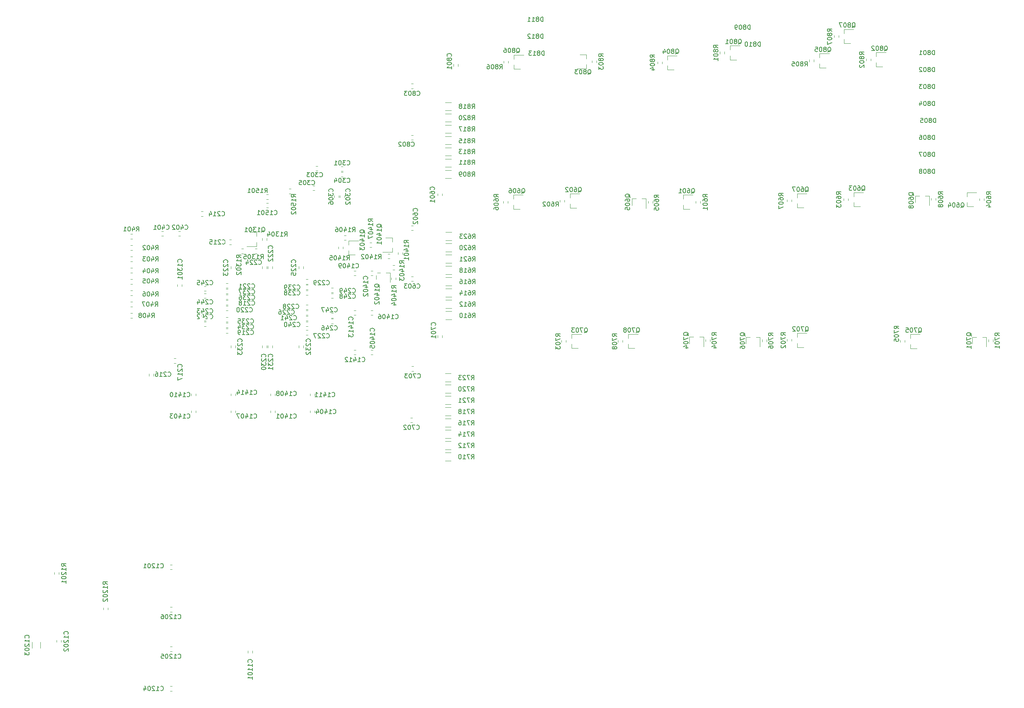
<source format=gbo>
G04 #@! TF.GenerationSoftware,KiCad,Pcbnew,5.0.0-rc2-dev-unknown-c6ef0d5~62~ubuntu17.10.1*
G04 #@! TF.CreationDate,2018-03-22T21:06:56-04:00*
G04 #@! TF.ProjectId,quokka,71756F6B6B612E6B696361645F706362,rev?*
G04 #@! TF.SameCoordinates,PX9936698PY214e9c8*
G04 #@! TF.FileFunction,Legend,Bot*
G04 #@! TF.FilePolarity,Positive*
%FSLAX46Y46*%
G04 Gerber Fmt 4.6, Leading zero omitted, Abs format (unit mm)*
G04 Created by KiCad (PCBNEW 5.0.0-rc2-dev-unknown-c6ef0d5~62~ubuntu17.10.1) date Thu Mar 22 21:06:56 2018*
%MOMM*%
%LPD*%
G01*
G04 APERTURE LIST*
%ADD10C,0.120000*%
%ADD11C,0.150000*%
%ADD12C,2.540000*%
%ADD13O,1.750800X1.750800*%
%ADD14R,1.750800X1.750800*%
%ADD15C,1.650800*%
%ADD16C,2.850800*%
%ADD17C,4.550800*%
%ADD18R,0.720800X1.050800*%
%ADD19R,1.650800X1.650800*%
%ADD20R,1.050800X0.720800*%
%ADD21R,1.850800X1.120800*%
%ADD22R,2.650800X2.650800*%
%ADD23C,2.650800*%
%ADD24C,1.750800*%
%ADD25C,3.450800*%
%ADD26R,0.950800X0.850800*%
%ADD27R,0.850800X0.950800*%
%ADD28R,1.120800X1.850800*%
%ADD29C,4.050800*%
%ADD30C,2.250800*%
%ADD31O,1.650800X1.650800*%
G04 APERTURE END LIST*
D10*
X38515000Y-152525000D02*
X38955000Y-152525000D01*
X38515000Y-153545000D02*
X38955000Y-153545000D01*
X45954000Y-46865000D02*
X45514000Y-46865000D01*
X45954000Y-45845000D02*
X45514000Y-45845000D01*
X51864000Y-53215000D02*
X52304000Y-53215000D01*
X51864000Y-52195000D02*
X52304000Y-52195000D01*
X33780000Y-82330000D02*
X33780000Y-82770000D01*
X34800000Y-82330000D02*
X34800000Y-82770000D01*
X39418000Y-78865000D02*
X39858000Y-78865000D01*
X39418000Y-79885000D02*
X39858000Y-79885000D01*
X51104000Y-66817000D02*
X51544000Y-66817000D01*
X51104000Y-65797000D02*
X51544000Y-65797000D01*
X51104000Y-73167000D02*
X51544000Y-73167000D01*
X51104000Y-72147000D02*
X51544000Y-72147000D01*
X51104000Y-67067000D02*
X51544000Y-67067000D01*
X51104000Y-68087000D02*
X51544000Y-68087000D01*
X51104000Y-63006800D02*
X51544000Y-63006800D01*
X51104000Y-61986800D02*
X51544000Y-61986800D01*
X60450000Y-58200000D02*
X60450000Y-58640000D01*
X61470000Y-58200000D02*
X61470000Y-58640000D01*
X53215000Y-58200000D02*
X53215000Y-58640000D01*
X52195000Y-58200000D02*
X52195000Y-58640000D01*
X59180000Y-58200000D02*
X59180000Y-58640000D01*
X60200000Y-58200000D02*
X60200000Y-58640000D01*
X68455000Y-58200000D02*
X68455000Y-58640000D01*
X67435000Y-58200000D02*
X67435000Y-58640000D01*
X69435000Y-68070000D02*
X68995000Y-68070000D01*
X69435000Y-69090000D02*
X68995000Y-69090000D01*
X69435000Y-73535000D02*
X68995000Y-73535000D01*
X69435000Y-72515000D02*
X68995000Y-72515000D01*
X69435000Y-66800000D02*
X68995000Y-66800000D01*
X69435000Y-67820000D02*
X68995000Y-67820000D01*
X69435000Y-62105000D02*
X68995000Y-62105000D01*
X69435000Y-61085000D02*
X68995000Y-61085000D01*
X60200000Y-76420000D02*
X60200000Y-75980000D01*
X59180000Y-76420000D02*
X59180000Y-75980000D01*
X61470000Y-76420000D02*
X61470000Y-75980000D01*
X60450000Y-76420000D02*
X60450000Y-75980000D01*
X68455000Y-76420000D02*
X68455000Y-75980000D01*
X67435000Y-76420000D02*
X67435000Y-75980000D01*
X52195000Y-76420000D02*
X52195000Y-75980000D01*
X53215000Y-76420000D02*
X53215000Y-75980000D01*
X51104000Y-70877000D02*
X51544000Y-70877000D01*
X51104000Y-71897000D02*
X51544000Y-71897000D01*
X51104000Y-70627000D02*
X51544000Y-70627000D01*
X51104000Y-69607000D02*
X51544000Y-69607000D01*
X51104000Y-64526800D02*
X51544000Y-64526800D01*
X51104000Y-65546800D02*
X51544000Y-65546800D01*
X51104000Y-64276800D02*
X51544000Y-64276800D01*
X51104000Y-63256800D02*
X51544000Y-63256800D01*
X69435000Y-64602000D02*
X68995000Y-64602000D01*
X69435000Y-63582000D02*
X68995000Y-63582000D01*
X69435000Y-62312000D02*
X68995000Y-62312000D01*
X69435000Y-63332000D02*
X68995000Y-63332000D01*
X69435000Y-71630000D02*
X68995000Y-71630000D01*
X69435000Y-70610000D02*
X68995000Y-70610000D01*
X69435000Y-69340000D02*
X68995000Y-69340000D01*
X69435000Y-70360000D02*
X68995000Y-70360000D01*
X46575000Y-71630000D02*
X46135000Y-71630000D01*
X46575000Y-70610000D02*
X46135000Y-70610000D01*
X46575000Y-69340000D02*
X46135000Y-69340000D01*
X46575000Y-70360000D02*
X46135000Y-70360000D01*
X46575000Y-65280000D02*
X46135000Y-65280000D01*
X46575000Y-64260000D02*
X46135000Y-64260000D01*
X46575000Y-62621800D02*
X46135000Y-62621800D01*
X46575000Y-63641800D02*
X46135000Y-63641800D01*
X74710000Y-69975000D02*
X75150000Y-69975000D01*
X74710000Y-70995000D02*
X75150000Y-70995000D01*
X74710000Y-69725000D02*
X75150000Y-69725000D01*
X74710000Y-68705000D02*
X75150000Y-68705000D01*
X74710000Y-64260000D02*
X75150000Y-64260000D01*
X74710000Y-65280000D02*
X75150000Y-65280000D01*
X74710000Y-64010000D02*
X75150000Y-64010000D01*
X74710000Y-62990000D02*
X75150000Y-62990000D01*
X77360000Y-36757500D02*
X76920000Y-36757500D01*
X77360000Y-35737500D02*
X76920000Y-35737500D01*
X77650000Y-42688800D02*
X77650000Y-42248800D01*
X76630000Y-42688800D02*
X76630000Y-42248800D01*
X71205000Y-35608800D02*
X71645000Y-35608800D01*
X71205000Y-36628800D02*
X71645000Y-36628800D01*
X77360000Y-38027500D02*
X76920000Y-38027500D01*
X77360000Y-37007500D02*
X76920000Y-37007500D01*
X70570000Y-41073800D02*
X71010000Y-41073800D01*
X70570000Y-40053800D02*
X71010000Y-40053800D01*
X76380000Y-42688800D02*
X76380000Y-42248800D01*
X75360000Y-42688800D02*
X75360000Y-42248800D01*
X36610000Y-51310000D02*
X37050000Y-51310000D01*
X36610000Y-50290000D02*
X37050000Y-50290000D01*
X40860000Y-51310000D02*
X40420000Y-51310000D01*
X40860000Y-50290000D02*
X40420000Y-50290000D01*
X98550000Y-41817000D02*
X98550000Y-42257000D01*
X99570000Y-41817000D02*
X99570000Y-42257000D01*
X92617000Y-49020000D02*
X93057000Y-49020000D01*
X92617000Y-50040000D02*
X93057000Y-50040000D01*
X92617000Y-61470000D02*
X93057000Y-61470000D01*
X92617000Y-60450000D02*
X93057000Y-60450000D01*
X98550000Y-73694000D02*
X98550000Y-74134000D01*
X99570000Y-73694000D02*
X99570000Y-74134000D01*
X92490000Y-92200000D02*
X92930000Y-92200000D01*
X92490000Y-93220000D02*
X92930000Y-93220000D01*
X92744000Y-80643000D02*
X93184000Y-80643000D01*
X92744000Y-81663000D02*
X93184000Y-81663000D01*
X102106000Y-13174000D02*
X102106000Y-12734000D01*
X103126000Y-13174000D02*
X103126000Y-12734000D01*
X92617000Y-29720000D02*
X93057000Y-29720000D01*
X92617000Y-28700000D02*
X93057000Y-28700000D01*
X92617000Y-17143000D02*
X93057000Y-17143000D01*
X92617000Y-18163000D02*
X93057000Y-18163000D01*
X57025000Y-144560000D02*
X57025000Y-145000000D01*
X56005000Y-144560000D02*
X56005000Y-145000000D01*
X38515000Y-126240000D02*
X38955000Y-126240000D01*
X38515000Y-125220000D02*
X38955000Y-125220000D01*
X14099000Y-142161000D02*
X14099000Y-142601000D01*
X13079000Y-142161000D02*
X13079000Y-142601000D01*
X7599000Y-142606000D02*
X7599000Y-143906000D01*
X9419000Y-142606000D02*
X9419000Y-143906000D01*
X38515000Y-144655000D02*
X38955000Y-144655000D01*
X38515000Y-143635000D02*
X38955000Y-143635000D01*
X38515000Y-134745000D02*
X38955000Y-134745000D01*
X38515000Y-135765000D02*
X38955000Y-135765000D01*
X40130000Y-62250000D02*
X40130000Y-62690000D01*
X41150000Y-62250000D02*
X41150000Y-62690000D01*
X62105000Y-91025000D02*
X62105000Y-90585000D01*
X61085000Y-91025000D02*
X61085000Y-90585000D01*
X84040000Y-60200000D02*
X83600000Y-60200000D01*
X84040000Y-59180000D02*
X83600000Y-59180000D01*
X44325000Y-91025000D02*
X44325000Y-90585000D01*
X43305000Y-91025000D02*
X43305000Y-90585000D01*
X70995000Y-91025000D02*
X70995000Y-90585000D01*
X69975000Y-91025000D02*
X69975000Y-90585000D01*
X84040000Y-77980000D02*
X83600000Y-77980000D01*
X84040000Y-76960000D02*
X83600000Y-76960000D01*
X84040000Y-68070000D02*
X83600000Y-68070000D01*
X84040000Y-69090000D02*
X83600000Y-69090000D01*
X52195000Y-91025000D02*
X52195000Y-90585000D01*
X53215000Y-91025000D02*
X53215000Y-90585000D01*
X62105000Y-86775000D02*
X62105000Y-87215000D01*
X61085000Y-86775000D02*
X61085000Y-87215000D01*
X79790000Y-60200000D02*
X80230000Y-60200000D01*
X79790000Y-59180000D02*
X80230000Y-59180000D01*
X44325000Y-86775000D02*
X44325000Y-87215000D01*
X43305000Y-86775000D02*
X43305000Y-87215000D01*
X70995000Y-86775000D02*
X70995000Y-87215000D01*
X69975000Y-86775000D02*
X69975000Y-87215000D01*
X79790000Y-77980000D02*
X80230000Y-77980000D01*
X79790000Y-76960000D02*
X80230000Y-76960000D01*
X79790000Y-68070000D02*
X80230000Y-68070000D01*
X79790000Y-69090000D02*
X80230000Y-69090000D01*
X52195000Y-86775000D02*
X52195000Y-87215000D01*
X53215000Y-86775000D02*
X53215000Y-87215000D01*
X60105000Y-44960000D02*
X60545000Y-44960000D01*
X60105000Y-43940000D02*
X60545000Y-43940000D01*
X153693000Y-45280600D02*
X153693000Y-44350600D01*
X153693000Y-42120600D02*
X153693000Y-43050600D01*
X153693000Y-42120600D02*
X155853000Y-42120600D01*
X153693000Y-45280600D02*
X155153000Y-45280600D01*
X128293000Y-45026600D02*
X129753000Y-45026600D01*
X128293000Y-41866600D02*
X130453000Y-41866600D01*
X128293000Y-41866600D02*
X128293000Y-42796600D01*
X128293000Y-45026600D02*
X128293000Y-44096600D01*
X191929000Y-44706200D02*
X191929000Y-43776200D01*
X191929000Y-41546200D02*
X191929000Y-42476200D01*
X191929000Y-41546200D02*
X194089000Y-41546200D01*
X191929000Y-44706200D02*
X193389000Y-44706200D01*
X217329000Y-44706200D02*
X218789000Y-44706200D01*
X217329000Y-41546200D02*
X219489000Y-41546200D01*
X217329000Y-41546200D02*
X217329000Y-42476200D01*
X217329000Y-44706200D02*
X217329000Y-43776200D01*
X142171000Y-42949300D02*
X142171000Y-44409300D01*
X145331000Y-42949300D02*
X145331000Y-45109300D01*
X145331000Y-42949300D02*
X144401000Y-42949300D01*
X142171000Y-42949300D02*
X143101000Y-42949300D01*
X115593000Y-45280600D02*
X115593000Y-44350600D01*
X115593000Y-42120600D02*
X115593000Y-43050600D01*
X115593000Y-42120600D02*
X117753000Y-42120600D01*
X115593000Y-45280600D02*
X117053000Y-45280600D01*
X179229000Y-44960200D02*
X180689000Y-44960200D01*
X179229000Y-41800200D02*
X181389000Y-41800200D01*
X179229000Y-41800200D02*
X179229000Y-42730200D01*
X179229000Y-44960200D02*
X179229000Y-44030200D01*
X205738000Y-42322700D02*
X205738000Y-43782700D01*
X208898000Y-42322700D02*
X208898000Y-44482700D01*
X208898000Y-42322700D02*
X207968000Y-42322700D01*
X205738000Y-42322700D02*
X206668000Y-42322700D01*
X218565000Y-74078000D02*
X219495000Y-74078000D01*
X221725000Y-74078000D02*
X220795000Y-74078000D01*
X221725000Y-74078000D02*
X221725000Y-76238000D01*
X218565000Y-74078000D02*
X218565000Y-75538000D01*
X179234000Y-76329000D02*
X180694000Y-76329000D01*
X179234000Y-73169000D02*
X181394000Y-73169000D01*
X179234000Y-73169000D02*
X179234000Y-74099000D01*
X179234000Y-76329000D02*
X179234000Y-75399000D01*
X128634000Y-76577000D02*
X130094000Y-76577000D01*
X128634000Y-73417000D02*
X130794000Y-73417000D01*
X128634000Y-73417000D02*
X128634000Y-74347000D01*
X128634000Y-76577000D02*
X128634000Y-75647000D01*
X155071000Y-74024000D02*
X156001000Y-74024000D01*
X158231000Y-74024000D02*
X157301000Y-74024000D01*
X158231000Y-74024000D02*
X158231000Y-76184000D01*
X155071000Y-74024000D02*
X155071000Y-75484000D01*
X204634000Y-76583000D02*
X206094000Y-76583000D01*
X204634000Y-73423000D02*
X206794000Y-73423000D01*
X204634000Y-73423000D02*
X204634000Y-74353000D01*
X204634000Y-76583000D02*
X204634000Y-75653000D01*
X167765000Y-74078000D02*
X168695000Y-74078000D01*
X170925000Y-74078000D02*
X169995000Y-74078000D01*
X170925000Y-74078000D02*
X170925000Y-76238000D01*
X167765000Y-74078000D02*
X167765000Y-75538000D01*
X141334000Y-76577000D02*
X142794000Y-76577000D01*
X141334000Y-73417000D02*
X143494000Y-73417000D01*
X141334000Y-73417000D02*
X141334000Y-74347000D01*
X141334000Y-76577000D02*
X141334000Y-75647000D01*
X164211000Y-11738900D02*
X164211000Y-10808900D01*
X164211000Y-8578900D02*
X164211000Y-9508900D01*
X164211000Y-8578900D02*
X166371000Y-8578900D01*
X164211000Y-11738900D02*
X165671000Y-11738900D01*
X196977000Y-13262900D02*
X196977000Y-12332900D01*
X196977000Y-10102900D02*
X196977000Y-11032900D01*
X196977000Y-10102900D02*
X199137000Y-10102900D01*
X196977000Y-13262900D02*
X198437000Y-13262900D01*
X131951000Y-10551300D02*
X131951000Y-11481300D01*
X131951000Y-13711300D02*
X131951000Y-12781300D01*
X131951000Y-13711300D02*
X129791000Y-13711300D01*
X131951000Y-10551300D02*
X130491000Y-10551300D01*
X150116000Y-13959700D02*
X151576000Y-13959700D01*
X150116000Y-10799700D02*
X152276000Y-10799700D01*
X150116000Y-10799700D02*
X150116000Y-11729700D01*
X150116000Y-13959700D02*
X150116000Y-13029700D01*
X184277000Y-13516900D02*
X185737000Y-13516900D01*
X184277000Y-10356900D02*
X186437000Y-10356900D01*
X184277000Y-10356900D02*
X184277000Y-11286900D01*
X184277000Y-13516900D02*
X184277000Y-12586900D01*
X115699000Y-13832700D02*
X117159000Y-13832700D01*
X115699000Y-10672700D02*
X117859000Y-10672700D01*
X115699000Y-10672700D02*
X115699000Y-11602700D01*
X115699000Y-13832700D02*
X115699000Y-12902700D01*
X189738000Y-8055900D02*
X191198000Y-8055900D01*
X189738000Y-4895900D02*
X191898000Y-4895900D01*
X189738000Y-4895900D02*
X189738000Y-5825900D01*
X189738000Y-8055900D02*
X189738000Y-7125900D01*
X57910000Y-50490000D02*
X57910000Y-51420000D01*
X57910000Y-53650000D02*
X57910000Y-52720000D01*
X57910000Y-53650000D02*
X55750000Y-53650000D01*
X57910000Y-50490000D02*
X56450000Y-50490000D01*
X88390000Y-51760000D02*
X86930000Y-51760000D01*
X88390000Y-54920000D02*
X86230000Y-54920000D01*
X88390000Y-54920000D02*
X88390000Y-53990000D01*
X88390000Y-51760000D02*
X88390000Y-52690000D01*
X84780000Y-59565000D02*
X85710000Y-59565000D01*
X87940000Y-59565000D02*
X87010000Y-59565000D01*
X87940000Y-59565000D02*
X87940000Y-61725000D01*
X84780000Y-59565000D02*
X84780000Y-61025000D01*
X78615000Y-55555000D02*
X78615000Y-54625000D01*
X78615000Y-52395000D02*
X78615000Y-53325000D01*
X78615000Y-52395000D02*
X80775000Y-52395000D01*
X78615000Y-55555000D02*
X80075000Y-55555000D01*
X30065000Y-50925000D02*
X29625000Y-50925000D01*
X30065000Y-51945000D02*
X29625000Y-51945000D01*
X30065000Y-54485000D02*
X29625000Y-54485000D01*
X30065000Y-53465000D02*
X29625000Y-53465000D01*
X30065000Y-57025000D02*
X29625000Y-57025000D01*
X30065000Y-56005000D02*
X29625000Y-56005000D01*
X30065000Y-58545000D02*
X29625000Y-58545000D01*
X30065000Y-59565000D02*
X29625000Y-59565000D01*
X30065000Y-62105000D02*
X29625000Y-62105000D01*
X30065000Y-61085000D02*
X29625000Y-61085000D01*
X30065000Y-63625000D02*
X29625000Y-63625000D01*
X30065000Y-64645000D02*
X29625000Y-64645000D01*
X30065000Y-67185000D02*
X29625000Y-67185000D01*
X30065000Y-66165000D02*
X29625000Y-66165000D01*
X30065000Y-68705000D02*
X29625000Y-68705000D01*
X30065000Y-69725000D02*
X29625000Y-69725000D01*
X156483000Y-43920600D02*
X156483000Y-43480600D01*
X157503000Y-43920600D02*
X157503000Y-43480600D01*
X127023000Y-43666600D02*
X127023000Y-43226600D01*
X126003000Y-43666600D02*
X126003000Y-43226600D01*
X190659000Y-43346200D02*
X190659000Y-42906200D01*
X189639000Y-43346200D02*
X189639000Y-42906200D01*
X221139000Y-43346200D02*
X221139000Y-42906200D01*
X220119000Y-43346200D02*
X220119000Y-42906200D01*
X145781000Y-43489300D02*
X145781000Y-43929300D01*
X146801000Y-43489300D02*
X146801000Y-43929300D01*
X113303000Y-43920600D02*
X113303000Y-43480600D01*
X114323000Y-43920600D02*
X114323000Y-43480600D01*
X176939000Y-43600200D02*
X176939000Y-43160200D01*
X177959000Y-43600200D02*
X177959000Y-43160200D01*
X210368000Y-42862700D02*
X210368000Y-43302700D01*
X209348000Y-42862700D02*
X209348000Y-43302700D01*
X100374000Y-68242000D02*
X101674000Y-68242000D01*
X100374000Y-70062000D02*
X101674000Y-70062000D01*
X100374000Y-65702000D02*
X101674000Y-65702000D01*
X100374000Y-67522000D02*
X101674000Y-67522000D01*
X100374000Y-63161900D02*
X101674000Y-63161900D01*
X100374000Y-64981900D02*
X101674000Y-64981900D01*
X100374000Y-60621900D02*
X101674000Y-60621900D01*
X100374000Y-62441900D02*
X101674000Y-62441900D01*
X100374000Y-58081900D02*
X101674000Y-58081900D01*
X100374000Y-59901900D02*
X101674000Y-59901900D01*
X100374000Y-53001900D02*
X101674000Y-53001900D01*
X100374000Y-54821900D02*
X101674000Y-54821900D01*
X100374000Y-57361900D02*
X101674000Y-57361900D01*
X100374000Y-55541900D02*
X101674000Y-55541900D01*
X100374000Y-52281900D02*
X101674000Y-52281900D01*
X100374000Y-50461900D02*
X101674000Y-50461900D01*
X222175000Y-74618000D02*
X222175000Y-75058000D01*
X223195000Y-74618000D02*
X223195000Y-75058000D01*
X176944000Y-74969000D02*
X176944000Y-74529000D01*
X177964000Y-74969000D02*
X177964000Y-74529000D01*
X127364000Y-75217000D02*
X127364000Y-74777000D01*
X126344000Y-75217000D02*
X126344000Y-74777000D01*
X158681000Y-74564000D02*
X158681000Y-75004000D01*
X159701000Y-74564000D02*
X159701000Y-75004000D01*
X202344000Y-75223000D02*
X202344000Y-74783000D01*
X203364000Y-75223000D02*
X203364000Y-74783000D01*
X171375000Y-74618000D02*
X171375000Y-75058000D01*
X172395000Y-74618000D02*
X172395000Y-75058000D01*
X139044000Y-75217000D02*
X139044000Y-74777000D01*
X140064000Y-75217000D02*
X140064000Y-74777000D01*
X100276000Y-101820000D02*
X101576000Y-101820000D01*
X100276000Y-100000000D02*
X101576000Y-100000000D01*
X100276000Y-99280000D02*
X101576000Y-99280000D01*
X100276000Y-97460000D02*
X101576000Y-97460000D01*
X100276000Y-94920000D02*
X101576000Y-94920000D01*
X100276000Y-96740000D02*
X101576000Y-96740000D01*
X100276000Y-94200000D02*
X101576000Y-94200000D01*
X100276000Y-92380000D02*
X101576000Y-92380000D01*
X100276000Y-91660000D02*
X101576000Y-91660000D01*
X100276000Y-89840000D02*
X101576000Y-89840000D01*
X100276000Y-84760000D02*
X101576000Y-84760000D01*
X100276000Y-86580000D02*
X101576000Y-86580000D01*
X100276000Y-89120000D02*
X101576000Y-89120000D01*
X100276000Y-87300000D02*
X101576000Y-87300000D01*
X100276000Y-84040000D02*
X101576000Y-84040000D01*
X100276000Y-82220000D02*
X101576000Y-82220000D01*
X161921000Y-10378900D02*
X161921000Y-9938900D01*
X162941000Y-10378900D02*
X162941000Y-9938900D01*
X195785000Y-11929400D02*
X195785000Y-11489400D01*
X194765000Y-11929400D02*
X194765000Y-11489400D01*
X133221000Y-11911300D02*
X133221000Y-12351300D01*
X134241000Y-11911300D02*
X134241000Y-12351300D01*
X148922000Y-12599700D02*
X148922000Y-12159700D01*
X147902000Y-12599700D02*
X147902000Y-12159700D01*
X181987000Y-12156900D02*
X181987000Y-11716900D01*
X183007000Y-12156900D02*
X183007000Y-11716900D01*
X114429000Y-12472700D02*
X114429000Y-12032700D01*
X113409000Y-12472700D02*
X113409000Y-12032700D01*
X187526000Y-6697000D02*
X187526000Y-6257000D01*
X188546000Y-6697000D02*
X188546000Y-6257000D01*
X100304000Y-38382800D02*
X101604000Y-38382800D01*
X100304000Y-36562800D02*
X101604000Y-36562800D01*
X100304000Y-35842800D02*
X101604000Y-35842800D01*
X100304000Y-34022800D02*
X101604000Y-34022800D01*
X100304000Y-33302800D02*
X101604000Y-33302800D01*
X100304000Y-31482800D02*
X101604000Y-31482800D01*
X100304000Y-30762800D02*
X101604000Y-30762800D01*
X100304000Y-28942800D02*
X101604000Y-28942800D01*
X100304000Y-26402800D02*
X101604000Y-26402800D01*
X100304000Y-28222800D02*
X101604000Y-28222800D01*
X100304000Y-23142800D02*
X101604000Y-23142800D01*
X100304000Y-21322800D02*
X101604000Y-21322800D01*
X100304000Y-25682800D02*
X101604000Y-25682800D01*
X100304000Y-23862800D02*
X101604000Y-23862800D01*
X12571000Y-127347000D02*
X12571000Y-126907000D01*
X13591000Y-127347000D02*
X13591000Y-126907000D01*
X24547000Y-135321000D02*
X24547000Y-134881000D01*
X23527000Y-135321000D02*
X23527000Y-134881000D01*
X54957000Y-54227000D02*
X54517000Y-54227000D01*
X54957000Y-55247000D02*
X54517000Y-55247000D01*
X59180000Y-52290000D02*
X59180000Y-51850000D01*
X60200000Y-52290000D02*
X60200000Y-51850000D01*
X58005000Y-54227000D02*
X57565000Y-54227000D01*
X58005000Y-55247000D02*
X57565000Y-55247000D01*
X89660000Y-55465000D02*
X89660000Y-55025000D01*
X90680000Y-55465000D02*
X90680000Y-55025000D01*
X87410000Y-56390000D02*
X87850000Y-56390000D01*
X87410000Y-55370000D02*
X87850000Y-55370000D01*
X88913000Y-57910000D02*
X88473000Y-57910000D01*
X88913000Y-58930000D02*
X88473000Y-58930000D01*
X89203000Y-61106700D02*
X89203000Y-60666700D01*
X88183000Y-61106700D02*
X88183000Y-60666700D01*
X76325000Y-54195000D02*
X76325000Y-53755000D01*
X77345000Y-54195000D02*
X77345000Y-53755000D01*
X77997000Y-52247500D02*
X77557000Y-52247500D01*
X77997000Y-51227500D02*
X77557000Y-51227500D01*
X83360000Y-52830000D02*
X83800000Y-52830000D01*
X83360000Y-53850000D02*
X83800000Y-53850000D01*
X60545000Y-43055000D02*
X60105000Y-43055000D01*
X60545000Y-42035000D02*
X60105000Y-42035000D01*
X65625000Y-40765000D02*
X65185000Y-40765000D01*
X65625000Y-41785000D02*
X65185000Y-41785000D01*
D11*
X36393238Y-153392142D02*
X36440857Y-153439761D01*
X36583714Y-153487380D01*
X36678952Y-153487380D01*
X36821809Y-153439761D01*
X36917047Y-153344523D01*
X36964666Y-153249285D01*
X37012285Y-153058809D01*
X37012285Y-152915952D01*
X36964666Y-152725476D01*
X36917047Y-152630238D01*
X36821809Y-152535000D01*
X36678952Y-152487380D01*
X36583714Y-152487380D01*
X36440857Y-152535000D01*
X36393238Y-152582619D01*
X35440857Y-153487380D02*
X36012285Y-153487380D01*
X35726571Y-153487380D02*
X35726571Y-152487380D01*
X35821809Y-152630238D01*
X35917047Y-152725476D01*
X36012285Y-152773095D01*
X35059904Y-152582619D02*
X35012285Y-152535000D01*
X34917047Y-152487380D01*
X34678952Y-152487380D01*
X34583714Y-152535000D01*
X34536095Y-152582619D01*
X34488476Y-152677857D01*
X34488476Y-152773095D01*
X34536095Y-152915952D01*
X35107523Y-153487380D01*
X34488476Y-153487380D01*
X33869428Y-152487380D02*
X33774190Y-152487380D01*
X33678952Y-152535000D01*
X33631333Y-152582619D01*
X33583714Y-152677857D01*
X33536095Y-152868333D01*
X33536095Y-153106428D01*
X33583714Y-153296904D01*
X33631333Y-153392142D01*
X33678952Y-153439761D01*
X33774190Y-153487380D01*
X33869428Y-153487380D01*
X33964666Y-153439761D01*
X34012285Y-153392142D01*
X34059904Y-153296904D01*
X34107523Y-153106428D01*
X34107523Y-152868333D01*
X34059904Y-152677857D01*
X34012285Y-152582619D01*
X33964666Y-152535000D01*
X33869428Y-152487380D01*
X32678952Y-152820714D02*
X32678952Y-153487380D01*
X32917047Y-152439761D02*
X33155142Y-153154047D01*
X32536095Y-153154047D01*
X50141047Y-46712142D02*
X50188666Y-46759761D01*
X50331523Y-46807380D01*
X50426761Y-46807380D01*
X50569619Y-46759761D01*
X50664857Y-46664523D01*
X50712476Y-46569285D01*
X50760095Y-46378809D01*
X50760095Y-46235952D01*
X50712476Y-46045476D01*
X50664857Y-45950238D01*
X50569619Y-45855000D01*
X50426761Y-45807380D01*
X50331523Y-45807380D01*
X50188666Y-45855000D01*
X50141047Y-45902619D01*
X49760095Y-45902619D02*
X49712476Y-45855000D01*
X49617238Y-45807380D01*
X49379142Y-45807380D01*
X49283904Y-45855000D01*
X49236285Y-45902619D01*
X49188666Y-45997857D01*
X49188666Y-46093095D01*
X49236285Y-46235952D01*
X49807714Y-46807380D01*
X49188666Y-46807380D01*
X48236285Y-46807380D02*
X48807714Y-46807380D01*
X48522000Y-46807380D02*
X48522000Y-45807380D01*
X48617238Y-45950238D01*
X48712476Y-46045476D01*
X48807714Y-46093095D01*
X47379142Y-46140714D02*
X47379142Y-46807380D01*
X47617238Y-45759761D02*
X47855333Y-46474047D01*
X47236285Y-46474047D01*
X50268047Y-53062142D02*
X50315666Y-53109761D01*
X50458523Y-53157380D01*
X50553761Y-53157380D01*
X50696619Y-53109761D01*
X50791857Y-53014523D01*
X50839476Y-52919285D01*
X50887095Y-52728809D01*
X50887095Y-52585952D01*
X50839476Y-52395476D01*
X50791857Y-52300238D01*
X50696619Y-52205000D01*
X50553761Y-52157380D01*
X50458523Y-52157380D01*
X50315666Y-52205000D01*
X50268047Y-52252619D01*
X49887095Y-52252619D02*
X49839476Y-52205000D01*
X49744238Y-52157380D01*
X49506142Y-52157380D01*
X49410904Y-52205000D01*
X49363285Y-52252619D01*
X49315666Y-52347857D01*
X49315666Y-52443095D01*
X49363285Y-52585952D01*
X49934714Y-53157380D01*
X49315666Y-53157380D01*
X48363285Y-53157380D02*
X48934714Y-53157380D01*
X48649000Y-53157380D02*
X48649000Y-52157380D01*
X48744238Y-52300238D01*
X48839476Y-52395476D01*
X48934714Y-52443095D01*
X47458523Y-52157380D02*
X47934714Y-52157380D01*
X47982333Y-52633571D01*
X47934714Y-52585952D01*
X47839476Y-52538333D01*
X47601380Y-52538333D01*
X47506142Y-52585952D01*
X47458523Y-52633571D01*
X47410904Y-52728809D01*
X47410904Y-52966904D01*
X47458523Y-53062142D01*
X47506142Y-53109761D01*
X47601380Y-53157380D01*
X47839476Y-53157380D01*
X47934714Y-53109761D01*
X47982333Y-53062142D01*
X38076047Y-82780142D02*
X38123666Y-82827761D01*
X38266523Y-82875380D01*
X38361761Y-82875380D01*
X38504619Y-82827761D01*
X38599857Y-82732523D01*
X38647476Y-82637285D01*
X38695095Y-82446809D01*
X38695095Y-82303952D01*
X38647476Y-82113476D01*
X38599857Y-82018238D01*
X38504619Y-81923000D01*
X38361761Y-81875380D01*
X38266523Y-81875380D01*
X38123666Y-81923000D01*
X38076047Y-81970619D01*
X37695095Y-81970619D02*
X37647476Y-81923000D01*
X37552238Y-81875380D01*
X37314142Y-81875380D01*
X37218904Y-81923000D01*
X37171285Y-81970619D01*
X37123666Y-82065857D01*
X37123666Y-82161095D01*
X37171285Y-82303952D01*
X37742714Y-82875380D01*
X37123666Y-82875380D01*
X36171285Y-82875380D02*
X36742714Y-82875380D01*
X36457000Y-82875380D02*
X36457000Y-81875380D01*
X36552238Y-82018238D01*
X36647476Y-82113476D01*
X36742714Y-82161095D01*
X35314142Y-81875380D02*
X35504619Y-81875380D01*
X35599857Y-81923000D01*
X35647476Y-81970619D01*
X35742714Y-82113476D01*
X35790333Y-82303952D01*
X35790333Y-82684904D01*
X35742714Y-82780142D01*
X35695095Y-82827761D01*
X35599857Y-82875380D01*
X35409380Y-82875380D01*
X35314142Y-82827761D01*
X35266523Y-82780142D01*
X35218904Y-82684904D01*
X35218904Y-82446809D01*
X35266523Y-82351571D01*
X35314142Y-82303952D01*
X35409380Y-82256333D01*
X35599857Y-82256333D01*
X35695095Y-82303952D01*
X35742714Y-82351571D01*
X35790333Y-82446809D01*
X41124142Y-80795952D02*
X41171761Y-80748333D01*
X41219380Y-80605476D01*
X41219380Y-80510238D01*
X41171761Y-80367380D01*
X41076523Y-80272142D01*
X40981285Y-80224523D01*
X40790809Y-80176904D01*
X40647952Y-80176904D01*
X40457476Y-80224523D01*
X40362238Y-80272142D01*
X40267000Y-80367380D01*
X40219380Y-80510238D01*
X40219380Y-80605476D01*
X40267000Y-80748333D01*
X40314619Y-80795952D01*
X40314619Y-81176904D02*
X40267000Y-81224523D01*
X40219380Y-81319761D01*
X40219380Y-81557857D01*
X40267000Y-81653095D01*
X40314619Y-81700714D01*
X40409857Y-81748333D01*
X40505095Y-81748333D01*
X40647952Y-81700714D01*
X41219380Y-81129285D01*
X41219380Y-81748333D01*
X41219380Y-82700714D02*
X41219380Y-82129285D01*
X41219380Y-82415000D02*
X40219380Y-82415000D01*
X40362238Y-82319761D01*
X40457476Y-82224523D01*
X40505095Y-82129285D01*
X40219380Y-83034047D02*
X40219380Y-83700714D01*
X41219380Y-83272142D01*
X56872047Y-66778142D02*
X56919666Y-66825761D01*
X57062523Y-66873380D01*
X57157761Y-66873380D01*
X57300619Y-66825761D01*
X57395857Y-66730523D01*
X57443476Y-66635285D01*
X57491095Y-66444809D01*
X57491095Y-66301952D01*
X57443476Y-66111476D01*
X57395857Y-66016238D01*
X57300619Y-65921000D01*
X57157761Y-65873380D01*
X57062523Y-65873380D01*
X56919666Y-65921000D01*
X56872047Y-65968619D01*
X56491095Y-65968619D02*
X56443476Y-65921000D01*
X56348238Y-65873380D01*
X56110142Y-65873380D01*
X56014904Y-65921000D01*
X55967285Y-65968619D01*
X55919666Y-66063857D01*
X55919666Y-66159095D01*
X55967285Y-66301952D01*
X56538714Y-66873380D01*
X55919666Y-66873380D01*
X54967285Y-66873380D02*
X55538714Y-66873380D01*
X55253000Y-66873380D02*
X55253000Y-65873380D01*
X55348238Y-66016238D01*
X55443476Y-66111476D01*
X55538714Y-66159095D01*
X54395857Y-66301952D02*
X54491095Y-66254333D01*
X54538714Y-66206714D01*
X54586333Y-66111476D01*
X54586333Y-66063857D01*
X54538714Y-65968619D01*
X54491095Y-65921000D01*
X54395857Y-65873380D01*
X54205380Y-65873380D01*
X54110142Y-65921000D01*
X54062523Y-65968619D01*
X54014904Y-66063857D01*
X54014904Y-66111476D01*
X54062523Y-66206714D01*
X54110142Y-66254333D01*
X54205380Y-66301952D01*
X54395857Y-66301952D01*
X54491095Y-66349571D01*
X54538714Y-66397190D01*
X54586333Y-66492428D01*
X54586333Y-66682904D01*
X54538714Y-66778142D01*
X54491095Y-66825761D01*
X54395857Y-66873380D01*
X54205380Y-66873380D01*
X54110142Y-66825761D01*
X54062523Y-66778142D01*
X54014904Y-66682904D01*
X54014904Y-66492428D01*
X54062523Y-66397190D01*
X54110142Y-66349571D01*
X54205380Y-66301952D01*
X56618047Y-73382142D02*
X56665666Y-73429761D01*
X56808523Y-73477380D01*
X56903761Y-73477380D01*
X57046619Y-73429761D01*
X57141857Y-73334523D01*
X57189476Y-73239285D01*
X57237095Y-73048809D01*
X57237095Y-72905952D01*
X57189476Y-72715476D01*
X57141857Y-72620238D01*
X57046619Y-72525000D01*
X56903761Y-72477380D01*
X56808523Y-72477380D01*
X56665666Y-72525000D01*
X56618047Y-72572619D01*
X56237095Y-72572619D02*
X56189476Y-72525000D01*
X56094238Y-72477380D01*
X55856142Y-72477380D01*
X55760904Y-72525000D01*
X55713285Y-72572619D01*
X55665666Y-72667857D01*
X55665666Y-72763095D01*
X55713285Y-72905952D01*
X56284714Y-73477380D01*
X55665666Y-73477380D01*
X54713285Y-73477380D02*
X55284714Y-73477380D01*
X54999000Y-73477380D02*
X54999000Y-72477380D01*
X55094238Y-72620238D01*
X55189476Y-72715476D01*
X55284714Y-72763095D01*
X54237095Y-73477380D02*
X54046619Y-73477380D01*
X53951380Y-73429761D01*
X53903761Y-73382142D01*
X53808523Y-73239285D01*
X53760904Y-73048809D01*
X53760904Y-72667857D01*
X53808523Y-72572619D01*
X53856142Y-72525000D01*
X53951380Y-72477380D01*
X54141857Y-72477380D01*
X54237095Y-72525000D01*
X54284714Y-72572619D01*
X54332333Y-72667857D01*
X54332333Y-72905952D01*
X54284714Y-73001190D01*
X54237095Y-73048809D01*
X54141857Y-73096428D01*
X53951380Y-73096428D01*
X53856142Y-73048809D01*
X53808523Y-73001190D01*
X53760904Y-72905952D01*
X56364047Y-68302142D02*
X56411666Y-68349761D01*
X56554523Y-68397380D01*
X56649761Y-68397380D01*
X56792619Y-68349761D01*
X56887857Y-68254523D01*
X56935476Y-68159285D01*
X56983095Y-67968809D01*
X56983095Y-67825952D01*
X56935476Y-67635476D01*
X56887857Y-67540238D01*
X56792619Y-67445000D01*
X56649761Y-67397380D01*
X56554523Y-67397380D01*
X56411666Y-67445000D01*
X56364047Y-67492619D01*
X55983095Y-67492619D02*
X55935476Y-67445000D01*
X55840238Y-67397380D01*
X55602142Y-67397380D01*
X55506904Y-67445000D01*
X55459285Y-67492619D01*
X55411666Y-67587857D01*
X55411666Y-67683095D01*
X55459285Y-67825952D01*
X56030714Y-68397380D01*
X55411666Y-68397380D01*
X55030714Y-67492619D02*
X54983095Y-67445000D01*
X54887857Y-67397380D01*
X54649761Y-67397380D01*
X54554523Y-67445000D01*
X54506904Y-67492619D01*
X54459285Y-67587857D01*
X54459285Y-67683095D01*
X54506904Y-67825952D01*
X55078333Y-68397380D01*
X54459285Y-68397380D01*
X53840238Y-67397380D02*
X53745000Y-67397380D01*
X53649761Y-67445000D01*
X53602142Y-67492619D01*
X53554523Y-67587857D01*
X53506904Y-67778333D01*
X53506904Y-68016428D01*
X53554523Y-68206904D01*
X53602142Y-68302142D01*
X53649761Y-68349761D01*
X53745000Y-68397380D01*
X53840238Y-68397380D01*
X53935476Y-68349761D01*
X53983095Y-68302142D01*
X54030714Y-68206904D01*
X54078333Y-68016428D01*
X54078333Y-67778333D01*
X54030714Y-67587857D01*
X53983095Y-67492619D01*
X53935476Y-67445000D01*
X53840238Y-67397380D01*
X56872047Y-62968142D02*
X56919666Y-63015761D01*
X57062523Y-63063380D01*
X57157761Y-63063380D01*
X57300619Y-63015761D01*
X57395857Y-62920523D01*
X57443476Y-62825285D01*
X57491095Y-62634809D01*
X57491095Y-62491952D01*
X57443476Y-62301476D01*
X57395857Y-62206238D01*
X57300619Y-62111000D01*
X57157761Y-62063380D01*
X57062523Y-62063380D01*
X56919666Y-62111000D01*
X56872047Y-62158619D01*
X56491095Y-62158619D02*
X56443476Y-62111000D01*
X56348238Y-62063380D01*
X56110142Y-62063380D01*
X56014904Y-62111000D01*
X55967285Y-62158619D01*
X55919666Y-62253857D01*
X55919666Y-62349095D01*
X55967285Y-62491952D01*
X56538714Y-63063380D01*
X55919666Y-63063380D01*
X55538714Y-62158619D02*
X55491095Y-62111000D01*
X55395857Y-62063380D01*
X55157761Y-62063380D01*
X55062523Y-62111000D01*
X55014904Y-62158619D01*
X54967285Y-62253857D01*
X54967285Y-62349095D01*
X55014904Y-62491952D01*
X55586333Y-63063380D01*
X54967285Y-63063380D01*
X54014904Y-63063380D02*
X54586333Y-63063380D01*
X54300619Y-63063380D02*
X54300619Y-62063380D01*
X54395857Y-62206238D01*
X54491095Y-62301476D01*
X54586333Y-62349095D01*
X61444142Y-54125952D02*
X61491761Y-54078333D01*
X61539380Y-53935476D01*
X61539380Y-53840238D01*
X61491761Y-53697380D01*
X61396523Y-53602142D01*
X61301285Y-53554523D01*
X61110809Y-53506904D01*
X60967952Y-53506904D01*
X60777476Y-53554523D01*
X60682238Y-53602142D01*
X60587000Y-53697380D01*
X60539380Y-53840238D01*
X60539380Y-53935476D01*
X60587000Y-54078333D01*
X60634619Y-54125952D01*
X60634619Y-54506904D02*
X60587000Y-54554523D01*
X60539380Y-54649761D01*
X60539380Y-54887857D01*
X60587000Y-54983095D01*
X60634619Y-55030714D01*
X60729857Y-55078333D01*
X60825095Y-55078333D01*
X60967952Y-55030714D01*
X61539380Y-54459285D01*
X61539380Y-55078333D01*
X60634619Y-55459285D02*
X60587000Y-55506904D01*
X60539380Y-55602142D01*
X60539380Y-55840238D01*
X60587000Y-55935476D01*
X60634619Y-55983095D01*
X60729857Y-56030714D01*
X60825095Y-56030714D01*
X60967952Y-55983095D01*
X61539380Y-55411666D01*
X61539380Y-56030714D01*
X60634619Y-56411666D02*
X60587000Y-56459285D01*
X60539380Y-56554523D01*
X60539380Y-56792619D01*
X60587000Y-56887857D01*
X60634619Y-56935476D01*
X60729857Y-56983095D01*
X60825095Y-56983095D01*
X60967952Y-56935476D01*
X61539380Y-56364047D01*
X61539380Y-56983095D01*
X51412142Y-57300952D02*
X51459761Y-57253333D01*
X51507380Y-57110476D01*
X51507380Y-57015238D01*
X51459761Y-56872380D01*
X51364523Y-56777142D01*
X51269285Y-56729523D01*
X51078809Y-56681904D01*
X50935952Y-56681904D01*
X50745476Y-56729523D01*
X50650238Y-56777142D01*
X50555000Y-56872380D01*
X50507380Y-57015238D01*
X50507380Y-57110476D01*
X50555000Y-57253333D01*
X50602619Y-57300952D01*
X50602619Y-57681904D02*
X50555000Y-57729523D01*
X50507380Y-57824761D01*
X50507380Y-58062857D01*
X50555000Y-58158095D01*
X50602619Y-58205714D01*
X50697857Y-58253333D01*
X50793095Y-58253333D01*
X50935952Y-58205714D01*
X51507380Y-57634285D01*
X51507380Y-58253333D01*
X50602619Y-58634285D02*
X50555000Y-58681904D01*
X50507380Y-58777142D01*
X50507380Y-59015238D01*
X50555000Y-59110476D01*
X50602619Y-59158095D01*
X50697857Y-59205714D01*
X50793095Y-59205714D01*
X50935952Y-59158095D01*
X51507380Y-58586666D01*
X51507380Y-59205714D01*
X50507380Y-59539047D02*
X50507380Y-60158095D01*
X50888333Y-59824761D01*
X50888333Y-59967619D01*
X50935952Y-60062857D01*
X50983571Y-60110476D01*
X51078809Y-60158095D01*
X51316904Y-60158095D01*
X51412142Y-60110476D01*
X51459761Y-60062857D01*
X51507380Y-59967619D01*
X51507380Y-59681904D01*
X51459761Y-59586666D01*
X51412142Y-59539047D01*
X58396047Y-57634142D02*
X58443666Y-57681761D01*
X58586523Y-57729380D01*
X58681761Y-57729380D01*
X58824619Y-57681761D01*
X58919857Y-57586523D01*
X58967476Y-57491285D01*
X59015095Y-57300809D01*
X59015095Y-57157952D01*
X58967476Y-56967476D01*
X58919857Y-56872238D01*
X58824619Y-56777000D01*
X58681761Y-56729380D01*
X58586523Y-56729380D01*
X58443666Y-56777000D01*
X58396047Y-56824619D01*
X58015095Y-56824619D02*
X57967476Y-56777000D01*
X57872238Y-56729380D01*
X57634142Y-56729380D01*
X57538904Y-56777000D01*
X57491285Y-56824619D01*
X57443666Y-56919857D01*
X57443666Y-57015095D01*
X57491285Y-57157952D01*
X58062714Y-57729380D01*
X57443666Y-57729380D01*
X57062714Y-56824619D02*
X57015095Y-56777000D01*
X56919857Y-56729380D01*
X56681761Y-56729380D01*
X56586523Y-56777000D01*
X56538904Y-56824619D01*
X56491285Y-56919857D01*
X56491285Y-57015095D01*
X56538904Y-57157952D01*
X57110333Y-57729380D01*
X56491285Y-57729380D01*
X55634142Y-57062714D02*
X55634142Y-57729380D01*
X55872238Y-56681761D02*
X56110333Y-57396047D01*
X55491285Y-57396047D01*
X66652142Y-57300952D02*
X66699761Y-57253333D01*
X66747380Y-57110476D01*
X66747380Y-57015238D01*
X66699761Y-56872380D01*
X66604523Y-56777142D01*
X66509285Y-56729523D01*
X66318809Y-56681904D01*
X66175952Y-56681904D01*
X65985476Y-56729523D01*
X65890238Y-56777142D01*
X65795000Y-56872380D01*
X65747380Y-57015238D01*
X65747380Y-57110476D01*
X65795000Y-57253333D01*
X65842619Y-57300952D01*
X65842619Y-57681904D02*
X65795000Y-57729523D01*
X65747380Y-57824761D01*
X65747380Y-58062857D01*
X65795000Y-58158095D01*
X65842619Y-58205714D01*
X65937857Y-58253333D01*
X66033095Y-58253333D01*
X66175952Y-58205714D01*
X66747380Y-57634285D01*
X66747380Y-58253333D01*
X65842619Y-58634285D02*
X65795000Y-58681904D01*
X65747380Y-58777142D01*
X65747380Y-59015238D01*
X65795000Y-59110476D01*
X65842619Y-59158095D01*
X65937857Y-59205714D01*
X66033095Y-59205714D01*
X66175952Y-59158095D01*
X66747380Y-58586666D01*
X66747380Y-59205714D01*
X65747380Y-60110476D02*
X65747380Y-59634285D01*
X66223571Y-59586666D01*
X66175952Y-59634285D01*
X66128333Y-59729523D01*
X66128333Y-59967619D01*
X66175952Y-60062857D01*
X66223571Y-60110476D01*
X66318809Y-60158095D01*
X66556904Y-60158095D01*
X66652142Y-60110476D01*
X66699761Y-60062857D01*
X66747380Y-59967619D01*
X66747380Y-59729523D01*
X66699761Y-59634285D01*
X66652142Y-59586666D01*
X65762047Y-68810142D02*
X65809666Y-68857761D01*
X65952523Y-68905380D01*
X66047761Y-68905380D01*
X66190619Y-68857761D01*
X66285857Y-68762523D01*
X66333476Y-68667285D01*
X66381095Y-68476809D01*
X66381095Y-68333952D01*
X66333476Y-68143476D01*
X66285857Y-68048238D01*
X66190619Y-67953000D01*
X66047761Y-67905380D01*
X65952523Y-67905380D01*
X65809666Y-67953000D01*
X65762047Y-68000619D01*
X65381095Y-68000619D02*
X65333476Y-67953000D01*
X65238238Y-67905380D01*
X65000142Y-67905380D01*
X64904904Y-67953000D01*
X64857285Y-68000619D01*
X64809666Y-68095857D01*
X64809666Y-68191095D01*
X64857285Y-68333952D01*
X65428714Y-68905380D01*
X64809666Y-68905380D01*
X64428714Y-68000619D02*
X64381095Y-67953000D01*
X64285857Y-67905380D01*
X64047761Y-67905380D01*
X63952523Y-67953000D01*
X63904904Y-68000619D01*
X63857285Y-68095857D01*
X63857285Y-68191095D01*
X63904904Y-68333952D01*
X64476333Y-68905380D01*
X63857285Y-68905380D01*
X63000142Y-67905380D02*
X63190619Y-67905380D01*
X63285857Y-67953000D01*
X63333476Y-68000619D01*
X63428714Y-68143476D01*
X63476333Y-68333952D01*
X63476333Y-68714904D01*
X63428714Y-68810142D01*
X63381095Y-68857761D01*
X63285857Y-68905380D01*
X63095380Y-68905380D01*
X63000142Y-68857761D01*
X62952523Y-68810142D01*
X62904904Y-68714904D01*
X62904904Y-68476809D01*
X62952523Y-68381571D01*
X63000142Y-68333952D01*
X63095380Y-68286333D01*
X63285857Y-68286333D01*
X63381095Y-68333952D01*
X63428714Y-68381571D01*
X63476333Y-68476809D01*
X73636047Y-74144142D02*
X73683666Y-74191761D01*
X73826523Y-74239380D01*
X73921761Y-74239380D01*
X74064619Y-74191761D01*
X74159857Y-74096523D01*
X74207476Y-74001285D01*
X74255095Y-73810809D01*
X74255095Y-73667952D01*
X74207476Y-73477476D01*
X74159857Y-73382238D01*
X74064619Y-73287000D01*
X73921761Y-73239380D01*
X73826523Y-73239380D01*
X73683666Y-73287000D01*
X73636047Y-73334619D01*
X73255095Y-73334619D02*
X73207476Y-73287000D01*
X73112238Y-73239380D01*
X72874142Y-73239380D01*
X72778904Y-73287000D01*
X72731285Y-73334619D01*
X72683666Y-73429857D01*
X72683666Y-73525095D01*
X72731285Y-73667952D01*
X73302714Y-74239380D01*
X72683666Y-74239380D01*
X72302714Y-73334619D02*
X72255095Y-73287000D01*
X72159857Y-73239380D01*
X71921761Y-73239380D01*
X71826523Y-73287000D01*
X71778904Y-73334619D01*
X71731285Y-73429857D01*
X71731285Y-73525095D01*
X71778904Y-73667952D01*
X72350333Y-74239380D01*
X71731285Y-74239380D01*
X71397952Y-73239380D02*
X70731285Y-73239380D01*
X71159857Y-74239380D01*
X66778047Y-67540142D02*
X66825666Y-67587761D01*
X66968523Y-67635380D01*
X67063761Y-67635380D01*
X67206619Y-67587761D01*
X67301857Y-67492523D01*
X67349476Y-67397285D01*
X67397095Y-67206809D01*
X67397095Y-67063952D01*
X67349476Y-66873476D01*
X67301857Y-66778238D01*
X67206619Y-66683000D01*
X67063761Y-66635380D01*
X66968523Y-66635380D01*
X66825666Y-66683000D01*
X66778047Y-66730619D01*
X66397095Y-66730619D02*
X66349476Y-66683000D01*
X66254238Y-66635380D01*
X66016142Y-66635380D01*
X65920904Y-66683000D01*
X65873285Y-66730619D01*
X65825666Y-66825857D01*
X65825666Y-66921095D01*
X65873285Y-67063952D01*
X66444714Y-67635380D01*
X65825666Y-67635380D01*
X65444714Y-66730619D02*
X65397095Y-66683000D01*
X65301857Y-66635380D01*
X65063761Y-66635380D01*
X64968523Y-66683000D01*
X64920904Y-66730619D01*
X64873285Y-66825857D01*
X64873285Y-66921095D01*
X64920904Y-67063952D01*
X65492333Y-67635380D01*
X64873285Y-67635380D01*
X64301857Y-67063952D02*
X64397095Y-67016333D01*
X64444714Y-66968714D01*
X64492333Y-66873476D01*
X64492333Y-66825857D01*
X64444714Y-66730619D01*
X64397095Y-66683000D01*
X64301857Y-66635380D01*
X64111380Y-66635380D01*
X64016142Y-66683000D01*
X63968523Y-66730619D01*
X63920904Y-66825857D01*
X63920904Y-66873476D01*
X63968523Y-66968714D01*
X64016142Y-67016333D01*
X64111380Y-67063952D01*
X64301857Y-67063952D01*
X64397095Y-67111571D01*
X64444714Y-67159190D01*
X64492333Y-67254428D01*
X64492333Y-67444904D01*
X64444714Y-67540142D01*
X64397095Y-67587761D01*
X64301857Y-67635380D01*
X64111380Y-67635380D01*
X64016142Y-67587761D01*
X63968523Y-67540142D01*
X63920904Y-67444904D01*
X63920904Y-67254428D01*
X63968523Y-67159190D01*
X64016142Y-67111571D01*
X64111380Y-67063952D01*
X73636047Y-62206142D02*
X73683666Y-62253761D01*
X73826523Y-62301380D01*
X73921761Y-62301380D01*
X74064619Y-62253761D01*
X74159857Y-62158523D01*
X74207476Y-62063285D01*
X74255095Y-61872809D01*
X74255095Y-61729952D01*
X74207476Y-61539476D01*
X74159857Y-61444238D01*
X74064619Y-61349000D01*
X73921761Y-61301380D01*
X73826523Y-61301380D01*
X73683666Y-61349000D01*
X73636047Y-61396619D01*
X73255095Y-61396619D02*
X73207476Y-61349000D01*
X73112238Y-61301380D01*
X72874142Y-61301380D01*
X72778904Y-61349000D01*
X72731285Y-61396619D01*
X72683666Y-61491857D01*
X72683666Y-61587095D01*
X72731285Y-61729952D01*
X73302714Y-62301380D01*
X72683666Y-62301380D01*
X72302714Y-61396619D02*
X72255095Y-61349000D01*
X72159857Y-61301380D01*
X71921761Y-61301380D01*
X71826523Y-61349000D01*
X71778904Y-61396619D01*
X71731285Y-61491857D01*
X71731285Y-61587095D01*
X71778904Y-61729952D01*
X72350333Y-62301380D01*
X71731285Y-62301380D01*
X71255095Y-62301380D02*
X71064619Y-62301380D01*
X70969380Y-62253761D01*
X70921761Y-62206142D01*
X70826523Y-62063285D01*
X70778904Y-61872809D01*
X70778904Y-61491857D01*
X70826523Y-61396619D01*
X70874142Y-61349000D01*
X70969380Y-61301380D01*
X71159857Y-61301380D01*
X71255095Y-61349000D01*
X71302714Y-61396619D01*
X71350333Y-61491857D01*
X71350333Y-61729952D01*
X71302714Y-61825190D01*
X71255095Y-61872809D01*
X71159857Y-61920428D01*
X70969380Y-61920428D01*
X70874142Y-61872809D01*
X70826523Y-61825190D01*
X70778904Y-61729952D01*
X59920142Y-78509952D02*
X59967761Y-78462333D01*
X60015380Y-78319476D01*
X60015380Y-78224238D01*
X59967761Y-78081380D01*
X59872523Y-77986142D01*
X59777285Y-77938523D01*
X59586809Y-77890904D01*
X59443952Y-77890904D01*
X59253476Y-77938523D01*
X59158238Y-77986142D01*
X59063000Y-78081380D01*
X59015380Y-78224238D01*
X59015380Y-78319476D01*
X59063000Y-78462333D01*
X59110619Y-78509952D01*
X59110619Y-78890904D02*
X59063000Y-78938523D01*
X59015380Y-79033761D01*
X59015380Y-79271857D01*
X59063000Y-79367095D01*
X59110619Y-79414714D01*
X59205857Y-79462333D01*
X59301095Y-79462333D01*
X59443952Y-79414714D01*
X60015380Y-78843285D01*
X60015380Y-79462333D01*
X59015380Y-79795666D02*
X59015380Y-80414714D01*
X59396333Y-80081380D01*
X59396333Y-80224238D01*
X59443952Y-80319476D01*
X59491571Y-80367095D01*
X59586809Y-80414714D01*
X59824904Y-80414714D01*
X59920142Y-80367095D01*
X59967761Y-80319476D01*
X60015380Y-80224238D01*
X60015380Y-79938523D01*
X59967761Y-79843285D01*
X59920142Y-79795666D01*
X59015380Y-81033761D02*
X59015380Y-81129000D01*
X59063000Y-81224238D01*
X59110619Y-81271857D01*
X59205857Y-81319476D01*
X59396333Y-81367095D01*
X59634428Y-81367095D01*
X59824904Y-81319476D01*
X59920142Y-81271857D01*
X59967761Y-81224238D01*
X60015380Y-81129000D01*
X60015380Y-81033761D01*
X59967761Y-80938523D01*
X59920142Y-80890904D01*
X59824904Y-80843285D01*
X59634428Y-80795666D01*
X59396333Y-80795666D01*
X59205857Y-80843285D01*
X59110619Y-80890904D01*
X59063000Y-80938523D01*
X59015380Y-81033761D01*
X61444142Y-78509952D02*
X61491761Y-78462333D01*
X61539380Y-78319476D01*
X61539380Y-78224238D01*
X61491761Y-78081380D01*
X61396523Y-77986142D01*
X61301285Y-77938523D01*
X61110809Y-77890904D01*
X60967952Y-77890904D01*
X60777476Y-77938523D01*
X60682238Y-77986142D01*
X60587000Y-78081380D01*
X60539380Y-78224238D01*
X60539380Y-78319476D01*
X60587000Y-78462333D01*
X60634619Y-78509952D01*
X60634619Y-78890904D02*
X60587000Y-78938523D01*
X60539380Y-79033761D01*
X60539380Y-79271857D01*
X60587000Y-79367095D01*
X60634619Y-79414714D01*
X60729857Y-79462333D01*
X60825095Y-79462333D01*
X60967952Y-79414714D01*
X61539380Y-78843285D01*
X61539380Y-79462333D01*
X60539380Y-79795666D02*
X60539380Y-80414714D01*
X60920333Y-80081380D01*
X60920333Y-80224238D01*
X60967952Y-80319476D01*
X61015571Y-80367095D01*
X61110809Y-80414714D01*
X61348904Y-80414714D01*
X61444142Y-80367095D01*
X61491761Y-80319476D01*
X61539380Y-80224238D01*
X61539380Y-79938523D01*
X61491761Y-79843285D01*
X61444142Y-79795666D01*
X61539380Y-81367095D02*
X61539380Y-80795666D01*
X61539380Y-81081380D02*
X60539380Y-81081380D01*
X60682238Y-80986142D01*
X60777476Y-80890904D01*
X60825095Y-80795666D01*
X69952142Y-75080952D02*
X69999761Y-75033333D01*
X70047380Y-74890476D01*
X70047380Y-74795238D01*
X69999761Y-74652380D01*
X69904523Y-74557142D01*
X69809285Y-74509523D01*
X69618809Y-74461904D01*
X69475952Y-74461904D01*
X69285476Y-74509523D01*
X69190238Y-74557142D01*
X69095000Y-74652380D01*
X69047380Y-74795238D01*
X69047380Y-74890476D01*
X69095000Y-75033333D01*
X69142619Y-75080952D01*
X69142619Y-75461904D02*
X69095000Y-75509523D01*
X69047380Y-75604761D01*
X69047380Y-75842857D01*
X69095000Y-75938095D01*
X69142619Y-75985714D01*
X69237857Y-76033333D01*
X69333095Y-76033333D01*
X69475952Y-75985714D01*
X70047380Y-75414285D01*
X70047380Y-76033333D01*
X69047380Y-76366666D02*
X69047380Y-76985714D01*
X69428333Y-76652380D01*
X69428333Y-76795238D01*
X69475952Y-76890476D01*
X69523571Y-76938095D01*
X69618809Y-76985714D01*
X69856904Y-76985714D01*
X69952142Y-76938095D01*
X69999761Y-76890476D01*
X70047380Y-76795238D01*
X70047380Y-76509523D01*
X69999761Y-76414285D01*
X69952142Y-76366666D01*
X69142619Y-77366666D02*
X69095000Y-77414285D01*
X69047380Y-77509523D01*
X69047380Y-77747619D01*
X69095000Y-77842857D01*
X69142619Y-77890476D01*
X69237857Y-77938095D01*
X69333095Y-77938095D01*
X69475952Y-77890476D01*
X70047380Y-77319047D01*
X70047380Y-77938095D01*
X54586142Y-75080952D02*
X54633761Y-75033333D01*
X54681380Y-74890476D01*
X54681380Y-74795238D01*
X54633761Y-74652380D01*
X54538523Y-74557142D01*
X54443285Y-74509523D01*
X54252809Y-74461904D01*
X54109952Y-74461904D01*
X53919476Y-74509523D01*
X53824238Y-74557142D01*
X53729000Y-74652380D01*
X53681380Y-74795238D01*
X53681380Y-74890476D01*
X53729000Y-75033333D01*
X53776619Y-75080952D01*
X53776619Y-75461904D02*
X53729000Y-75509523D01*
X53681380Y-75604761D01*
X53681380Y-75842857D01*
X53729000Y-75938095D01*
X53776619Y-75985714D01*
X53871857Y-76033333D01*
X53967095Y-76033333D01*
X54109952Y-75985714D01*
X54681380Y-75414285D01*
X54681380Y-76033333D01*
X53681380Y-76366666D02*
X53681380Y-76985714D01*
X54062333Y-76652380D01*
X54062333Y-76795238D01*
X54109952Y-76890476D01*
X54157571Y-76938095D01*
X54252809Y-76985714D01*
X54490904Y-76985714D01*
X54586142Y-76938095D01*
X54633761Y-76890476D01*
X54681380Y-76795238D01*
X54681380Y-76509523D01*
X54633761Y-76414285D01*
X54586142Y-76366666D01*
X53681380Y-77319047D02*
X53681380Y-77938095D01*
X54062333Y-77604761D01*
X54062333Y-77747619D01*
X54109952Y-77842857D01*
X54157571Y-77890476D01*
X54252809Y-77938095D01*
X54490904Y-77938095D01*
X54586142Y-77890476D01*
X54633761Y-77842857D01*
X54681380Y-77747619D01*
X54681380Y-77461904D01*
X54633761Y-77366666D01*
X54586142Y-77319047D01*
X56618047Y-72112142D02*
X56665666Y-72159761D01*
X56808523Y-72207380D01*
X56903761Y-72207380D01*
X57046619Y-72159761D01*
X57141857Y-72064523D01*
X57189476Y-71969285D01*
X57237095Y-71778809D01*
X57237095Y-71635952D01*
X57189476Y-71445476D01*
X57141857Y-71350238D01*
X57046619Y-71255000D01*
X56903761Y-71207380D01*
X56808523Y-71207380D01*
X56665666Y-71255000D01*
X56618047Y-71302619D01*
X56237095Y-71302619D02*
X56189476Y-71255000D01*
X56094238Y-71207380D01*
X55856142Y-71207380D01*
X55760904Y-71255000D01*
X55713285Y-71302619D01*
X55665666Y-71397857D01*
X55665666Y-71493095D01*
X55713285Y-71635952D01*
X56284714Y-72207380D01*
X55665666Y-72207380D01*
X55332333Y-71207380D02*
X54713285Y-71207380D01*
X55046619Y-71588333D01*
X54903761Y-71588333D01*
X54808523Y-71635952D01*
X54760904Y-71683571D01*
X54713285Y-71778809D01*
X54713285Y-72016904D01*
X54760904Y-72112142D01*
X54808523Y-72159761D01*
X54903761Y-72207380D01*
X55189476Y-72207380D01*
X55284714Y-72159761D01*
X55332333Y-72112142D01*
X53856142Y-71540714D02*
X53856142Y-72207380D01*
X54094238Y-71159761D02*
X54332333Y-71874047D01*
X53713285Y-71874047D01*
X56618047Y-70842142D02*
X56665666Y-70889761D01*
X56808523Y-70937380D01*
X56903761Y-70937380D01*
X57046619Y-70889761D01*
X57141857Y-70794523D01*
X57189476Y-70699285D01*
X57237095Y-70508809D01*
X57237095Y-70365952D01*
X57189476Y-70175476D01*
X57141857Y-70080238D01*
X57046619Y-69985000D01*
X56903761Y-69937380D01*
X56808523Y-69937380D01*
X56665666Y-69985000D01*
X56618047Y-70032619D01*
X56237095Y-70032619D02*
X56189476Y-69985000D01*
X56094238Y-69937380D01*
X55856142Y-69937380D01*
X55760904Y-69985000D01*
X55713285Y-70032619D01*
X55665666Y-70127857D01*
X55665666Y-70223095D01*
X55713285Y-70365952D01*
X56284714Y-70937380D01*
X55665666Y-70937380D01*
X55332333Y-69937380D02*
X54713285Y-69937380D01*
X55046619Y-70318333D01*
X54903761Y-70318333D01*
X54808523Y-70365952D01*
X54760904Y-70413571D01*
X54713285Y-70508809D01*
X54713285Y-70746904D01*
X54760904Y-70842142D01*
X54808523Y-70889761D01*
X54903761Y-70937380D01*
X55189476Y-70937380D01*
X55284714Y-70889761D01*
X55332333Y-70842142D01*
X53808523Y-69937380D02*
X54284714Y-69937380D01*
X54332333Y-70413571D01*
X54284714Y-70365952D01*
X54189476Y-70318333D01*
X53951380Y-70318333D01*
X53856142Y-70365952D01*
X53808523Y-70413571D01*
X53760904Y-70508809D01*
X53760904Y-70746904D01*
X53808523Y-70842142D01*
X53856142Y-70889761D01*
X53951380Y-70937380D01*
X54189476Y-70937380D01*
X54284714Y-70889761D01*
X54332333Y-70842142D01*
X56872047Y-65508142D02*
X56919666Y-65555761D01*
X57062523Y-65603380D01*
X57157761Y-65603380D01*
X57300619Y-65555761D01*
X57395857Y-65460523D01*
X57443476Y-65365285D01*
X57491095Y-65174809D01*
X57491095Y-65031952D01*
X57443476Y-64841476D01*
X57395857Y-64746238D01*
X57300619Y-64651000D01*
X57157761Y-64603380D01*
X57062523Y-64603380D01*
X56919666Y-64651000D01*
X56872047Y-64698619D01*
X56491095Y-64698619D02*
X56443476Y-64651000D01*
X56348238Y-64603380D01*
X56110142Y-64603380D01*
X56014904Y-64651000D01*
X55967285Y-64698619D01*
X55919666Y-64793857D01*
X55919666Y-64889095D01*
X55967285Y-65031952D01*
X56538714Y-65603380D01*
X55919666Y-65603380D01*
X55586333Y-64603380D02*
X54967285Y-64603380D01*
X55300619Y-64984333D01*
X55157761Y-64984333D01*
X55062523Y-65031952D01*
X55014904Y-65079571D01*
X54967285Y-65174809D01*
X54967285Y-65412904D01*
X55014904Y-65508142D01*
X55062523Y-65555761D01*
X55157761Y-65603380D01*
X55443476Y-65603380D01*
X55538714Y-65555761D01*
X55586333Y-65508142D01*
X54110142Y-64603380D02*
X54300619Y-64603380D01*
X54395857Y-64651000D01*
X54443476Y-64698619D01*
X54538714Y-64841476D01*
X54586333Y-65031952D01*
X54586333Y-65412904D01*
X54538714Y-65508142D01*
X54491095Y-65555761D01*
X54395857Y-65603380D01*
X54205380Y-65603380D01*
X54110142Y-65555761D01*
X54062523Y-65508142D01*
X54014904Y-65412904D01*
X54014904Y-65174809D01*
X54062523Y-65079571D01*
X54110142Y-65031952D01*
X54205380Y-64984333D01*
X54395857Y-64984333D01*
X54491095Y-65031952D01*
X54538714Y-65079571D01*
X54586333Y-65174809D01*
X56872047Y-64238142D02*
X56919666Y-64285761D01*
X57062523Y-64333380D01*
X57157761Y-64333380D01*
X57300619Y-64285761D01*
X57395857Y-64190523D01*
X57443476Y-64095285D01*
X57491095Y-63904809D01*
X57491095Y-63761952D01*
X57443476Y-63571476D01*
X57395857Y-63476238D01*
X57300619Y-63381000D01*
X57157761Y-63333380D01*
X57062523Y-63333380D01*
X56919666Y-63381000D01*
X56872047Y-63428619D01*
X56491095Y-63428619D02*
X56443476Y-63381000D01*
X56348238Y-63333380D01*
X56110142Y-63333380D01*
X56014904Y-63381000D01*
X55967285Y-63428619D01*
X55919666Y-63523857D01*
X55919666Y-63619095D01*
X55967285Y-63761952D01*
X56538714Y-64333380D01*
X55919666Y-64333380D01*
X55586333Y-63333380D02*
X54967285Y-63333380D01*
X55300619Y-63714333D01*
X55157761Y-63714333D01*
X55062523Y-63761952D01*
X55014904Y-63809571D01*
X54967285Y-63904809D01*
X54967285Y-64142904D01*
X55014904Y-64238142D01*
X55062523Y-64285761D01*
X55157761Y-64333380D01*
X55443476Y-64333380D01*
X55538714Y-64285761D01*
X55586333Y-64238142D01*
X54633952Y-63333380D02*
X53967285Y-63333380D01*
X54395857Y-64333380D01*
X67032047Y-64492142D02*
X67079666Y-64539761D01*
X67222523Y-64587380D01*
X67317761Y-64587380D01*
X67460619Y-64539761D01*
X67555857Y-64444523D01*
X67603476Y-64349285D01*
X67651095Y-64158809D01*
X67651095Y-64015952D01*
X67603476Y-63825476D01*
X67555857Y-63730238D01*
X67460619Y-63635000D01*
X67317761Y-63587380D01*
X67222523Y-63587380D01*
X67079666Y-63635000D01*
X67032047Y-63682619D01*
X66651095Y-63682619D02*
X66603476Y-63635000D01*
X66508238Y-63587380D01*
X66270142Y-63587380D01*
X66174904Y-63635000D01*
X66127285Y-63682619D01*
X66079666Y-63777857D01*
X66079666Y-63873095D01*
X66127285Y-64015952D01*
X66698714Y-64587380D01*
X66079666Y-64587380D01*
X65746333Y-63587380D02*
X65127285Y-63587380D01*
X65460619Y-63968333D01*
X65317761Y-63968333D01*
X65222523Y-64015952D01*
X65174904Y-64063571D01*
X65127285Y-64158809D01*
X65127285Y-64396904D01*
X65174904Y-64492142D01*
X65222523Y-64539761D01*
X65317761Y-64587380D01*
X65603476Y-64587380D01*
X65698714Y-64539761D01*
X65746333Y-64492142D01*
X64555857Y-64015952D02*
X64651095Y-63968333D01*
X64698714Y-63920714D01*
X64746333Y-63825476D01*
X64746333Y-63777857D01*
X64698714Y-63682619D01*
X64651095Y-63635000D01*
X64555857Y-63587380D01*
X64365380Y-63587380D01*
X64270142Y-63635000D01*
X64222523Y-63682619D01*
X64174904Y-63777857D01*
X64174904Y-63825476D01*
X64222523Y-63920714D01*
X64270142Y-63968333D01*
X64365380Y-64015952D01*
X64555857Y-64015952D01*
X64651095Y-64063571D01*
X64698714Y-64111190D01*
X64746333Y-64206428D01*
X64746333Y-64396904D01*
X64698714Y-64492142D01*
X64651095Y-64539761D01*
X64555857Y-64587380D01*
X64365380Y-64587380D01*
X64270142Y-64539761D01*
X64222523Y-64492142D01*
X64174904Y-64396904D01*
X64174904Y-64206428D01*
X64222523Y-64111190D01*
X64270142Y-64063571D01*
X64365380Y-64015952D01*
X67032047Y-63222142D02*
X67079666Y-63269761D01*
X67222523Y-63317380D01*
X67317761Y-63317380D01*
X67460619Y-63269761D01*
X67555857Y-63174523D01*
X67603476Y-63079285D01*
X67651095Y-62888809D01*
X67651095Y-62745952D01*
X67603476Y-62555476D01*
X67555857Y-62460238D01*
X67460619Y-62365000D01*
X67317761Y-62317380D01*
X67222523Y-62317380D01*
X67079666Y-62365000D01*
X67032047Y-62412619D01*
X66651095Y-62412619D02*
X66603476Y-62365000D01*
X66508238Y-62317380D01*
X66270142Y-62317380D01*
X66174904Y-62365000D01*
X66127285Y-62412619D01*
X66079666Y-62507857D01*
X66079666Y-62603095D01*
X66127285Y-62745952D01*
X66698714Y-63317380D01*
X66079666Y-63317380D01*
X65746333Y-62317380D02*
X65127285Y-62317380D01*
X65460619Y-62698333D01*
X65317761Y-62698333D01*
X65222523Y-62745952D01*
X65174904Y-62793571D01*
X65127285Y-62888809D01*
X65127285Y-63126904D01*
X65174904Y-63222142D01*
X65222523Y-63269761D01*
X65317761Y-63317380D01*
X65603476Y-63317380D01*
X65698714Y-63269761D01*
X65746333Y-63222142D01*
X64651095Y-63317380D02*
X64460619Y-63317380D01*
X64365380Y-63269761D01*
X64317761Y-63222142D01*
X64222523Y-63079285D01*
X64174904Y-62888809D01*
X64174904Y-62507857D01*
X64222523Y-62412619D01*
X64270142Y-62365000D01*
X64365380Y-62317380D01*
X64555857Y-62317380D01*
X64651095Y-62365000D01*
X64698714Y-62412619D01*
X64746333Y-62507857D01*
X64746333Y-62745952D01*
X64698714Y-62841190D01*
X64651095Y-62888809D01*
X64555857Y-62936428D01*
X64365380Y-62936428D01*
X64270142Y-62888809D01*
X64222523Y-62841190D01*
X64174904Y-62745952D01*
X67032047Y-71604142D02*
X67079666Y-71651761D01*
X67222523Y-71699380D01*
X67317761Y-71699380D01*
X67460619Y-71651761D01*
X67555857Y-71556523D01*
X67603476Y-71461285D01*
X67651095Y-71270809D01*
X67651095Y-71127952D01*
X67603476Y-70937476D01*
X67555857Y-70842238D01*
X67460619Y-70747000D01*
X67317761Y-70699380D01*
X67222523Y-70699380D01*
X67079666Y-70747000D01*
X67032047Y-70794619D01*
X66651095Y-70794619D02*
X66603476Y-70747000D01*
X66508238Y-70699380D01*
X66270142Y-70699380D01*
X66174904Y-70747000D01*
X66127285Y-70794619D01*
X66079666Y-70889857D01*
X66079666Y-70985095D01*
X66127285Y-71127952D01*
X66698714Y-71699380D01*
X66079666Y-71699380D01*
X65222523Y-71032714D02*
X65222523Y-71699380D01*
X65460619Y-70651761D02*
X65698714Y-71366047D01*
X65079666Y-71366047D01*
X64508238Y-70699380D02*
X64413000Y-70699380D01*
X64317761Y-70747000D01*
X64270142Y-70794619D01*
X64222523Y-70889857D01*
X64174904Y-71080333D01*
X64174904Y-71318428D01*
X64222523Y-71508904D01*
X64270142Y-71604142D01*
X64317761Y-71651761D01*
X64413000Y-71699380D01*
X64508238Y-71699380D01*
X64603476Y-71651761D01*
X64651095Y-71604142D01*
X64698714Y-71508904D01*
X64746333Y-71318428D01*
X64746333Y-71080333D01*
X64698714Y-70889857D01*
X64651095Y-70794619D01*
X64603476Y-70747000D01*
X64508238Y-70699380D01*
X66270047Y-70080142D02*
X66317666Y-70127761D01*
X66460523Y-70175380D01*
X66555761Y-70175380D01*
X66698619Y-70127761D01*
X66793857Y-70032523D01*
X66841476Y-69937285D01*
X66889095Y-69746809D01*
X66889095Y-69603952D01*
X66841476Y-69413476D01*
X66793857Y-69318238D01*
X66698619Y-69223000D01*
X66555761Y-69175380D01*
X66460523Y-69175380D01*
X66317666Y-69223000D01*
X66270047Y-69270619D01*
X65889095Y-69270619D02*
X65841476Y-69223000D01*
X65746238Y-69175380D01*
X65508142Y-69175380D01*
X65412904Y-69223000D01*
X65365285Y-69270619D01*
X65317666Y-69365857D01*
X65317666Y-69461095D01*
X65365285Y-69603952D01*
X65936714Y-70175380D01*
X65317666Y-70175380D01*
X64460523Y-69508714D02*
X64460523Y-70175380D01*
X64698619Y-69127761D02*
X64936714Y-69842047D01*
X64317666Y-69842047D01*
X63412904Y-70175380D02*
X63984333Y-70175380D01*
X63698619Y-70175380D02*
X63698619Y-69175380D01*
X63793857Y-69318238D01*
X63889095Y-69413476D01*
X63984333Y-69461095D01*
X47474047Y-69827142D02*
X47521666Y-69874761D01*
X47664523Y-69922380D01*
X47759761Y-69922380D01*
X47902619Y-69874761D01*
X47997857Y-69779523D01*
X48045476Y-69684285D01*
X48093095Y-69493809D01*
X48093095Y-69350952D01*
X48045476Y-69160476D01*
X47997857Y-69065238D01*
X47902619Y-68970000D01*
X47759761Y-68922380D01*
X47664523Y-68922380D01*
X47521666Y-68970000D01*
X47474047Y-69017619D01*
X47093095Y-69017619D02*
X47045476Y-68970000D01*
X46950238Y-68922380D01*
X46712142Y-68922380D01*
X46616904Y-68970000D01*
X46569285Y-69017619D01*
X46521666Y-69112857D01*
X46521666Y-69208095D01*
X46569285Y-69350952D01*
X47140714Y-69922380D01*
X46521666Y-69922380D01*
X45664523Y-69255714D02*
X45664523Y-69922380D01*
X45902619Y-68874761D02*
X46140714Y-69589047D01*
X45521666Y-69589047D01*
X45188333Y-69017619D02*
X45140714Y-68970000D01*
X45045476Y-68922380D01*
X44807380Y-68922380D01*
X44712142Y-68970000D01*
X44664523Y-69017619D01*
X44616904Y-69112857D01*
X44616904Y-69208095D01*
X44664523Y-69350952D01*
X45235952Y-69922380D01*
X44616904Y-69922380D01*
X47474047Y-68557142D02*
X47521666Y-68604761D01*
X47664523Y-68652380D01*
X47759761Y-68652380D01*
X47902619Y-68604761D01*
X47997857Y-68509523D01*
X48045476Y-68414285D01*
X48093095Y-68223809D01*
X48093095Y-68080952D01*
X48045476Y-67890476D01*
X47997857Y-67795238D01*
X47902619Y-67700000D01*
X47759761Y-67652380D01*
X47664523Y-67652380D01*
X47521666Y-67700000D01*
X47474047Y-67747619D01*
X47093095Y-67747619D02*
X47045476Y-67700000D01*
X46950238Y-67652380D01*
X46712142Y-67652380D01*
X46616904Y-67700000D01*
X46569285Y-67747619D01*
X46521666Y-67842857D01*
X46521666Y-67938095D01*
X46569285Y-68080952D01*
X47140714Y-68652380D01*
X46521666Y-68652380D01*
X45664523Y-67985714D02*
X45664523Y-68652380D01*
X45902619Y-67604761D02*
X46140714Y-68319047D01*
X45521666Y-68319047D01*
X45235952Y-67652380D02*
X44616904Y-67652380D01*
X44950238Y-68033333D01*
X44807380Y-68033333D01*
X44712142Y-68080952D01*
X44664523Y-68128571D01*
X44616904Y-68223809D01*
X44616904Y-68461904D01*
X44664523Y-68557142D01*
X44712142Y-68604761D01*
X44807380Y-68652380D01*
X45093095Y-68652380D01*
X45188333Y-68604761D01*
X45235952Y-68557142D01*
X47474047Y-66524142D02*
X47521666Y-66571761D01*
X47664523Y-66619380D01*
X47759761Y-66619380D01*
X47902619Y-66571761D01*
X47997857Y-66476523D01*
X48045476Y-66381285D01*
X48093095Y-66190809D01*
X48093095Y-66047952D01*
X48045476Y-65857476D01*
X47997857Y-65762238D01*
X47902619Y-65667000D01*
X47759761Y-65619380D01*
X47664523Y-65619380D01*
X47521666Y-65667000D01*
X47474047Y-65714619D01*
X47093095Y-65714619D02*
X47045476Y-65667000D01*
X46950238Y-65619380D01*
X46712142Y-65619380D01*
X46616904Y-65667000D01*
X46569285Y-65714619D01*
X46521666Y-65809857D01*
X46521666Y-65905095D01*
X46569285Y-66047952D01*
X47140714Y-66619380D01*
X46521666Y-66619380D01*
X45664523Y-65952714D02*
X45664523Y-66619380D01*
X45902619Y-65571761D02*
X46140714Y-66286047D01*
X45521666Y-66286047D01*
X44712142Y-65952714D02*
X44712142Y-66619380D01*
X44950238Y-65571761D02*
X45188333Y-66286047D01*
X44569285Y-66286047D01*
X47474047Y-62206142D02*
X47521666Y-62253761D01*
X47664523Y-62301380D01*
X47759761Y-62301380D01*
X47902619Y-62253761D01*
X47997857Y-62158523D01*
X48045476Y-62063285D01*
X48093095Y-61872809D01*
X48093095Y-61729952D01*
X48045476Y-61539476D01*
X47997857Y-61444238D01*
X47902619Y-61349000D01*
X47759761Y-61301380D01*
X47664523Y-61301380D01*
X47521666Y-61349000D01*
X47474047Y-61396619D01*
X47093095Y-61396619D02*
X47045476Y-61349000D01*
X46950238Y-61301380D01*
X46712142Y-61301380D01*
X46616904Y-61349000D01*
X46569285Y-61396619D01*
X46521666Y-61491857D01*
X46521666Y-61587095D01*
X46569285Y-61729952D01*
X47140714Y-62301380D01*
X46521666Y-62301380D01*
X45664523Y-61634714D02*
X45664523Y-62301380D01*
X45902619Y-61253761D02*
X46140714Y-61968047D01*
X45521666Y-61968047D01*
X44664523Y-61301380D02*
X45140714Y-61301380D01*
X45188333Y-61777571D01*
X45140714Y-61729952D01*
X45045476Y-61682333D01*
X44807380Y-61682333D01*
X44712142Y-61729952D01*
X44664523Y-61777571D01*
X44616904Y-61872809D01*
X44616904Y-62110904D01*
X44664523Y-62206142D01*
X44712142Y-62253761D01*
X44807380Y-62301380D01*
X45045476Y-62301380D01*
X45140714Y-62253761D01*
X45188333Y-62206142D01*
X75414047Y-72366142D02*
X75461666Y-72413761D01*
X75604523Y-72461380D01*
X75699761Y-72461380D01*
X75842619Y-72413761D01*
X75937857Y-72318523D01*
X75985476Y-72223285D01*
X76033095Y-72032809D01*
X76033095Y-71889952D01*
X75985476Y-71699476D01*
X75937857Y-71604238D01*
X75842619Y-71509000D01*
X75699761Y-71461380D01*
X75604523Y-71461380D01*
X75461666Y-71509000D01*
X75414047Y-71556619D01*
X75033095Y-71556619D02*
X74985476Y-71509000D01*
X74890238Y-71461380D01*
X74652142Y-71461380D01*
X74556904Y-71509000D01*
X74509285Y-71556619D01*
X74461666Y-71651857D01*
X74461666Y-71747095D01*
X74509285Y-71889952D01*
X75080714Y-72461380D01*
X74461666Y-72461380D01*
X73604523Y-71794714D02*
X73604523Y-72461380D01*
X73842619Y-71413761D02*
X74080714Y-72128047D01*
X73461666Y-72128047D01*
X72652142Y-71461380D02*
X72842619Y-71461380D01*
X72937857Y-71509000D01*
X72985476Y-71556619D01*
X73080714Y-71699476D01*
X73128333Y-71889952D01*
X73128333Y-72270904D01*
X73080714Y-72366142D01*
X73033095Y-72413761D01*
X72937857Y-72461380D01*
X72747380Y-72461380D01*
X72652142Y-72413761D01*
X72604523Y-72366142D01*
X72556904Y-72270904D01*
X72556904Y-72032809D01*
X72604523Y-71937571D01*
X72652142Y-71889952D01*
X72747380Y-71842333D01*
X72937857Y-71842333D01*
X73033095Y-71889952D01*
X73080714Y-71937571D01*
X73128333Y-72032809D01*
X75414047Y-68302142D02*
X75461666Y-68349761D01*
X75604523Y-68397380D01*
X75699761Y-68397380D01*
X75842619Y-68349761D01*
X75937857Y-68254523D01*
X75985476Y-68159285D01*
X76033095Y-67968809D01*
X76033095Y-67825952D01*
X75985476Y-67635476D01*
X75937857Y-67540238D01*
X75842619Y-67445000D01*
X75699761Y-67397380D01*
X75604523Y-67397380D01*
X75461666Y-67445000D01*
X75414047Y-67492619D01*
X75033095Y-67492619D02*
X74985476Y-67445000D01*
X74890238Y-67397380D01*
X74652142Y-67397380D01*
X74556904Y-67445000D01*
X74509285Y-67492619D01*
X74461666Y-67587857D01*
X74461666Y-67683095D01*
X74509285Y-67825952D01*
X75080714Y-68397380D01*
X74461666Y-68397380D01*
X73604523Y-67730714D02*
X73604523Y-68397380D01*
X73842619Y-67349761D02*
X74080714Y-68064047D01*
X73461666Y-68064047D01*
X73175952Y-67397380D02*
X72509285Y-67397380D01*
X72937857Y-68397380D01*
X79478047Y-65254142D02*
X79525666Y-65301761D01*
X79668523Y-65349380D01*
X79763761Y-65349380D01*
X79906619Y-65301761D01*
X80001857Y-65206523D01*
X80049476Y-65111285D01*
X80097095Y-64920809D01*
X80097095Y-64777952D01*
X80049476Y-64587476D01*
X80001857Y-64492238D01*
X79906619Y-64397000D01*
X79763761Y-64349380D01*
X79668523Y-64349380D01*
X79525666Y-64397000D01*
X79478047Y-64444619D01*
X79097095Y-64444619D02*
X79049476Y-64397000D01*
X78954238Y-64349380D01*
X78716142Y-64349380D01*
X78620904Y-64397000D01*
X78573285Y-64444619D01*
X78525666Y-64539857D01*
X78525666Y-64635095D01*
X78573285Y-64777952D01*
X79144714Y-65349380D01*
X78525666Y-65349380D01*
X77668523Y-64682714D02*
X77668523Y-65349380D01*
X77906619Y-64301761D02*
X78144714Y-65016047D01*
X77525666Y-65016047D01*
X77001857Y-64777952D02*
X77097095Y-64730333D01*
X77144714Y-64682714D01*
X77192333Y-64587476D01*
X77192333Y-64539857D01*
X77144714Y-64444619D01*
X77097095Y-64397000D01*
X77001857Y-64349380D01*
X76811380Y-64349380D01*
X76716142Y-64397000D01*
X76668523Y-64444619D01*
X76620904Y-64539857D01*
X76620904Y-64587476D01*
X76668523Y-64682714D01*
X76716142Y-64730333D01*
X76811380Y-64777952D01*
X77001857Y-64777952D01*
X77097095Y-64825571D01*
X77144714Y-64873190D01*
X77192333Y-64968428D01*
X77192333Y-65158904D01*
X77144714Y-65254142D01*
X77097095Y-65301761D01*
X77001857Y-65349380D01*
X76811380Y-65349380D01*
X76716142Y-65301761D01*
X76668523Y-65254142D01*
X76620904Y-65158904D01*
X76620904Y-64968428D01*
X76668523Y-64873190D01*
X76716142Y-64825571D01*
X76811380Y-64777952D01*
X79478047Y-63984142D02*
X79525666Y-64031761D01*
X79668523Y-64079380D01*
X79763761Y-64079380D01*
X79906619Y-64031761D01*
X80001857Y-63936523D01*
X80049476Y-63841285D01*
X80097095Y-63650809D01*
X80097095Y-63507952D01*
X80049476Y-63317476D01*
X80001857Y-63222238D01*
X79906619Y-63127000D01*
X79763761Y-63079380D01*
X79668523Y-63079380D01*
X79525666Y-63127000D01*
X79478047Y-63174619D01*
X79097095Y-63174619D02*
X79049476Y-63127000D01*
X78954238Y-63079380D01*
X78716142Y-63079380D01*
X78620904Y-63127000D01*
X78573285Y-63174619D01*
X78525666Y-63269857D01*
X78525666Y-63365095D01*
X78573285Y-63507952D01*
X79144714Y-64079380D01*
X78525666Y-64079380D01*
X77668523Y-63412714D02*
X77668523Y-64079380D01*
X77906619Y-63031761D02*
X78144714Y-63746047D01*
X77525666Y-63746047D01*
X77097095Y-64079380D02*
X76906619Y-64079380D01*
X76811380Y-64031761D01*
X76763761Y-63984142D01*
X76668523Y-63841285D01*
X76620904Y-63650809D01*
X76620904Y-63269857D01*
X76668523Y-63174619D01*
X76716142Y-63127000D01*
X76811380Y-63079380D01*
X77001857Y-63079380D01*
X77097095Y-63127000D01*
X77144714Y-63174619D01*
X77192333Y-63269857D01*
X77192333Y-63507952D01*
X77144714Y-63603190D01*
X77097095Y-63650809D01*
X77001857Y-63698428D01*
X76811380Y-63698428D01*
X76716142Y-63650809D01*
X76668523Y-63603190D01*
X76620904Y-63507952D01*
X78259047Y-35282142D02*
X78306666Y-35329761D01*
X78449523Y-35377380D01*
X78544761Y-35377380D01*
X78687619Y-35329761D01*
X78782857Y-35234523D01*
X78830476Y-35139285D01*
X78878095Y-34948809D01*
X78878095Y-34805952D01*
X78830476Y-34615476D01*
X78782857Y-34520238D01*
X78687619Y-34425000D01*
X78544761Y-34377380D01*
X78449523Y-34377380D01*
X78306666Y-34425000D01*
X78259047Y-34472619D01*
X77925714Y-34377380D02*
X77306666Y-34377380D01*
X77640000Y-34758333D01*
X77497142Y-34758333D01*
X77401904Y-34805952D01*
X77354285Y-34853571D01*
X77306666Y-34948809D01*
X77306666Y-35186904D01*
X77354285Y-35282142D01*
X77401904Y-35329761D01*
X77497142Y-35377380D01*
X77782857Y-35377380D01*
X77878095Y-35329761D01*
X77925714Y-35282142D01*
X76687619Y-34377380D02*
X76592380Y-34377380D01*
X76497142Y-34425000D01*
X76449523Y-34472619D01*
X76401904Y-34567857D01*
X76354285Y-34758333D01*
X76354285Y-34996428D01*
X76401904Y-35186904D01*
X76449523Y-35282142D01*
X76497142Y-35329761D01*
X76592380Y-35377380D01*
X76687619Y-35377380D01*
X76782857Y-35329761D01*
X76830476Y-35282142D01*
X76878095Y-35186904D01*
X76925714Y-34996428D01*
X76925714Y-34758333D01*
X76878095Y-34567857D01*
X76830476Y-34472619D01*
X76782857Y-34425000D01*
X76687619Y-34377380D01*
X75401904Y-35377380D02*
X75973333Y-35377380D01*
X75687619Y-35377380D02*
X75687619Y-34377380D01*
X75782857Y-34520238D01*
X75878095Y-34615476D01*
X75973333Y-34663095D01*
X78843142Y-41349752D02*
X78890761Y-41302133D01*
X78938380Y-41159276D01*
X78938380Y-41064038D01*
X78890761Y-40921180D01*
X78795523Y-40825942D01*
X78700285Y-40778323D01*
X78509809Y-40730704D01*
X78366952Y-40730704D01*
X78176476Y-40778323D01*
X78081238Y-40825942D01*
X77986000Y-40921180D01*
X77938380Y-41064038D01*
X77938380Y-41159276D01*
X77986000Y-41302133D01*
X78033619Y-41349752D01*
X77938380Y-41683085D02*
X77938380Y-42302133D01*
X78319333Y-41968800D01*
X78319333Y-42111657D01*
X78366952Y-42206895D01*
X78414571Y-42254514D01*
X78509809Y-42302133D01*
X78747904Y-42302133D01*
X78843142Y-42254514D01*
X78890761Y-42206895D01*
X78938380Y-42111657D01*
X78938380Y-41825942D01*
X78890761Y-41730704D01*
X78843142Y-41683085D01*
X77938380Y-42921180D02*
X77938380Y-43016419D01*
X77986000Y-43111657D01*
X78033619Y-43159276D01*
X78128857Y-43206895D01*
X78319333Y-43254514D01*
X78557428Y-43254514D01*
X78747904Y-43206895D01*
X78843142Y-43159276D01*
X78890761Y-43111657D01*
X78938380Y-43016419D01*
X78938380Y-42921180D01*
X78890761Y-42825942D01*
X78843142Y-42778323D01*
X78747904Y-42730704D01*
X78557428Y-42683085D01*
X78319333Y-42683085D01*
X78128857Y-42730704D01*
X78033619Y-42778323D01*
X77986000Y-42825942D01*
X77938380Y-42921180D01*
X78033619Y-43635466D02*
X77986000Y-43683085D01*
X77938380Y-43778323D01*
X77938380Y-44016419D01*
X77986000Y-44111657D01*
X78033619Y-44159276D01*
X78128857Y-44206895D01*
X78224095Y-44206895D01*
X78366952Y-44159276D01*
X78938380Y-43587847D01*
X78938380Y-44206895D01*
X72112047Y-37949142D02*
X72159666Y-37996761D01*
X72302523Y-38044380D01*
X72397761Y-38044380D01*
X72540619Y-37996761D01*
X72635857Y-37901523D01*
X72683476Y-37806285D01*
X72731095Y-37615809D01*
X72731095Y-37472952D01*
X72683476Y-37282476D01*
X72635857Y-37187238D01*
X72540619Y-37092000D01*
X72397761Y-37044380D01*
X72302523Y-37044380D01*
X72159666Y-37092000D01*
X72112047Y-37139619D01*
X71778714Y-37044380D02*
X71159666Y-37044380D01*
X71493000Y-37425333D01*
X71350142Y-37425333D01*
X71254904Y-37472952D01*
X71207285Y-37520571D01*
X71159666Y-37615809D01*
X71159666Y-37853904D01*
X71207285Y-37949142D01*
X71254904Y-37996761D01*
X71350142Y-38044380D01*
X71635857Y-38044380D01*
X71731095Y-37996761D01*
X71778714Y-37949142D01*
X70540619Y-37044380D02*
X70445380Y-37044380D01*
X70350142Y-37092000D01*
X70302523Y-37139619D01*
X70254904Y-37234857D01*
X70207285Y-37425333D01*
X70207285Y-37663428D01*
X70254904Y-37853904D01*
X70302523Y-37949142D01*
X70350142Y-37996761D01*
X70445380Y-38044380D01*
X70540619Y-38044380D01*
X70635857Y-37996761D01*
X70683476Y-37949142D01*
X70731095Y-37853904D01*
X70778714Y-37663428D01*
X70778714Y-37425333D01*
X70731095Y-37234857D01*
X70683476Y-37139619D01*
X70635857Y-37092000D01*
X70540619Y-37044380D01*
X69873952Y-37044380D02*
X69254904Y-37044380D01*
X69588238Y-37425333D01*
X69445380Y-37425333D01*
X69350142Y-37472952D01*
X69302523Y-37520571D01*
X69254904Y-37615809D01*
X69254904Y-37853904D01*
X69302523Y-37949142D01*
X69350142Y-37996761D01*
X69445380Y-38044380D01*
X69731095Y-38044380D01*
X69826333Y-37996761D01*
X69873952Y-37949142D01*
X78259047Y-39219142D02*
X78306666Y-39266761D01*
X78449523Y-39314380D01*
X78544761Y-39314380D01*
X78687619Y-39266761D01*
X78782857Y-39171523D01*
X78830476Y-39076285D01*
X78878095Y-38885809D01*
X78878095Y-38742952D01*
X78830476Y-38552476D01*
X78782857Y-38457238D01*
X78687619Y-38362000D01*
X78544761Y-38314380D01*
X78449523Y-38314380D01*
X78306666Y-38362000D01*
X78259047Y-38409619D01*
X77925714Y-38314380D02*
X77306666Y-38314380D01*
X77640000Y-38695333D01*
X77497142Y-38695333D01*
X77401904Y-38742952D01*
X77354285Y-38790571D01*
X77306666Y-38885809D01*
X77306666Y-39123904D01*
X77354285Y-39219142D01*
X77401904Y-39266761D01*
X77497142Y-39314380D01*
X77782857Y-39314380D01*
X77878095Y-39266761D01*
X77925714Y-39219142D01*
X76687619Y-38314380D02*
X76592380Y-38314380D01*
X76497142Y-38362000D01*
X76449523Y-38409619D01*
X76401904Y-38504857D01*
X76354285Y-38695333D01*
X76354285Y-38933428D01*
X76401904Y-39123904D01*
X76449523Y-39219142D01*
X76497142Y-39266761D01*
X76592380Y-39314380D01*
X76687619Y-39314380D01*
X76782857Y-39266761D01*
X76830476Y-39219142D01*
X76878095Y-39123904D01*
X76925714Y-38933428D01*
X76925714Y-38695333D01*
X76878095Y-38504857D01*
X76830476Y-38409619D01*
X76782857Y-38362000D01*
X76687619Y-38314380D01*
X75497142Y-38647714D02*
X75497142Y-39314380D01*
X75735238Y-38266761D02*
X75973333Y-38981047D01*
X75354285Y-38981047D01*
X70334047Y-39727142D02*
X70381666Y-39774761D01*
X70524523Y-39822380D01*
X70619761Y-39822380D01*
X70762619Y-39774761D01*
X70857857Y-39679523D01*
X70905476Y-39584285D01*
X70953095Y-39393809D01*
X70953095Y-39250952D01*
X70905476Y-39060476D01*
X70857857Y-38965238D01*
X70762619Y-38870000D01*
X70619761Y-38822380D01*
X70524523Y-38822380D01*
X70381666Y-38870000D01*
X70334047Y-38917619D01*
X70000714Y-38822380D02*
X69381666Y-38822380D01*
X69715000Y-39203333D01*
X69572142Y-39203333D01*
X69476904Y-39250952D01*
X69429285Y-39298571D01*
X69381666Y-39393809D01*
X69381666Y-39631904D01*
X69429285Y-39727142D01*
X69476904Y-39774761D01*
X69572142Y-39822380D01*
X69857857Y-39822380D01*
X69953095Y-39774761D01*
X70000714Y-39727142D01*
X68762619Y-38822380D02*
X68667380Y-38822380D01*
X68572142Y-38870000D01*
X68524523Y-38917619D01*
X68476904Y-39012857D01*
X68429285Y-39203333D01*
X68429285Y-39441428D01*
X68476904Y-39631904D01*
X68524523Y-39727142D01*
X68572142Y-39774761D01*
X68667380Y-39822380D01*
X68762619Y-39822380D01*
X68857857Y-39774761D01*
X68905476Y-39727142D01*
X68953095Y-39631904D01*
X69000714Y-39441428D01*
X69000714Y-39203333D01*
X68953095Y-39012857D01*
X68905476Y-38917619D01*
X68857857Y-38870000D01*
X68762619Y-38822380D01*
X67524523Y-38822380D02*
X68000714Y-38822380D01*
X68048333Y-39298571D01*
X68000714Y-39250952D01*
X67905476Y-39203333D01*
X67667380Y-39203333D01*
X67572142Y-39250952D01*
X67524523Y-39298571D01*
X67476904Y-39393809D01*
X67476904Y-39631904D01*
X67524523Y-39727142D01*
X67572142Y-39774761D01*
X67667380Y-39822380D01*
X67905476Y-39822380D01*
X68000714Y-39774761D01*
X68048333Y-39727142D01*
X75033142Y-41349752D02*
X75080761Y-41302133D01*
X75128380Y-41159276D01*
X75128380Y-41064038D01*
X75080761Y-40921180D01*
X74985523Y-40825942D01*
X74890285Y-40778323D01*
X74699809Y-40730704D01*
X74556952Y-40730704D01*
X74366476Y-40778323D01*
X74271238Y-40825942D01*
X74176000Y-40921180D01*
X74128380Y-41064038D01*
X74128380Y-41159276D01*
X74176000Y-41302133D01*
X74223619Y-41349752D01*
X74128380Y-41683085D02*
X74128380Y-42302133D01*
X74509333Y-41968800D01*
X74509333Y-42111657D01*
X74556952Y-42206895D01*
X74604571Y-42254514D01*
X74699809Y-42302133D01*
X74937904Y-42302133D01*
X75033142Y-42254514D01*
X75080761Y-42206895D01*
X75128380Y-42111657D01*
X75128380Y-41825942D01*
X75080761Y-41730704D01*
X75033142Y-41683085D01*
X74128380Y-42921180D02*
X74128380Y-43016419D01*
X74176000Y-43111657D01*
X74223619Y-43159276D01*
X74318857Y-43206895D01*
X74509333Y-43254514D01*
X74747428Y-43254514D01*
X74937904Y-43206895D01*
X75033142Y-43159276D01*
X75080761Y-43111657D01*
X75128380Y-43016419D01*
X75128380Y-42921180D01*
X75080761Y-42825942D01*
X75033142Y-42778323D01*
X74937904Y-42730704D01*
X74747428Y-42683085D01*
X74509333Y-42683085D01*
X74318857Y-42730704D01*
X74223619Y-42778323D01*
X74176000Y-42825942D01*
X74128380Y-42921180D01*
X74128380Y-44111657D02*
X74128380Y-43921180D01*
X74176000Y-43825942D01*
X74223619Y-43778323D01*
X74366476Y-43683085D01*
X74556952Y-43635466D01*
X74937904Y-43635466D01*
X75033142Y-43683085D01*
X75080761Y-43730704D01*
X75128380Y-43825942D01*
X75128380Y-44016419D01*
X75080761Y-44111657D01*
X75033142Y-44159276D01*
X74937904Y-44206895D01*
X74699809Y-44206895D01*
X74604571Y-44159276D01*
X74556952Y-44111657D01*
X74509333Y-44016419D01*
X74509333Y-43825942D01*
X74556952Y-43730704D01*
X74604571Y-43683085D01*
X74699809Y-43635466D01*
X37695047Y-49760142D02*
X37742666Y-49807761D01*
X37885523Y-49855380D01*
X37980761Y-49855380D01*
X38123619Y-49807761D01*
X38218857Y-49712523D01*
X38266476Y-49617285D01*
X38314095Y-49426809D01*
X38314095Y-49283952D01*
X38266476Y-49093476D01*
X38218857Y-48998238D01*
X38123619Y-48903000D01*
X37980761Y-48855380D01*
X37885523Y-48855380D01*
X37742666Y-48903000D01*
X37695047Y-48950619D01*
X36837904Y-49188714D02*
X36837904Y-49855380D01*
X37076000Y-48807761D02*
X37314095Y-49522047D01*
X36695047Y-49522047D01*
X36123619Y-48855380D02*
X36028380Y-48855380D01*
X35933142Y-48903000D01*
X35885523Y-48950619D01*
X35837904Y-49045857D01*
X35790285Y-49236333D01*
X35790285Y-49474428D01*
X35837904Y-49664904D01*
X35885523Y-49760142D01*
X35933142Y-49807761D01*
X36028380Y-49855380D01*
X36123619Y-49855380D01*
X36218857Y-49807761D01*
X36266476Y-49760142D01*
X36314095Y-49664904D01*
X36361714Y-49474428D01*
X36361714Y-49236333D01*
X36314095Y-49045857D01*
X36266476Y-48950619D01*
X36218857Y-48903000D01*
X36123619Y-48855380D01*
X34837904Y-49855380D02*
X35409333Y-49855380D01*
X35123619Y-49855380D02*
X35123619Y-48855380D01*
X35218857Y-48998238D01*
X35314095Y-49093476D01*
X35409333Y-49141095D01*
X41886047Y-49760142D02*
X41933666Y-49807761D01*
X42076523Y-49855380D01*
X42171761Y-49855380D01*
X42314619Y-49807761D01*
X42409857Y-49712523D01*
X42457476Y-49617285D01*
X42505095Y-49426809D01*
X42505095Y-49283952D01*
X42457476Y-49093476D01*
X42409857Y-48998238D01*
X42314619Y-48903000D01*
X42171761Y-48855380D01*
X42076523Y-48855380D01*
X41933666Y-48903000D01*
X41886047Y-48950619D01*
X41028904Y-49188714D02*
X41028904Y-49855380D01*
X41267000Y-48807761D02*
X41505095Y-49522047D01*
X40886047Y-49522047D01*
X40314619Y-48855380D02*
X40219380Y-48855380D01*
X40124142Y-48903000D01*
X40076523Y-48950619D01*
X40028904Y-49045857D01*
X39981285Y-49236333D01*
X39981285Y-49474428D01*
X40028904Y-49664904D01*
X40076523Y-49760142D01*
X40124142Y-49807761D01*
X40219380Y-49855380D01*
X40314619Y-49855380D01*
X40409857Y-49807761D01*
X40457476Y-49760142D01*
X40505095Y-49664904D01*
X40552714Y-49474428D01*
X40552714Y-49236333D01*
X40505095Y-49045857D01*
X40457476Y-48950619D01*
X40409857Y-48903000D01*
X40314619Y-48855380D01*
X39600333Y-48950619D02*
X39552714Y-48903000D01*
X39457476Y-48855380D01*
X39219380Y-48855380D01*
X39124142Y-48903000D01*
X39076523Y-48950619D01*
X39028904Y-49045857D01*
X39028904Y-49141095D01*
X39076523Y-49283952D01*
X39647952Y-49855380D01*
X39028904Y-49855380D01*
X97767142Y-40917952D02*
X97814761Y-40870333D01*
X97862380Y-40727476D01*
X97862380Y-40632238D01*
X97814761Y-40489380D01*
X97719523Y-40394142D01*
X97624285Y-40346523D01*
X97433809Y-40298904D01*
X97290952Y-40298904D01*
X97100476Y-40346523D01*
X97005238Y-40394142D01*
X96910000Y-40489380D01*
X96862380Y-40632238D01*
X96862380Y-40727476D01*
X96910000Y-40870333D01*
X96957619Y-40917952D01*
X96862380Y-41775095D02*
X96862380Y-41584619D01*
X96910000Y-41489380D01*
X96957619Y-41441761D01*
X97100476Y-41346523D01*
X97290952Y-41298904D01*
X97671904Y-41298904D01*
X97767142Y-41346523D01*
X97814761Y-41394142D01*
X97862380Y-41489380D01*
X97862380Y-41679857D01*
X97814761Y-41775095D01*
X97767142Y-41822714D01*
X97671904Y-41870333D01*
X97433809Y-41870333D01*
X97338571Y-41822714D01*
X97290952Y-41775095D01*
X97243333Y-41679857D01*
X97243333Y-41489380D01*
X97290952Y-41394142D01*
X97338571Y-41346523D01*
X97433809Y-41298904D01*
X96862380Y-42489380D02*
X96862380Y-42584619D01*
X96910000Y-42679857D01*
X96957619Y-42727476D01*
X97052857Y-42775095D01*
X97243333Y-42822714D01*
X97481428Y-42822714D01*
X97671904Y-42775095D01*
X97767142Y-42727476D01*
X97814761Y-42679857D01*
X97862380Y-42584619D01*
X97862380Y-42489380D01*
X97814761Y-42394142D01*
X97767142Y-42346523D01*
X97671904Y-42298904D01*
X97481428Y-42251285D01*
X97243333Y-42251285D01*
X97052857Y-42298904D01*
X96957619Y-42346523D01*
X96910000Y-42394142D01*
X96862380Y-42489380D01*
X97862380Y-43775095D02*
X97862380Y-43203666D01*
X97862380Y-43489380D02*
X96862380Y-43489380D01*
X97005238Y-43394142D01*
X97100476Y-43298904D01*
X97148095Y-43203666D01*
X93956142Y-45743952D02*
X94003761Y-45696333D01*
X94051380Y-45553476D01*
X94051380Y-45458238D01*
X94003761Y-45315380D01*
X93908523Y-45220142D01*
X93813285Y-45172523D01*
X93622809Y-45124904D01*
X93479952Y-45124904D01*
X93289476Y-45172523D01*
X93194238Y-45220142D01*
X93099000Y-45315380D01*
X93051380Y-45458238D01*
X93051380Y-45553476D01*
X93099000Y-45696333D01*
X93146619Y-45743952D01*
X93051380Y-46601095D02*
X93051380Y-46410619D01*
X93099000Y-46315380D01*
X93146619Y-46267761D01*
X93289476Y-46172523D01*
X93479952Y-46124904D01*
X93860904Y-46124904D01*
X93956142Y-46172523D01*
X94003761Y-46220142D01*
X94051380Y-46315380D01*
X94051380Y-46505857D01*
X94003761Y-46601095D01*
X93956142Y-46648714D01*
X93860904Y-46696333D01*
X93622809Y-46696333D01*
X93527571Y-46648714D01*
X93479952Y-46601095D01*
X93432333Y-46505857D01*
X93432333Y-46315380D01*
X93479952Y-46220142D01*
X93527571Y-46172523D01*
X93622809Y-46124904D01*
X93051380Y-47315380D02*
X93051380Y-47410619D01*
X93099000Y-47505857D01*
X93146619Y-47553476D01*
X93241857Y-47601095D01*
X93432333Y-47648714D01*
X93670428Y-47648714D01*
X93860904Y-47601095D01*
X93956142Y-47553476D01*
X94003761Y-47505857D01*
X94051380Y-47410619D01*
X94051380Y-47315380D01*
X94003761Y-47220142D01*
X93956142Y-47172523D01*
X93860904Y-47124904D01*
X93670428Y-47077285D01*
X93432333Y-47077285D01*
X93241857Y-47124904D01*
X93146619Y-47172523D01*
X93099000Y-47220142D01*
X93051380Y-47315380D01*
X93146619Y-48029666D02*
X93099000Y-48077285D01*
X93051380Y-48172523D01*
X93051380Y-48410619D01*
X93099000Y-48505857D01*
X93146619Y-48553476D01*
X93241857Y-48601095D01*
X93337095Y-48601095D01*
X93479952Y-48553476D01*
X94051380Y-47982047D01*
X94051380Y-48601095D01*
X93956047Y-62967142D02*
X94003666Y-63014761D01*
X94146523Y-63062380D01*
X94241761Y-63062380D01*
X94384619Y-63014761D01*
X94479857Y-62919523D01*
X94527476Y-62824285D01*
X94575095Y-62633809D01*
X94575095Y-62490952D01*
X94527476Y-62300476D01*
X94479857Y-62205238D01*
X94384619Y-62110000D01*
X94241761Y-62062380D01*
X94146523Y-62062380D01*
X94003666Y-62110000D01*
X93956047Y-62157619D01*
X93098904Y-62062380D02*
X93289380Y-62062380D01*
X93384619Y-62110000D01*
X93432238Y-62157619D01*
X93527476Y-62300476D01*
X93575095Y-62490952D01*
X93575095Y-62871904D01*
X93527476Y-62967142D01*
X93479857Y-63014761D01*
X93384619Y-63062380D01*
X93194142Y-63062380D01*
X93098904Y-63014761D01*
X93051285Y-62967142D01*
X93003666Y-62871904D01*
X93003666Y-62633809D01*
X93051285Y-62538571D01*
X93098904Y-62490952D01*
X93194142Y-62443333D01*
X93384619Y-62443333D01*
X93479857Y-62490952D01*
X93527476Y-62538571D01*
X93575095Y-62633809D01*
X92384619Y-62062380D02*
X92289380Y-62062380D01*
X92194142Y-62110000D01*
X92146523Y-62157619D01*
X92098904Y-62252857D01*
X92051285Y-62443333D01*
X92051285Y-62681428D01*
X92098904Y-62871904D01*
X92146523Y-62967142D01*
X92194142Y-63014761D01*
X92289380Y-63062380D01*
X92384619Y-63062380D01*
X92479857Y-63014761D01*
X92527476Y-62967142D01*
X92575095Y-62871904D01*
X92622714Y-62681428D01*
X92622714Y-62443333D01*
X92575095Y-62252857D01*
X92527476Y-62157619D01*
X92479857Y-62110000D01*
X92384619Y-62062380D01*
X91717952Y-62062380D02*
X91098904Y-62062380D01*
X91432238Y-62443333D01*
X91289380Y-62443333D01*
X91194142Y-62490952D01*
X91146523Y-62538571D01*
X91098904Y-62633809D01*
X91098904Y-62871904D01*
X91146523Y-62967142D01*
X91194142Y-63014761D01*
X91289380Y-63062380D01*
X91575095Y-63062380D01*
X91670333Y-63014761D01*
X91717952Y-62967142D01*
X98020142Y-71397952D02*
X98067761Y-71350333D01*
X98115380Y-71207476D01*
X98115380Y-71112238D01*
X98067761Y-70969380D01*
X97972523Y-70874142D01*
X97877285Y-70826523D01*
X97686809Y-70778904D01*
X97543952Y-70778904D01*
X97353476Y-70826523D01*
X97258238Y-70874142D01*
X97163000Y-70969380D01*
X97115380Y-71112238D01*
X97115380Y-71207476D01*
X97163000Y-71350333D01*
X97210619Y-71397952D01*
X97115380Y-71731285D02*
X97115380Y-72397952D01*
X98115380Y-71969380D01*
X97115380Y-72969380D02*
X97115380Y-73064619D01*
X97163000Y-73159857D01*
X97210619Y-73207476D01*
X97305857Y-73255095D01*
X97496333Y-73302714D01*
X97734428Y-73302714D01*
X97924904Y-73255095D01*
X98020142Y-73207476D01*
X98067761Y-73159857D01*
X98115380Y-73064619D01*
X98115380Y-72969380D01*
X98067761Y-72874142D01*
X98020142Y-72826523D01*
X97924904Y-72778904D01*
X97734428Y-72731285D01*
X97496333Y-72731285D01*
X97305857Y-72778904D01*
X97210619Y-72826523D01*
X97163000Y-72874142D01*
X97115380Y-72969380D01*
X98115380Y-74255095D02*
X98115380Y-73683666D01*
X98115380Y-73969380D02*
X97115380Y-73969380D01*
X97258238Y-73874142D01*
X97353476Y-73778904D01*
X97401095Y-73683666D01*
X93829047Y-94717142D02*
X93876666Y-94764761D01*
X94019523Y-94812380D01*
X94114761Y-94812380D01*
X94257619Y-94764761D01*
X94352857Y-94669523D01*
X94400476Y-94574285D01*
X94448095Y-94383809D01*
X94448095Y-94240952D01*
X94400476Y-94050476D01*
X94352857Y-93955238D01*
X94257619Y-93860000D01*
X94114761Y-93812380D01*
X94019523Y-93812380D01*
X93876666Y-93860000D01*
X93829047Y-93907619D01*
X93495714Y-93812380D02*
X92829047Y-93812380D01*
X93257619Y-94812380D01*
X92257619Y-93812380D02*
X92162380Y-93812380D01*
X92067142Y-93860000D01*
X92019523Y-93907619D01*
X91971904Y-94002857D01*
X91924285Y-94193333D01*
X91924285Y-94431428D01*
X91971904Y-94621904D01*
X92019523Y-94717142D01*
X92067142Y-94764761D01*
X92162380Y-94812380D01*
X92257619Y-94812380D01*
X92352857Y-94764761D01*
X92400476Y-94717142D01*
X92448095Y-94621904D01*
X92495714Y-94431428D01*
X92495714Y-94193333D01*
X92448095Y-94002857D01*
X92400476Y-93907619D01*
X92352857Y-93860000D01*
X92257619Y-93812380D01*
X91543333Y-93907619D02*
X91495714Y-93860000D01*
X91400476Y-93812380D01*
X91162380Y-93812380D01*
X91067142Y-93860000D01*
X91019523Y-93907619D01*
X90971904Y-94002857D01*
X90971904Y-94098095D01*
X91019523Y-94240952D01*
X91590952Y-94812380D01*
X90971904Y-94812380D01*
X94083047Y-83160142D02*
X94130666Y-83207761D01*
X94273523Y-83255380D01*
X94368761Y-83255380D01*
X94511619Y-83207761D01*
X94606857Y-83112523D01*
X94654476Y-83017285D01*
X94702095Y-82826809D01*
X94702095Y-82683952D01*
X94654476Y-82493476D01*
X94606857Y-82398238D01*
X94511619Y-82303000D01*
X94368761Y-82255380D01*
X94273523Y-82255380D01*
X94130666Y-82303000D01*
X94083047Y-82350619D01*
X93749714Y-82255380D02*
X93083047Y-82255380D01*
X93511619Y-83255380D01*
X92511619Y-82255380D02*
X92416380Y-82255380D01*
X92321142Y-82303000D01*
X92273523Y-82350619D01*
X92225904Y-82445857D01*
X92178285Y-82636333D01*
X92178285Y-82874428D01*
X92225904Y-83064904D01*
X92273523Y-83160142D01*
X92321142Y-83207761D01*
X92416380Y-83255380D01*
X92511619Y-83255380D01*
X92606857Y-83207761D01*
X92654476Y-83160142D01*
X92702095Y-83064904D01*
X92749714Y-82874428D01*
X92749714Y-82636333D01*
X92702095Y-82445857D01*
X92654476Y-82350619D01*
X92606857Y-82303000D01*
X92511619Y-82255380D01*
X91844952Y-82255380D02*
X91225904Y-82255380D01*
X91559238Y-82636333D01*
X91416380Y-82636333D01*
X91321142Y-82683952D01*
X91273523Y-82731571D01*
X91225904Y-82826809D01*
X91225904Y-83064904D01*
X91273523Y-83160142D01*
X91321142Y-83207761D01*
X91416380Y-83255380D01*
X91702095Y-83255380D01*
X91797333Y-83207761D01*
X91844952Y-83160142D01*
X101576142Y-10945952D02*
X101623761Y-10898333D01*
X101671380Y-10755476D01*
X101671380Y-10660238D01*
X101623761Y-10517380D01*
X101528523Y-10422142D01*
X101433285Y-10374523D01*
X101242809Y-10326904D01*
X101099952Y-10326904D01*
X100909476Y-10374523D01*
X100814238Y-10422142D01*
X100719000Y-10517380D01*
X100671380Y-10660238D01*
X100671380Y-10755476D01*
X100719000Y-10898333D01*
X100766619Y-10945952D01*
X101099952Y-11517380D02*
X101052333Y-11422142D01*
X101004714Y-11374523D01*
X100909476Y-11326904D01*
X100861857Y-11326904D01*
X100766619Y-11374523D01*
X100719000Y-11422142D01*
X100671380Y-11517380D01*
X100671380Y-11707857D01*
X100719000Y-11803095D01*
X100766619Y-11850714D01*
X100861857Y-11898333D01*
X100909476Y-11898333D01*
X101004714Y-11850714D01*
X101052333Y-11803095D01*
X101099952Y-11707857D01*
X101099952Y-11517380D01*
X101147571Y-11422142D01*
X101195190Y-11374523D01*
X101290428Y-11326904D01*
X101480904Y-11326904D01*
X101576142Y-11374523D01*
X101623761Y-11422142D01*
X101671380Y-11517380D01*
X101671380Y-11707857D01*
X101623761Y-11803095D01*
X101576142Y-11850714D01*
X101480904Y-11898333D01*
X101290428Y-11898333D01*
X101195190Y-11850714D01*
X101147571Y-11803095D01*
X101099952Y-11707857D01*
X100671380Y-12517380D02*
X100671380Y-12612619D01*
X100719000Y-12707857D01*
X100766619Y-12755476D01*
X100861857Y-12803095D01*
X101052333Y-12850714D01*
X101290428Y-12850714D01*
X101480904Y-12803095D01*
X101576142Y-12755476D01*
X101623761Y-12707857D01*
X101671380Y-12612619D01*
X101671380Y-12517380D01*
X101623761Y-12422142D01*
X101576142Y-12374523D01*
X101480904Y-12326904D01*
X101290428Y-12279285D01*
X101052333Y-12279285D01*
X100861857Y-12326904D01*
X100766619Y-12374523D01*
X100719000Y-12422142D01*
X100671380Y-12517380D01*
X101671380Y-13803095D02*
X101671380Y-13231666D01*
X101671380Y-13517380D02*
X100671380Y-13517380D01*
X100814238Y-13422142D01*
X100909476Y-13326904D01*
X100957095Y-13231666D01*
X92686047Y-31091142D02*
X92733666Y-31138761D01*
X92876523Y-31186380D01*
X92971761Y-31186380D01*
X93114619Y-31138761D01*
X93209857Y-31043523D01*
X93257476Y-30948285D01*
X93305095Y-30757809D01*
X93305095Y-30614952D01*
X93257476Y-30424476D01*
X93209857Y-30329238D01*
X93114619Y-30234000D01*
X92971761Y-30186380D01*
X92876523Y-30186380D01*
X92733666Y-30234000D01*
X92686047Y-30281619D01*
X92114619Y-30614952D02*
X92209857Y-30567333D01*
X92257476Y-30519714D01*
X92305095Y-30424476D01*
X92305095Y-30376857D01*
X92257476Y-30281619D01*
X92209857Y-30234000D01*
X92114619Y-30186380D01*
X91924142Y-30186380D01*
X91828904Y-30234000D01*
X91781285Y-30281619D01*
X91733666Y-30376857D01*
X91733666Y-30424476D01*
X91781285Y-30519714D01*
X91828904Y-30567333D01*
X91924142Y-30614952D01*
X92114619Y-30614952D01*
X92209857Y-30662571D01*
X92257476Y-30710190D01*
X92305095Y-30805428D01*
X92305095Y-30995904D01*
X92257476Y-31091142D01*
X92209857Y-31138761D01*
X92114619Y-31186380D01*
X91924142Y-31186380D01*
X91828904Y-31138761D01*
X91781285Y-31091142D01*
X91733666Y-30995904D01*
X91733666Y-30805428D01*
X91781285Y-30710190D01*
X91828904Y-30662571D01*
X91924142Y-30614952D01*
X91114619Y-30186380D02*
X91019380Y-30186380D01*
X90924142Y-30234000D01*
X90876523Y-30281619D01*
X90828904Y-30376857D01*
X90781285Y-30567333D01*
X90781285Y-30805428D01*
X90828904Y-30995904D01*
X90876523Y-31091142D01*
X90924142Y-31138761D01*
X91019380Y-31186380D01*
X91114619Y-31186380D01*
X91209857Y-31138761D01*
X91257476Y-31091142D01*
X91305095Y-30995904D01*
X91352714Y-30805428D01*
X91352714Y-30567333D01*
X91305095Y-30376857D01*
X91257476Y-30281619D01*
X91209857Y-30234000D01*
X91114619Y-30186380D01*
X90400333Y-30281619D02*
X90352714Y-30234000D01*
X90257476Y-30186380D01*
X90019380Y-30186380D01*
X89924142Y-30234000D01*
X89876523Y-30281619D01*
X89828904Y-30376857D01*
X89828904Y-30472095D01*
X89876523Y-30614952D01*
X90447952Y-31186380D01*
X89828904Y-31186380D01*
X93956047Y-19660142D02*
X94003666Y-19707761D01*
X94146523Y-19755380D01*
X94241761Y-19755380D01*
X94384619Y-19707761D01*
X94479857Y-19612523D01*
X94527476Y-19517285D01*
X94575095Y-19326809D01*
X94575095Y-19183952D01*
X94527476Y-18993476D01*
X94479857Y-18898238D01*
X94384619Y-18803000D01*
X94241761Y-18755380D01*
X94146523Y-18755380D01*
X94003666Y-18803000D01*
X93956047Y-18850619D01*
X93384619Y-19183952D02*
X93479857Y-19136333D01*
X93527476Y-19088714D01*
X93575095Y-18993476D01*
X93575095Y-18945857D01*
X93527476Y-18850619D01*
X93479857Y-18803000D01*
X93384619Y-18755380D01*
X93194142Y-18755380D01*
X93098904Y-18803000D01*
X93051285Y-18850619D01*
X93003666Y-18945857D01*
X93003666Y-18993476D01*
X93051285Y-19088714D01*
X93098904Y-19136333D01*
X93194142Y-19183952D01*
X93384619Y-19183952D01*
X93479857Y-19231571D01*
X93527476Y-19279190D01*
X93575095Y-19374428D01*
X93575095Y-19564904D01*
X93527476Y-19660142D01*
X93479857Y-19707761D01*
X93384619Y-19755380D01*
X93194142Y-19755380D01*
X93098904Y-19707761D01*
X93051285Y-19660142D01*
X93003666Y-19564904D01*
X93003666Y-19374428D01*
X93051285Y-19279190D01*
X93098904Y-19231571D01*
X93194142Y-19183952D01*
X92384619Y-18755380D02*
X92289380Y-18755380D01*
X92194142Y-18803000D01*
X92146523Y-18850619D01*
X92098904Y-18945857D01*
X92051285Y-19136333D01*
X92051285Y-19374428D01*
X92098904Y-19564904D01*
X92146523Y-19660142D01*
X92194142Y-19707761D01*
X92289380Y-19755380D01*
X92384619Y-19755380D01*
X92479857Y-19707761D01*
X92527476Y-19660142D01*
X92575095Y-19564904D01*
X92622714Y-19374428D01*
X92622714Y-19136333D01*
X92575095Y-18945857D01*
X92527476Y-18850619D01*
X92479857Y-18803000D01*
X92384619Y-18755380D01*
X91717952Y-18755380D02*
X91098904Y-18755380D01*
X91432238Y-19136333D01*
X91289380Y-19136333D01*
X91194142Y-19183952D01*
X91146523Y-19231571D01*
X91098904Y-19326809D01*
X91098904Y-19564904D01*
X91146523Y-19660142D01*
X91194142Y-19707761D01*
X91289380Y-19755380D01*
X91575095Y-19755380D01*
X91670333Y-19707761D01*
X91717952Y-19660142D01*
X56872142Y-147121761D02*
X56919761Y-147074142D01*
X56967380Y-146931285D01*
X56967380Y-146836047D01*
X56919761Y-146693190D01*
X56824523Y-146597952D01*
X56729285Y-146550333D01*
X56538809Y-146502714D01*
X56395952Y-146502714D01*
X56205476Y-146550333D01*
X56110238Y-146597952D01*
X56015000Y-146693190D01*
X55967380Y-146836047D01*
X55967380Y-146931285D01*
X56015000Y-147074142D01*
X56062619Y-147121761D01*
X56967380Y-148074142D02*
X56967380Y-147502714D01*
X56967380Y-147788428D02*
X55967380Y-147788428D01*
X56110238Y-147693190D01*
X56205476Y-147597952D01*
X56253095Y-147502714D01*
X56967380Y-149026523D02*
X56967380Y-148455095D01*
X56967380Y-148740809D02*
X55967380Y-148740809D01*
X56110238Y-148645571D01*
X56205476Y-148550333D01*
X56253095Y-148455095D01*
X55967380Y-149645571D02*
X55967380Y-149740809D01*
X56015000Y-149836047D01*
X56062619Y-149883666D01*
X56157857Y-149931285D01*
X56348333Y-149978904D01*
X56586428Y-149978904D01*
X56776904Y-149931285D01*
X56872142Y-149883666D01*
X56919761Y-149836047D01*
X56967380Y-149740809D01*
X56967380Y-149645571D01*
X56919761Y-149550333D01*
X56872142Y-149502714D01*
X56776904Y-149455095D01*
X56586428Y-149407476D01*
X56348333Y-149407476D01*
X56157857Y-149455095D01*
X56062619Y-149502714D01*
X56015000Y-149550333D01*
X55967380Y-149645571D01*
X56967380Y-150931285D02*
X56967380Y-150359857D01*
X56967380Y-150645571D02*
X55967380Y-150645571D01*
X56110238Y-150550333D01*
X56205476Y-150455095D01*
X56253095Y-150359857D01*
X36393238Y-125833142D02*
X36440857Y-125880761D01*
X36583714Y-125928380D01*
X36678952Y-125928380D01*
X36821809Y-125880761D01*
X36917047Y-125785523D01*
X36964666Y-125690285D01*
X37012285Y-125499809D01*
X37012285Y-125356952D01*
X36964666Y-125166476D01*
X36917047Y-125071238D01*
X36821809Y-124976000D01*
X36678952Y-124928380D01*
X36583714Y-124928380D01*
X36440857Y-124976000D01*
X36393238Y-125023619D01*
X35440857Y-125928380D02*
X36012285Y-125928380D01*
X35726571Y-125928380D02*
X35726571Y-124928380D01*
X35821809Y-125071238D01*
X35917047Y-125166476D01*
X36012285Y-125214095D01*
X35059904Y-125023619D02*
X35012285Y-124976000D01*
X34917047Y-124928380D01*
X34678952Y-124928380D01*
X34583714Y-124976000D01*
X34536095Y-125023619D01*
X34488476Y-125118857D01*
X34488476Y-125214095D01*
X34536095Y-125356952D01*
X35107523Y-125928380D01*
X34488476Y-125928380D01*
X33869428Y-124928380D02*
X33774190Y-124928380D01*
X33678952Y-124976000D01*
X33631333Y-125023619D01*
X33583714Y-125118857D01*
X33536095Y-125309333D01*
X33536095Y-125547428D01*
X33583714Y-125737904D01*
X33631333Y-125833142D01*
X33678952Y-125880761D01*
X33774190Y-125928380D01*
X33869428Y-125928380D01*
X33964666Y-125880761D01*
X34012285Y-125833142D01*
X34059904Y-125737904D01*
X34107523Y-125547428D01*
X34107523Y-125309333D01*
X34059904Y-125118857D01*
X34012285Y-125023619D01*
X33964666Y-124976000D01*
X33869428Y-124928380D01*
X32583714Y-125928380D02*
X33155142Y-125928380D01*
X32869428Y-125928380D02*
X32869428Y-124928380D01*
X32964666Y-125071238D01*
X33059904Y-125166476D01*
X33155142Y-125214095D01*
X15597142Y-140785761D02*
X15644761Y-140738142D01*
X15692380Y-140595285D01*
X15692380Y-140500047D01*
X15644761Y-140357190D01*
X15549523Y-140261952D01*
X15454285Y-140214333D01*
X15263809Y-140166714D01*
X15120952Y-140166714D01*
X14930476Y-140214333D01*
X14835238Y-140261952D01*
X14740000Y-140357190D01*
X14692380Y-140500047D01*
X14692380Y-140595285D01*
X14740000Y-140738142D01*
X14787619Y-140785761D01*
X15692380Y-141738142D02*
X15692380Y-141166714D01*
X15692380Y-141452428D02*
X14692380Y-141452428D01*
X14835238Y-141357190D01*
X14930476Y-141261952D01*
X14978095Y-141166714D01*
X14787619Y-142119095D02*
X14740000Y-142166714D01*
X14692380Y-142261952D01*
X14692380Y-142500047D01*
X14740000Y-142595285D01*
X14787619Y-142642904D01*
X14882857Y-142690523D01*
X14978095Y-142690523D01*
X15120952Y-142642904D01*
X15692380Y-142071476D01*
X15692380Y-142690523D01*
X14692380Y-143309571D02*
X14692380Y-143404809D01*
X14740000Y-143500047D01*
X14787619Y-143547666D01*
X14882857Y-143595285D01*
X15073333Y-143642904D01*
X15311428Y-143642904D01*
X15501904Y-143595285D01*
X15597142Y-143547666D01*
X15644761Y-143500047D01*
X15692380Y-143404809D01*
X15692380Y-143309571D01*
X15644761Y-143214333D01*
X15597142Y-143166714D01*
X15501904Y-143119095D01*
X15311428Y-143071476D01*
X15073333Y-143071476D01*
X14882857Y-143119095D01*
X14787619Y-143166714D01*
X14740000Y-143214333D01*
X14692380Y-143309571D01*
X14787619Y-144023857D02*
X14740000Y-144071476D01*
X14692380Y-144166714D01*
X14692380Y-144404809D01*
X14740000Y-144500047D01*
X14787619Y-144547666D01*
X14882857Y-144595285D01*
X14978095Y-144595285D01*
X15120952Y-144547666D01*
X15692380Y-143976238D01*
X15692380Y-144595285D01*
X6816142Y-141660761D02*
X6863761Y-141613142D01*
X6911380Y-141470285D01*
X6911380Y-141375047D01*
X6863761Y-141232190D01*
X6768523Y-141136952D01*
X6673285Y-141089333D01*
X6482809Y-141041714D01*
X6339952Y-141041714D01*
X6149476Y-141089333D01*
X6054238Y-141136952D01*
X5959000Y-141232190D01*
X5911380Y-141375047D01*
X5911380Y-141470285D01*
X5959000Y-141613142D01*
X6006619Y-141660761D01*
X6911380Y-142613142D02*
X6911380Y-142041714D01*
X6911380Y-142327428D02*
X5911380Y-142327428D01*
X6054238Y-142232190D01*
X6149476Y-142136952D01*
X6197095Y-142041714D01*
X6006619Y-142994095D02*
X5959000Y-143041714D01*
X5911380Y-143136952D01*
X5911380Y-143375047D01*
X5959000Y-143470285D01*
X6006619Y-143517904D01*
X6101857Y-143565523D01*
X6197095Y-143565523D01*
X6339952Y-143517904D01*
X6911380Y-142946476D01*
X6911380Y-143565523D01*
X5911380Y-144184571D02*
X5911380Y-144279809D01*
X5959000Y-144375047D01*
X6006619Y-144422666D01*
X6101857Y-144470285D01*
X6292333Y-144517904D01*
X6530428Y-144517904D01*
X6720904Y-144470285D01*
X6816142Y-144422666D01*
X6863761Y-144375047D01*
X6911380Y-144279809D01*
X6911380Y-144184571D01*
X6863761Y-144089333D01*
X6816142Y-144041714D01*
X6720904Y-143994095D01*
X6530428Y-143946476D01*
X6292333Y-143946476D01*
X6101857Y-143994095D01*
X6006619Y-144041714D01*
X5959000Y-144089333D01*
X5911380Y-144184571D01*
X5911380Y-144851238D02*
X5911380Y-145470285D01*
X6292333Y-145136952D01*
X6292333Y-145279809D01*
X6339952Y-145375047D01*
X6387571Y-145422666D01*
X6482809Y-145470285D01*
X6720904Y-145470285D01*
X6816142Y-145422666D01*
X6863761Y-145375047D01*
X6911380Y-145279809D01*
X6911380Y-144994095D01*
X6863761Y-144898857D01*
X6816142Y-144851238D01*
X40330238Y-146152142D02*
X40377857Y-146199761D01*
X40520714Y-146247380D01*
X40615952Y-146247380D01*
X40758809Y-146199761D01*
X40854047Y-146104523D01*
X40901666Y-146009285D01*
X40949285Y-145818809D01*
X40949285Y-145675952D01*
X40901666Y-145485476D01*
X40854047Y-145390238D01*
X40758809Y-145295000D01*
X40615952Y-145247380D01*
X40520714Y-145247380D01*
X40377857Y-145295000D01*
X40330238Y-145342619D01*
X39377857Y-146247380D02*
X39949285Y-146247380D01*
X39663571Y-146247380D02*
X39663571Y-145247380D01*
X39758809Y-145390238D01*
X39854047Y-145485476D01*
X39949285Y-145533095D01*
X38996904Y-145342619D02*
X38949285Y-145295000D01*
X38854047Y-145247380D01*
X38615952Y-145247380D01*
X38520714Y-145295000D01*
X38473095Y-145342619D01*
X38425476Y-145437857D01*
X38425476Y-145533095D01*
X38473095Y-145675952D01*
X39044523Y-146247380D01*
X38425476Y-146247380D01*
X37806428Y-145247380D02*
X37711190Y-145247380D01*
X37615952Y-145295000D01*
X37568333Y-145342619D01*
X37520714Y-145437857D01*
X37473095Y-145628333D01*
X37473095Y-145866428D01*
X37520714Y-146056904D01*
X37568333Y-146152142D01*
X37615952Y-146199761D01*
X37711190Y-146247380D01*
X37806428Y-146247380D01*
X37901666Y-146199761D01*
X37949285Y-146152142D01*
X37996904Y-146056904D01*
X38044523Y-145866428D01*
X38044523Y-145628333D01*
X37996904Y-145437857D01*
X37949285Y-145342619D01*
X37901666Y-145295000D01*
X37806428Y-145247380D01*
X36568333Y-145247380D02*
X37044523Y-145247380D01*
X37092142Y-145723571D01*
X37044523Y-145675952D01*
X36949285Y-145628333D01*
X36711190Y-145628333D01*
X36615952Y-145675952D01*
X36568333Y-145723571D01*
X36520714Y-145818809D01*
X36520714Y-146056904D01*
X36568333Y-146152142D01*
X36615952Y-146199761D01*
X36711190Y-146247380D01*
X36949285Y-146247380D01*
X37044523Y-146199761D01*
X37092142Y-146152142D01*
X40330238Y-137262142D02*
X40377857Y-137309761D01*
X40520714Y-137357380D01*
X40615952Y-137357380D01*
X40758809Y-137309761D01*
X40854047Y-137214523D01*
X40901666Y-137119285D01*
X40949285Y-136928809D01*
X40949285Y-136785952D01*
X40901666Y-136595476D01*
X40854047Y-136500238D01*
X40758809Y-136405000D01*
X40615952Y-136357380D01*
X40520714Y-136357380D01*
X40377857Y-136405000D01*
X40330238Y-136452619D01*
X39377857Y-137357380D02*
X39949285Y-137357380D01*
X39663571Y-137357380D02*
X39663571Y-136357380D01*
X39758809Y-136500238D01*
X39854047Y-136595476D01*
X39949285Y-136643095D01*
X38996904Y-136452619D02*
X38949285Y-136405000D01*
X38854047Y-136357380D01*
X38615952Y-136357380D01*
X38520714Y-136405000D01*
X38473095Y-136452619D01*
X38425476Y-136547857D01*
X38425476Y-136643095D01*
X38473095Y-136785952D01*
X39044523Y-137357380D01*
X38425476Y-137357380D01*
X37806428Y-136357380D02*
X37711190Y-136357380D01*
X37615952Y-136405000D01*
X37568333Y-136452619D01*
X37520714Y-136547857D01*
X37473095Y-136738333D01*
X37473095Y-136976428D01*
X37520714Y-137166904D01*
X37568333Y-137262142D01*
X37615952Y-137309761D01*
X37711190Y-137357380D01*
X37806428Y-137357380D01*
X37901666Y-137309761D01*
X37949285Y-137262142D01*
X37996904Y-137166904D01*
X38044523Y-136976428D01*
X38044523Y-136738333D01*
X37996904Y-136547857D01*
X37949285Y-136452619D01*
X37901666Y-136405000D01*
X37806428Y-136357380D01*
X36615952Y-136357380D02*
X36806428Y-136357380D01*
X36901666Y-136405000D01*
X36949285Y-136452619D01*
X37044523Y-136595476D01*
X37092142Y-136785952D01*
X37092142Y-137166904D01*
X37044523Y-137262142D01*
X36996904Y-137309761D01*
X36901666Y-137357380D01*
X36711190Y-137357380D01*
X36615952Y-137309761D01*
X36568333Y-137262142D01*
X36520714Y-137166904D01*
X36520714Y-136928809D01*
X36568333Y-136833571D01*
X36615952Y-136785952D01*
X36711190Y-136738333D01*
X36901666Y-136738333D01*
X36996904Y-136785952D01*
X37044523Y-136833571D01*
X37092142Y-136928809D01*
X41124142Y-57205761D02*
X41171761Y-57158142D01*
X41219380Y-57015285D01*
X41219380Y-56920047D01*
X41171761Y-56777190D01*
X41076523Y-56681952D01*
X40981285Y-56634333D01*
X40790809Y-56586714D01*
X40647952Y-56586714D01*
X40457476Y-56634333D01*
X40362238Y-56681952D01*
X40267000Y-56777190D01*
X40219380Y-56920047D01*
X40219380Y-57015285D01*
X40267000Y-57158142D01*
X40314619Y-57205761D01*
X41219380Y-58158142D02*
X41219380Y-57586714D01*
X41219380Y-57872428D02*
X40219380Y-57872428D01*
X40362238Y-57777190D01*
X40457476Y-57681952D01*
X40505095Y-57586714D01*
X40219380Y-58491476D02*
X40219380Y-59110523D01*
X40600333Y-58777190D01*
X40600333Y-58920047D01*
X40647952Y-59015285D01*
X40695571Y-59062904D01*
X40790809Y-59110523D01*
X41028904Y-59110523D01*
X41124142Y-59062904D01*
X41171761Y-59015285D01*
X41219380Y-58920047D01*
X41219380Y-58634333D01*
X41171761Y-58539095D01*
X41124142Y-58491476D01*
X40219380Y-59729571D02*
X40219380Y-59824809D01*
X40267000Y-59920047D01*
X40314619Y-59967666D01*
X40409857Y-60015285D01*
X40600333Y-60062904D01*
X40838428Y-60062904D01*
X41028904Y-60015285D01*
X41124142Y-59967666D01*
X41171761Y-59920047D01*
X41219380Y-59824809D01*
X41219380Y-59729571D01*
X41171761Y-59634333D01*
X41124142Y-59586714D01*
X41028904Y-59539095D01*
X40838428Y-59491476D01*
X40600333Y-59491476D01*
X40409857Y-59539095D01*
X40314619Y-59586714D01*
X40267000Y-59634333D01*
X40219380Y-59729571D01*
X41219380Y-61015285D02*
X41219380Y-60443857D01*
X41219380Y-60729571D02*
X40219380Y-60729571D01*
X40362238Y-60634333D01*
X40457476Y-60539095D01*
X40505095Y-60443857D01*
X66238238Y-92178142D02*
X66285857Y-92225761D01*
X66428714Y-92273380D01*
X66523952Y-92273380D01*
X66666809Y-92225761D01*
X66762047Y-92130523D01*
X66809666Y-92035285D01*
X66857285Y-91844809D01*
X66857285Y-91701952D01*
X66809666Y-91511476D01*
X66762047Y-91416238D01*
X66666809Y-91321000D01*
X66523952Y-91273380D01*
X66428714Y-91273380D01*
X66285857Y-91321000D01*
X66238238Y-91368619D01*
X65285857Y-92273380D02*
X65857285Y-92273380D01*
X65571571Y-92273380D02*
X65571571Y-91273380D01*
X65666809Y-91416238D01*
X65762047Y-91511476D01*
X65857285Y-91559095D01*
X64428714Y-91606714D02*
X64428714Y-92273380D01*
X64666809Y-91225761D02*
X64904904Y-91940047D01*
X64285857Y-91940047D01*
X63714428Y-91273380D02*
X63619190Y-91273380D01*
X63523952Y-91321000D01*
X63476333Y-91368619D01*
X63428714Y-91463857D01*
X63381095Y-91654333D01*
X63381095Y-91892428D01*
X63428714Y-92082904D01*
X63476333Y-92178142D01*
X63523952Y-92225761D01*
X63619190Y-92273380D01*
X63714428Y-92273380D01*
X63809666Y-92225761D01*
X63857285Y-92178142D01*
X63904904Y-92082904D01*
X63952523Y-91892428D01*
X63952523Y-91654333D01*
X63904904Y-91463857D01*
X63857285Y-91368619D01*
X63809666Y-91321000D01*
X63714428Y-91273380D01*
X62428714Y-92273380D02*
X63000142Y-92273380D01*
X62714428Y-92273380D02*
X62714428Y-91273380D01*
X62809666Y-91416238D01*
X62904904Y-91511476D01*
X63000142Y-91559095D01*
X82780142Y-61015761D02*
X82827761Y-60968142D01*
X82875380Y-60825285D01*
X82875380Y-60730047D01*
X82827761Y-60587190D01*
X82732523Y-60491952D01*
X82637285Y-60444333D01*
X82446809Y-60396714D01*
X82303952Y-60396714D01*
X82113476Y-60444333D01*
X82018238Y-60491952D01*
X81923000Y-60587190D01*
X81875380Y-60730047D01*
X81875380Y-60825285D01*
X81923000Y-60968142D01*
X81970619Y-61015761D01*
X82875380Y-61968142D02*
X82875380Y-61396714D01*
X82875380Y-61682428D02*
X81875380Y-61682428D01*
X82018238Y-61587190D01*
X82113476Y-61491952D01*
X82161095Y-61396714D01*
X82208714Y-62825285D02*
X82875380Y-62825285D01*
X81827761Y-62587190D02*
X82542047Y-62349095D01*
X82542047Y-62968142D01*
X81875380Y-63539571D02*
X81875380Y-63634809D01*
X81923000Y-63730047D01*
X81970619Y-63777666D01*
X82065857Y-63825285D01*
X82256333Y-63872904D01*
X82494428Y-63872904D01*
X82684904Y-63825285D01*
X82780142Y-63777666D01*
X82827761Y-63730047D01*
X82875380Y-63634809D01*
X82875380Y-63539571D01*
X82827761Y-63444333D01*
X82780142Y-63396714D01*
X82684904Y-63349095D01*
X82494428Y-63301476D01*
X82256333Y-63301476D01*
X82065857Y-63349095D01*
X81970619Y-63396714D01*
X81923000Y-63444333D01*
X81875380Y-63539571D01*
X81970619Y-64253857D02*
X81923000Y-64301476D01*
X81875380Y-64396714D01*
X81875380Y-64634809D01*
X81923000Y-64730047D01*
X81970619Y-64777666D01*
X82065857Y-64825285D01*
X82161095Y-64825285D01*
X82303952Y-64777666D01*
X82875380Y-64206238D01*
X82875380Y-64825285D01*
X42362238Y-92178142D02*
X42409857Y-92225761D01*
X42552714Y-92273380D01*
X42647952Y-92273380D01*
X42790809Y-92225761D01*
X42886047Y-92130523D01*
X42933666Y-92035285D01*
X42981285Y-91844809D01*
X42981285Y-91701952D01*
X42933666Y-91511476D01*
X42886047Y-91416238D01*
X42790809Y-91321000D01*
X42647952Y-91273380D01*
X42552714Y-91273380D01*
X42409857Y-91321000D01*
X42362238Y-91368619D01*
X41409857Y-92273380D02*
X41981285Y-92273380D01*
X41695571Y-92273380D02*
X41695571Y-91273380D01*
X41790809Y-91416238D01*
X41886047Y-91511476D01*
X41981285Y-91559095D01*
X40552714Y-91606714D02*
X40552714Y-92273380D01*
X40790809Y-91225761D02*
X41028904Y-91940047D01*
X40409857Y-91940047D01*
X39838428Y-91273380D02*
X39743190Y-91273380D01*
X39647952Y-91321000D01*
X39600333Y-91368619D01*
X39552714Y-91463857D01*
X39505095Y-91654333D01*
X39505095Y-91892428D01*
X39552714Y-92082904D01*
X39600333Y-92178142D01*
X39647952Y-92225761D01*
X39743190Y-92273380D01*
X39838428Y-92273380D01*
X39933666Y-92225761D01*
X39981285Y-92178142D01*
X40028904Y-92082904D01*
X40076523Y-91892428D01*
X40076523Y-91654333D01*
X40028904Y-91463857D01*
X39981285Y-91368619D01*
X39933666Y-91321000D01*
X39838428Y-91273380D01*
X39171761Y-91273380D02*
X38552714Y-91273380D01*
X38886047Y-91654333D01*
X38743190Y-91654333D01*
X38647952Y-91701952D01*
X38600333Y-91749571D01*
X38552714Y-91844809D01*
X38552714Y-92082904D01*
X38600333Y-92178142D01*
X38647952Y-92225761D01*
X38743190Y-92273380D01*
X39028904Y-92273380D01*
X39124142Y-92225761D01*
X39171761Y-92178142D01*
X75128238Y-91162142D02*
X75175857Y-91209761D01*
X75318714Y-91257380D01*
X75413952Y-91257380D01*
X75556809Y-91209761D01*
X75652047Y-91114523D01*
X75699666Y-91019285D01*
X75747285Y-90828809D01*
X75747285Y-90685952D01*
X75699666Y-90495476D01*
X75652047Y-90400238D01*
X75556809Y-90305000D01*
X75413952Y-90257380D01*
X75318714Y-90257380D01*
X75175857Y-90305000D01*
X75128238Y-90352619D01*
X74175857Y-91257380D02*
X74747285Y-91257380D01*
X74461571Y-91257380D02*
X74461571Y-90257380D01*
X74556809Y-90400238D01*
X74652047Y-90495476D01*
X74747285Y-90543095D01*
X73318714Y-90590714D02*
X73318714Y-91257380D01*
X73556809Y-90209761D02*
X73794904Y-90924047D01*
X73175857Y-90924047D01*
X72604428Y-90257380D02*
X72509190Y-90257380D01*
X72413952Y-90305000D01*
X72366333Y-90352619D01*
X72318714Y-90447857D01*
X72271095Y-90638333D01*
X72271095Y-90876428D01*
X72318714Y-91066904D01*
X72366333Y-91162142D01*
X72413952Y-91209761D01*
X72509190Y-91257380D01*
X72604428Y-91257380D01*
X72699666Y-91209761D01*
X72747285Y-91162142D01*
X72794904Y-91066904D01*
X72842523Y-90876428D01*
X72842523Y-90638333D01*
X72794904Y-90447857D01*
X72747285Y-90352619D01*
X72699666Y-90305000D01*
X72604428Y-90257380D01*
X71413952Y-90590714D02*
X71413952Y-91257380D01*
X71652047Y-90209761D02*
X71890142Y-90924047D01*
X71271095Y-90924047D01*
X84304142Y-72699761D02*
X84351761Y-72652142D01*
X84399380Y-72509285D01*
X84399380Y-72414047D01*
X84351761Y-72271190D01*
X84256523Y-72175952D01*
X84161285Y-72128333D01*
X83970809Y-72080714D01*
X83827952Y-72080714D01*
X83637476Y-72128333D01*
X83542238Y-72175952D01*
X83447000Y-72271190D01*
X83399380Y-72414047D01*
X83399380Y-72509285D01*
X83447000Y-72652142D01*
X83494619Y-72699761D01*
X84399380Y-73652142D02*
X84399380Y-73080714D01*
X84399380Y-73366428D02*
X83399380Y-73366428D01*
X83542238Y-73271190D01*
X83637476Y-73175952D01*
X83685095Y-73080714D01*
X83732714Y-74509285D02*
X84399380Y-74509285D01*
X83351761Y-74271190D02*
X84066047Y-74033095D01*
X84066047Y-74652142D01*
X83399380Y-75223571D02*
X83399380Y-75318809D01*
X83447000Y-75414047D01*
X83494619Y-75461666D01*
X83589857Y-75509285D01*
X83780333Y-75556904D01*
X84018428Y-75556904D01*
X84208904Y-75509285D01*
X84304142Y-75461666D01*
X84351761Y-75414047D01*
X84399380Y-75318809D01*
X84399380Y-75223571D01*
X84351761Y-75128333D01*
X84304142Y-75080714D01*
X84208904Y-75033095D01*
X84018428Y-74985476D01*
X83780333Y-74985476D01*
X83589857Y-75033095D01*
X83494619Y-75080714D01*
X83447000Y-75128333D01*
X83399380Y-75223571D01*
X83399380Y-76461666D02*
X83399380Y-75985476D01*
X83875571Y-75937857D01*
X83827952Y-75985476D01*
X83780333Y-76080714D01*
X83780333Y-76318809D01*
X83827952Y-76414047D01*
X83875571Y-76461666D01*
X83970809Y-76509285D01*
X84208904Y-76509285D01*
X84304142Y-76461666D01*
X84351761Y-76414047D01*
X84399380Y-76318809D01*
X84399380Y-76080714D01*
X84351761Y-75985476D01*
X84304142Y-75937857D01*
X89098238Y-69826142D02*
X89145857Y-69873761D01*
X89288714Y-69921380D01*
X89383952Y-69921380D01*
X89526809Y-69873761D01*
X89622047Y-69778523D01*
X89669666Y-69683285D01*
X89717285Y-69492809D01*
X89717285Y-69349952D01*
X89669666Y-69159476D01*
X89622047Y-69064238D01*
X89526809Y-68969000D01*
X89383952Y-68921380D01*
X89288714Y-68921380D01*
X89145857Y-68969000D01*
X89098238Y-69016619D01*
X88145857Y-69921380D02*
X88717285Y-69921380D01*
X88431571Y-69921380D02*
X88431571Y-68921380D01*
X88526809Y-69064238D01*
X88622047Y-69159476D01*
X88717285Y-69207095D01*
X87288714Y-69254714D02*
X87288714Y-69921380D01*
X87526809Y-68873761D02*
X87764904Y-69588047D01*
X87145857Y-69588047D01*
X86574428Y-68921380D02*
X86479190Y-68921380D01*
X86383952Y-68969000D01*
X86336333Y-69016619D01*
X86288714Y-69111857D01*
X86241095Y-69302333D01*
X86241095Y-69540428D01*
X86288714Y-69730904D01*
X86336333Y-69826142D01*
X86383952Y-69873761D01*
X86479190Y-69921380D01*
X86574428Y-69921380D01*
X86669666Y-69873761D01*
X86717285Y-69826142D01*
X86764904Y-69730904D01*
X86812523Y-69540428D01*
X86812523Y-69302333D01*
X86764904Y-69111857D01*
X86717285Y-69016619D01*
X86669666Y-68969000D01*
X86574428Y-68921380D01*
X85383952Y-68921380D02*
X85574428Y-68921380D01*
X85669666Y-68969000D01*
X85717285Y-69016619D01*
X85812523Y-69159476D01*
X85860142Y-69349952D01*
X85860142Y-69730904D01*
X85812523Y-69826142D01*
X85764904Y-69873761D01*
X85669666Y-69921380D01*
X85479190Y-69921380D01*
X85383952Y-69873761D01*
X85336333Y-69826142D01*
X85288714Y-69730904D01*
X85288714Y-69492809D01*
X85336333Y-69397571D01*
X85383952Y-69349952D01*
X85479190Y-69302333D01*
X85669666Y-69302333D01*
X85764904Y-69349952D01*
X85812523Y-69397571D01*
X85860142Y-69492809D01*
X57348238Y-92178142D02*
X57395857Y-92225761D01*
X57538714Y-92273380D01*
X57633952Y-92273380D01*
X57776809Y-92225761D01*
X57872047Y-92130523D01*
X57919666Y-92035285D01*
X57967285Y-91844809D01*
X57967285Y-91701952D01*
X57919666Y-91511476D01*
X57872047Y-91416238D01*
X57776809Y-91321000D01*
X57633952Y-91273380D01*
X57538714Y-91273380D01*
X57395857Y-91321000D01*
X57348238Y-91368619D01*
X56395857Y-92273380D02*
X56967285Y-92273380D01*
X56681571Y-92273380D02*
X56681571Y-91273380D01*
X56776809Y-91416238D01*
X56872047Y-91511476D01*
X56967285Y-91559095D01*
X55538714Y-91606714D02*
X55538714Y-92273380D01*
X55776809Y-91225761D02*
X56014904Y-91940047D01*
X55395857Y-91940047D01*
X54824428Y-91273380D02*
X54729190Y-91273380D01*
X54633952Y-91321000D01*
X54586333Y-91368619D01*
X54538714Y-91463857D01*
X54491095Y-91654333D01*
X54491095Y-91892428D01*
X54538714Y-92082904D01*
X54586333Y-92178142D01*
X54633952Y-92225761D01*
X54729190Y-92273380D01*
X54824428Y-92273380D01*
X54919666Y-92225761D01*
X54967285Y-92178142D01*
X55014904Y-92082904D01*
X55062523Y-91892428D01*
X55062523Y-91654333D01*
X55014904Y-91463857D01*
X54967285Y-91368619D01*
X54919666Y-91321000D01*
X54824428Y-91273380D01*
X54157761Y-91273380D02*
X53491095Y-91273380D01*
X53919666Y-92273380D01*
X66238238Y-87098142D02*
X66285857Y-87145761D01*
X66428714Y-87193380D01*
X66523952Y-87193380D01*
X66666809Y-87145761D01*
X66762047Y-87050523D01*
X66809666Y-86955285D01*
X66857285Y-86764809D01*
X66857285Y-86621952D01*
X66809666Y-86431476D01*
X66762047Y-86336238D01*
X66666809Y-86241000D01*
X66523952Y-86193380D01*
X66428714Y-86193380D01*
X66285857Y-86241000D01*
X66238238Y-86288619D01*
X65285857Y-87193380D02*
X65857285Y-87193380D01*
X65571571Y-87193380D02*
X65571571Y-86193380D01*
X65666809Y-86336238D01*
X65762047Y-86431476D01*
X65857285Y-86479095D01*
X64428714Y-86526714D02*
X64428714Y-87193380D01*
X64666809Y-86145761D02*
X64904904Y-86860047D01*
X64285857Y-86860047D01*
X63714428Y-86193380D02*
X63619190Y-86193380D01*
X63523952Y-86241000D01*
X63476333Y-86288619D01*
X63428714Y-86383857D01*
X63381095Y-86574333D01*
X63381095Y-86812428D01*
X63428714Y-87002904D01*
X63476333Y-87098142D01*
X63523952Y-87145761D01*
X63619190Y-87193380D01*
X63714428Y-87193380D01*
X63809666Y-87145761D01*
X63857285Y-87098142D01*
X63904904Y-87002904D01*
X63952523Y-86812428D01*
X63952523Y-86574333D01*
X63904904Y-86383857D01*
X63857285Y-86288619D01*
X63809666Y-86241000D01*
X63714428Y-86193380D01*
X62809666Y-86621952D02*
X62904904Y-86574333D01*
X62952523Y-86526714D01*
X63000142Y-86431476D01*
X63000142Y-86383857D01*
X62952523Y-86288619D01*
X62904904Y-86241000D01*
X62809666Y-86193380D01*
X62619190Y-86193380D01*
X62523952Y-86241000D01*
X62476333Y-86288619D01*
X62428714Y-86383857D01*
X62428714Y-86431476D01*
X62476333Y-86526714D01*
X62523952Y-86574333D01*
X62619190Y-86621952D01*
X62809666Y-86621952D01*
X62904904Y-86669571D01*
X62952523Y-86717190D01*
X63000142Y-86812428D01*
X63000142Y-87002904D01*
X62952523Y-87098142D01*
X62904904Y-87145761D01*
X62809666Y-87193380D01*
X62619190Y-87193380D01*
X62523952Y-87145761D01*
X62476333Y-87098142D01*
X62428714Y-87002904D01*
X62428714Y-86812428D01*
X62476333Y-86717190D01*
X62523952Y-86669571D01*
X62619190Y-86621952D01*
X80208238Y-58396142D02*
X80255857Y-58443761D01*
X80398714Y-58491380D01*
X80493952Y-58491380D01*
X80636809Y-58443761D01*
X80732047Y-58348523D01*
X80779666Y-58253285D01*
X80827285Y-58062809D01*
X80827285Y-57919952D01*
X80779666Y-57729476D01*
X80732047Y-57634238D01*
X80636809Y-57539000D01*
X80493952Y-57491380D01*
X80398714Y-57491380D01*
X80255857Y-57539000D01*
X80208238Y-57586619D01*
X79255857Y-58491380D02*
X79827285Y-58491380D01*
X79541571Y-58491380D02*
X79541571Y-57491380D01*
X79636809Y-57634238D01*
X79732047Y-57729476D01*
X79827285Y-57777095D01*
X78398714Y-57824714D02*
X78398714Y-58491380D01*
X78636809Y-57443761D02*
X78874904Y-58158047D01*
X78255857Y-58158047D01*
X77684428Y-57491380D02*
X77589190Y-57491380D01*
X77493952Y-57539000D01*
X77446333Y-57586619D01*
X77398714Y-57681857D01*
X77351095Y-57872333D01*
X77351095Y-58110428D01*
X77398714Y-58300904D01*
X77446333Y-58396142D01*
X77493952Y-58443761D01*
X77589190Y-58491380D01*
X77684428Y-58491380D01*
X77779666Y-58443761D01*
X77827285Y-58396142D01*
X77874904Y-58300904D01*
X77922523Y-58110428D01*
X77922523Y-57872333D01*
X77874904Y-57681857D01*
X77827285Y-57586619D01*
X77779666Y-57539000D01*
X77684428Y-57491380D01*
X76874904Y-58491380D02*
X76684428Y-58491380D01*
X76589190Y-58443761D01*
X76541571Y-58396142D01*
X76446333Y-58253285D01*
X76398714Y-58062809D01*
X76398714Y-57681857D01*
X76446333Y-57586619D01*
X76493952Y-57539000D01*
X76589190Y-57491380D01*
X76779666Y-57491380D01*
X76874904Y-57539000D01*
X76922523Y-57586619D01*
X76970142Y-57681857D01*
X76970142Y-57919952D01*
X76922523Y-58015190D01*
X76874904Y-58062809D01*
X76779666Y-58110428D01*
X76589190Y-58110428D01*
X76493952Y-58062809D01*
X76446333Y-58015190D01*
X76398714Y-57919952D01*
X42362238Y-87352142D02*
X42409857Y-87399761D01*
X42552714Y-87447380D01*
X42647952Y-87447380D01*
X42790809Y-87399761D01*
X42886047Y-87304523D01*
X42933666Y-87209285D01*
X42981285Y-87018809D01*
X42981285Y-86875952D01*
X42933666Y-86685476D01*
X42886047Y-86590238D01*
X42790809Y-86495000D01*
X42647952Y-86447380D01*
X42552714Y-86447380D01*
X42409857Y-86495000D01*
X42362238Y-86542619D01*
X41409857Y-87447380D02*
X41981285Y-87447380D01*
X41695571Y-87447380D02*
X41695571Y-86447380D01*
X41790809Y-86590238D01*
X41886047Y-86685476D01*
X41981285Y-86733095D01*
X40552714Y-86780714D02*
X40552714Y-87447380D01*
X40790809Y-86399761D02*
X41028904Y-87114047D01*
X40409857Y-87114047D01*
X39505095Y-87447380D02*
X40076523Y-87447380D01*
X39790809Y-87447380D02*
X39790809Y-86447380D01*
X39886047Y-86590238D01*
X39981285Y-86685476D01*
X40076523Y-86733095D01*
X38886047Y-86447380D02*
X38790809Y-86447380D01*
X38695571Y-86495000D01*
X38647952Y-86542619D01*
X38600333Y-86637857D01*
X38552714Y-86828333D01*
X38552714Y-87066428D01*
X38600333Y-87256904D01*
X38647952Y-87352142D01*
X38695571Y-87399761D01*
X38790809Y-87447380D01*
X38886047Y-87447380D01*
X38981285Y-87399761D01*
X39028904Y-87352142D01*
X39076523Y-87256904D01*
X39124142Y-87066428D01*
X39124142Y-86828333D01*
X39076523Y-86637857D01*
X39028904Y-86542619D01*
X38981285Y-86495000D01*
X38886047Y-86447380D01*
X74874238Y-87352142D02*
X74921857Y-87399761D01*
X75064714Y-87447380D01*
X75159952Y-87447380D01*
X75302809Y-87399761D01*
X75398047Y-87304523D01*
X75445666Y-87209285D01*
X75493285Y-87018809D01*
X75493285Y-86875952D01*
X75445666Y-86685476D01*
X75398047Y-86590238D01*
X75302809Y-86495000D01*
X75159952Y-86447380D01*
X75064714Y-86447380D01*
X74921857Y-86495000D01*
X74874238Y-86542619D01*
X73921857Y-87447380D02*
X74493285Y-87447380D01*
X74207571Y-87447380D02*
X74207571Y-86447380D01*
X74302809Y-86590238D01*
X74398047Y-86685476D01*
X74493285Y-86733095D01*
X73064714Y-86780714D02*
X73064714Y-87447380D01*
X73302809Y-86399761D02*
X73540904Y-87114047D01*
X72921857Y-87114047D01*
X72017095Y-87447380D02*
X72588523Y-87447380D01*
X72302809Y-87447380D02*
X72302809Y-86447380D01*
X72398047Y-86590238D01*
X72493285Y-86685476D01*
X72588523Y-86733095D01*
X71064714Y-87447380D02*
X71636142Y-87447380D01*
X71350428Y-87447380D02*
X71350428Y-86447380D01*
X71445666Y-86590238D01*
X71540904Y-86685476D01*
X71636142Y-86733095D01*
X81605238Y-79477142D02*
X81652857Y-79524761D01*
X81795714Y-79572380D01*
X81890952Y-79572380D01*
X82033809Y-79524761D01*
X82129047Y-79429523D01*
X82176666Y-79334285D01*
X82224285Y-79143809D01*
X82224285Y-79000952D01*
X82176666Y-78810476D01*
X82129047Y-78715238D01*
X82033809Y-78620000D01*
X81890952Y-78572380D01*
X81795714Y-78572380D01*
X81652857Y-78620000D01*
X81605238Y-78667619D01*
X80652857Y-79572380D02*
X81224285Y-79572380D01*
X80938571Y-79572380D02*
X80938571Y-78572380D01*
X81033809Y-78715238D01*
X81129047Y-78810476D01*
X81224285Y-78858095D01*
X79795714Y-78905714D02*
X79795714Y-79572380D01*
X80033809Y-78524761D02*
X80271904Y-79239047D01*
X79652857Y-79239047D01*
X78748095Y-79572380D02*
X79319523Y-79572380D01*
X79033809Y-79572380D02*
X79033809Y-78572380D01*
X79129047Y-78715238D01*
X79224285Y-78810476D01*
X79319523Y-78858095D01*
X78367142Y-78667619D02*
X78319523Y-78620000D01*
X78224285Y-78572380D01*
X77986190Y-78572380D01*
X77890952Y-78620000D01*
X77843333Y-78667619D01*
X77795714Y-78762857D01*
X77795714Y-78858095D01*
X77843333Y-79000952D01*
X78414761Y-79572380D01*
X77795714Y-79572380D01*
X79478142Y-70159761D02*
X79525761Y-70112142D01*
X79573380Y-69969285D01*
X79573380Y-69874047D01*
X79525761Y-69731190D01*
X79430523Y-69635952D01*
X79335285Y-69588333D01*
X79144809Y-69540714D01*
X79001952Y-69540714D01*
X78811476Y-69588333D01*
X78716238Y-69635952D01*
X78621000Y-69731190D01*
X78573380Y-69874047D01*
X78573380Y-69969285D01*
X78621000Y-70112142D01*
X78668619Y-70159761D01*
X79573380Y-71112142D02*
X79573380Y-70540714D01*
X79573380Y-70826428D02*
X78573380Y-70826428D01*
X78716238Y-70731190D01*
X78811476Y-70635952D01*
X78859095Y-70540714D01*
X78906714Y-71969285D02*
X79573380Y-71969285D01*
X78525761Y-71731190D02*
X79240047Y-71493095D01*
X79240047Y-72112142D01*
X79573380Y-73016904D02*
X79573380Y-72445476D01*
X79573380Y-72731190D02*
X78573380Y-72731190D01*
X78716238Y-72635952D01*
X78811476Y-72540714D01*
X78859095Y-72445476D01*
X78573380Y-73350238D02*
X78573380Y-73969285D01*
X78954333Y-73635952D01*
X78954333Y-73778809D01*
X79001952Y-73874047D01*
X79049571Y-73921666D01*
X79144809Y-73969285D01*
X79382904Y-73969285D01*
X79478142Y-73921666D01*
X79525761Y-73874047D01*
X79573380Y-73778809D01*
X79573380Y-73493095D01*
X79525761Y-73397857D01*
X79478142Y-73350238D01*
X57348238Y-86844142D02*
X57395857Y-86891761D01*
X57538714Y-86939380D01*
X57633952Y-86939380D01*
X57776809Y-86891761D01*
X57872047Y-86796523D01*
X57919666Y-86701285D01*
X57967285Y-86510809D01*
X57967285Y-86367952D01*
X57919666Y-86177476D01*
X57872047Y-86082238D01*
X57776809Y-85987000D01*
X57633952Y-85939380D01*
X57538714Y-85939380D01*
X57395857Y-85987000D01*
X57348238Y-86034619D01*
X56395857Y-86939380D02*
X56967285Y-86939380D01*
X56681571Y-86939380D02*
X56681571Y-85939380D01*
X56776809Y-86082238D01*
X56872047Y-86177476D01*
X56967285Y-86225095D01*
X55538714Y-86272714D02*
X55538714Y-86939380D01*
X55776809Y-85891761D02*
X56014904Y-86606047D01*
X55395857Y-86606047D01*
X54491095Y-86939380D02*
X55062523Y-86939380D01*
X54776809Y-86939380D02*
X54776809Y-85939380D01*
X54872047Y-86082238D01*
X54967285Y-86177476D01*
X55062523Y-86225095D01*
X53633952Y-86272714D02*
X53633952Y-86939380D01*
X53872047Y-85891761D02*
X54110142Y-86606047D01*
X53491095Y-86606047D01*
X61920238Y-46457142D02*
X61967857Y-46504761D01*
X62110714Y-46552380D01*
X62205952Y-46552380D01*
X62348809Y-46504761D01*
X62444047Y-46409523D01*
X62491666Y-46314285D01*
X62539285Y-46123809D01*
X62539285Y-45980952D01*
X62491666Y-45790476D01*
X62444047Y-45695238D01*
X62348809Y-45600000D01*
X62205952Y-45552380D01*
X62110714Y-45552380D01*
X61967857Y-45600000D01*
X61920238Y-45647619D01*
X60967857Y-46552380D02*
X61539285Y-46552380D01*
X61253571Y-46552380D02*
X61253571Y-45552380D01*
X61348809Y-45695238D01*
X61444047Y-45790476D01*
X61539285Y-45838095D01*
X60063095Y-45552380D02*
X60539285Y-45552380D01*
X60586904Y-46028571D01*
X60539285Y-45980952D01*
X60444047Y-45933333D01*
X60205952Y-45933333D01*
X60110714Y-45980952D01*
X60063095Y-46028571D01*
X60015476Y-46123809D01*
X60015476Y-46361904D01*
X60063095Y-46457142D01*
X60110714Y-46504761D01*
X60205952Y-46552380D01*
X60444047Y-46552380D01*
X60539285Y-46504761D01*
X60586904Y-46457142D01*
X59396428Y-45552380D02*
X59301190Y-45552380D01*
X59205952Y-45600000D01*
X59158333Y-45647619D01*
X59110714Y-45742857D01*
X59063095Y-45933333D01*
X59063095Y-46171428D01*
X59110714Y-46361904D01*
X59158333Y-46457142D01*
X59205952Y-46504761D01*
X59301190Y-46552380D01*
X59396428Y-46552380D01*
X59491666Y-46504761D01*
X59539285Y-46457142D01*
X59586904Y-46361904D01*
X59634523Y-46171428D01*
X59634523Y-45933333D01*
X59586904Y-45742857D01*
X59539285Y-45647619D01*
X59491666Y-45600000D01*
X59396428Y-45552380D01*
X58110714Y-46552380D02*
X58682142Y-46552380D01*
X58396428Y-46552380D02*
X58396428Y-45552380D01*
X58491666Y-45695238D01*
X58586904Y-45790476D01*
X58682142Y-45838095D01*
X210097476Y-10612380D02*
X210097476Y-9612380D01*
X209859380Y-9612380D01*
X209716523Y-9660000D01*
X209621285Y-9755238D01*
X209573666Y-9850476D01*
X209526047Y-10040952D01*
X209526047Y-10183809D01*
X209573666Y-10374285D01*
X209621285Y-10469523D01*
X209716523Y-10564761D01*
X209859380Y-10612380D01*
X210097476Y-10612380D01*
X208954619Y-10040952D02*
X209049857Y-9993333D01*
X209097476Y-9945714D01*
X209145095Y-9850476D01*
X209145095Y-9802857D01*
X209097476Y-9707619D01*
X209049857Y-9660000D01*
X208954619Y-9612380D01*
X208764142Y-9612380D01*
X208668904Y-9660000D01*
X208621285Y-9707619D01*
X208573666Y-9802857D01*
X208573666Y-9850476D01*
X208621285Y-9945714D01*
X208668904Y-9993333D01*
X208764142Y-10040952D01*
X208954619Y-10040952D01*
X209049857Y-10088571D01*
X209097476Y-10136190D01*
X209145095Y-10231428D01*
X209145095Y-10421904D01*
X209097476Y-10517142D01*
X209049857Y-10564761D01*
X208954619Y-10612380D01*
X208764142Y-10612380D01*
X208668904Y-10564761D01*
X208621285Y-10517142D01*
X208573666Y-10421904D01*
X208573666Y-10231428D01*
X208621285Y-10136190D01*
X208668904Y-10088571D01*
X208764142Y-10040952D01*
X207954619Y-9612380D02*
X207859380Y-9612380D01*
X207764142Y-9660000D01*
X207716523Y-9707619D01*
X207668904Y-9802857D01*
X207621285Y-9993333D01*
X207621285Y-10231428D01*
X207668904Y-10421904D01*
X207716523Y-10517142D01*
X207764142Y-10564761D01*
X207859380Y-10612380D01*
X207954619Y-10612380D01*
X208049857Y-10564761D01*
X208097476Y-10517142D01*
X208145095Y-10421904D01*
X208192714Y-10231428D01*
X208192714Y-9993333D01*
X208145095Y-9802857D01*
X208097476Y-9707619D01*
X208049857Y-9660000D01*
X207954619Y-9612380D01*
X206668904Y-10612380D02*
X207240333Y-10612380D01*
X206954619Y-10612380D02*
X206954619Y-9612380D01*
X207049857Y-9755238D01*
X207145095Y-9850476D01*
X207240333Y-9898095D01*
X210097476Y-14422380D02*
X210097476Y-13422380D01*
X209859380Y-13422380D01*
X209716523Y-13470000D01*
X209621285Y-13565238D01*
X209573666Y-13660476D01*
X209526047Y-13850952D01*
X209526047Y-13993809D01*
X209573666Y-14184285D01*
X209621285Y-14279523D01*
X209716523Y-14374761D01*
X209859380Y-14422380D01*
X210097476Y-14422380D01*
X208954619Y-13850952D02*
X209049857Y-13803333D01*
X209097476Y-13755714D01*
X209145095Y-13660476D01*
X209145095Y-13612857D01*
X209097476Y-13517619D01*
X209049857Y-13470000D01*
X208954619Y-13422380D01*
X208764142Y-13422380D01*
X208668904Y-13470000D01*
X208621285Y-13517619D01*
X208573666Y-13612857D01*
X208573666Y-13660476D01*
X208621285Y-13755714D01*
X208668904Y-13803333D01*
X208764142Y-13850952D01*
X208954619Y-13850952D01*
X209049857Y-13898571D01*
X209097476Y-13946190D01*
X209145095Y-14041428D01*
X209145095Y-14231904D01*
X209097476Y-14327142D01*
X209049857Y-14374761D01*
X208954619Y-14422380D01*
X208764142Y-14422380D01*
X208668904Y-14374761D01*
X208621285Y-14327142D01*
X208573666Y-14231904D01*
X208573666Y-14041428D01*
X208621285Y-13946190D01*
X208668904Y-13898571D01*
X208764142Y-13850952D01*
X207954619Y-13422380D02*
X207859380Y-13422380D01*
X207764142Y-13470000D01*
X207716523Y-13517619D01*
X207668904Y-13612857D01*
X207621285Y-13803333D01*
X207621285Y-14041428D01*
X207668904Y-14231904D01*
X207716523Y-14327142D01*
X207764142Y-14374761D01*
X207859380Y-14422380D01*
X207954619Y-14422380D01*
X208049857Y-14374761D01*
X208097476Y-14327142D01*
X208145095Y-14231904D01*
X208192714Y-14041428D01*
X208192714Y-13803333D01*
X208145095Y-13612857D01*
X208097476Y-13517619D01*
X208049857Y-13470000D01*
X207954619Y-13422380D01*
X207240333Y-13517619D02*
X207192714Y-13470000D01*
X207097476Y-13422380D01*
X206859380Y-13422380D01*
X206764142Y-13470000D01*
X206716523Y-13517619D01*
X206668904Y-13612857D01*
X206668904Y-13708095D01*
X206716523Y-13850952D01*
X207287952Y-14422380D01*
X206668904Y-14422380D01*
X210097476Y-18232380D02*
X210097476Y-17232380D01*
X209859380Y-17232380D01*
X209716523Y-17280000D01*
X209621285Y-17375238D01*
X209573666Y-17470476D01*
X209526047Y-17660952D01*
X209526047Y-17803809D01*
X209573666Y-17994285D01*
X209621285Y-18089523D01*
X209716523Y-18184761D01*
X209859380Y-18232380D01*
X210097476Y-18232380D01*
X208954619Y-17660952D02*
X209049857Y-17613333D01*
X209097476Y-17565714D01*
X209145095Y-17470476D01*
X209145095Y-17422857D01*
X209097476Y-17327619D01*
X209049857Y-17280000D01*
X208954619Y-17232380D01*
X208764142Y-17232380D01*
X208668904Y-17280000D01*
X208621285Y-17327619D01*
X208573666Y-17422857D01*
X208573666Y-17470476D01*
X208621285Y-17565714D01*
X208668904Y-17613333D01*
X208764142Y-17660952D01*
X208954619Y-17660952D01*
X209049857Y-17708571D01*
X209097476Y-17756190D01*
X209145095Y-17851428D01*
X209145095Y-18041904D01*
X209097476Y-18137142D01*
X209049857Y-18184761D01*
X208954619Y-18232380D01*
X208764142Y-18232380D01*
X208668904Y-18184761D01*
X208621285Y-18137142D01*
X208573666Y-18041904D01*
X208573666Y-17851428D01*
X208621285Y-17756190D01*
X208668904Y-17708571D01*
X208764142Y-17660952D01*
X207954619Y-17232380D02*
X207859380Y-17232380D01*
X207764142Y-17280000D01*
X207716523Y-17327619D01*
X207668904Y-17422857D01*
X207621285Y-17613333D01*
X207621285Y-17851428D01*
X207668904Y-18041904D01*
X207716523Y-18137142D01*
X207764142Y-18184761D01*
X207859380Y-18232380D01*
X207954619Y-18232380D01*
X208049857Y-18184761D01*
X208097476Y-18137142D01*
X208145095Y-18041904D01*
X208192714Y-17851428D01*
X208192714Y-17613333D01*
X208145095Y-17422857D01*
X208097476Y-17327619D01*
X208049857Y-17280000D01*
X207954619Y-17232380D01*
X207287952Y-17232380D02*
X206668904Y-17232380D01*
X207002238Y-17613333D01*
X206859380Y-17613333D01*
X206764142Y-17660952D01*
X206716523Y-17708571D01*
X206668904Y-17803809D01*
X206668904Y-18041904D01*
X206716523Y-18137142D01*
X206764142Y-18184761D01*
X206859380Y-18232380D01*
X207145095Y-18232380D01*
X207240333Y-18184761D01*
X207287952Y-18137142D01*
X210097476Y-22042380D02*
X210097476Y-21042380D01*
X209859380Y-21042380D01*
X209716523Y-21090000D01*
X209621285Y-21185238D01*
X209573666Y-21280476D01*
X209526047Y-21470952D01*
X209526047Y-21613809D01*
X209573666Y-21804285D01*
X209621285Y-21899523D01*
X209716523Y-21994761D01*
X209859380Y-22042380D01*
X210097476Y-22042380D01*
X208954619Y-21470952D02*
X209049857Y-21423333D01*
X209097476Y-21375714D01*
X209145095Y-21280476D01*
X209145095Y-21232857D01*
X209097476Y-21137619D01*
X209049857Y-21090000D01*
X208954619Y-21042380D01*
X208764142Y-21042380D01*
X208668904Y-21090000D01*
X208621285Y-21137619D01*
X208573666Y-21232857D01*
X208573666Y-21280476D01*
X208621285Y-21375714D01*
X208668904Y-21423333D01*
X208764142Y-21470952D01*
X208954619Y-21470952D01*
X209049857Y-21518571D01*
X209097476Y-21566190D01*
X209145095Y-21661428D01*
X209145095Y-21851904D01*
X209097476Y-21947142D01*
X209049857Y-21994761D01*
X208954619Y-22042380D01*
X208764142Y-22042380D01*
X208668904Y-21994761D01*
X208621285Y-21947142D01*
X208573666Y-21851904D01*
X208573666Y-21661428D01*
X208621285Y-21566190D01*
X208668904Y-21518571D01*
X208764142Y-21470952D01*
X207954619Y-21042380D02*
X207859380Y-21042380D01*
X207764142Y-21090000D01*
X207716523Y-21137619D01*
X207668904Y-21232857D01*
X207621285Y-21423333D01*
X207621285Y-21661428D01*
X207668904Y-21851904D01*
X207716523Y-21947142D01*
X207764142Y-21994761D01*
X207859380Y-22042380D01*
X207954619Y-22042380D01*
X208049857Y-21994761D01*
X208097476Y-21947142D01*
X208145095Y-21851904D01*
X208192714Y-21661428D01*
X208192714Y-21423333D01*
X208145095Y-21232857D01*
X208097476Y-21137619D01*
X208049857Y-21090000D01*
X207954619Y-21042380D01*
X206764142Y-21375714D02*
X206764142Y-22042380D01*
X207002238Y-20994761D02*
X207240333Y-21709047D01*
X206621285Y-21709047D01*
X210351476Y-25852380D02*
X210351476Y-24852380D01*
X210113380Y-24852380D01*
X209970523Y-24900000D01*
X209875285Y-24995238D01*
X209827666Y-25090476D01*
X209780047Y-25280952D01*
X209780047Y-25423809D01*
X209827666Y-25614285D01*
X209875285Y-25709523D01*
X209970523Y-25804761D01*
X210113380Y-25852380D01*
X210351476Y-25852380D01*
X209208619Y-25280952D02*
X209303857Y-25233333D01*
X209351476Y-25185714D01*
X209399095Y-25090476D01*
X209399095Y-25042857D01*
X209351476Y-24947619D01*
X209303857Y-24900000D01*
X209208619Y-24852380D01*
X209018142Y-24852380D01*
X208922904Y-24900000D01*
X208875285Y-24947619D01*
X208827666Y-25042857D01*
X208827666Y-25090476D01*
X208875285Y-25185714D01*
X208922904Y-25233333D01*
X209018142Y-25280952D01*
X209208619Y-25280952D01*
X209303857Y-25328571D01*
X209351476Y-25376190D01*
X209399095Y-25471428D01*
X209399095Y-25661904D01*
X209351476Y-25757142D01*
X209303857Y-25804761D01*
X209208619Y-25852380D01*
X209018142Y-25852380D01*
X208922904Y-25804761D01*
X208875285Y-25757142D01*
X208827666Y-25661904D01*
X208827666Y-25471428D01*
X208875285Y-25376190D01*
X208922904Y-25328571D01*
X209018142Y-25280952D01*
X208208619Y-24852380D02*
X208113380Y-24852380D01*
X208018142Y-24900000D01*
X207970523Y-24947619D01*
X207922904Y-25042857D01*
X207875285Y-25233333D01*
X207875285Y-25471428D01*
X207922904Y-25661904D01*
X207970523Y-25757142D01*
X208018142Y-25804761D01*
X208113380Y-25852380D01*
X208208619Y-25852380D01*
X208303857Y-25804761D01*
X208351476Y-25757142D01*
X208399095Y-25661904D01*
X208446714Y-25471428D01*
X208446714Y-25233333D01*
X208399095Y-25042857D01*
X208351476Y-24947619D01*
X208303857Y-24900000D01*
X208208619Y-24852380D01*
X206970523Y-24852380D02*
X207446714Y-24852380D01*
X207494333Y-25328571D01*
X207446714Y-25280952D01*
X207351476Y-25233333D01*
X207113380Y-25233333D01*
X207018142Y-25280952D01*
X206970523Y-25328571D01*
X206922904Y-25423809D01*
X206922904Y-25661904D01*
X206970523Y-25757142D01*
X207018142Y-25804761D01*
X207113380Y-25852380D01*
X207351476Y-25852380D01*
X207446714Y-25804761D01*
X207494333Y-25757142D01*
X210097476Y-29662380D02*
X210097476Y-28662380D01*
X209859380Y-28662380D01*
X209716523Y-28710000D01*
X209621285Y-28805238D01*
X209573666Y-28900476D01*
X209526047Y-29090952D01*
X209526047Y-29233809D01*
X209573666Y-29424285D01*
X209621285Y-29519523D01*
X209716523Y-29614761D01*
X209859380Y-29662380D01*
X210097476Y-29662380D01*
X208954619Y-29090952D02*
X209049857Y-29043333D01*
X209097476Y-28995714D01*
X209145095Y-28900476D01*
X209145095Y-28852857D01*
X209097476Y-28757619D01*
X209049857Y-28710000D01*
X208954619Y-28662380D01*
X208764142Y-28662380D01*
X208668904Y-28710000D01*
X208621285Y-28757619D01*
X208573666Y-28852857D01*
X208573666Y-28900476D01*
X208621285Y-28995714D01*
X208668904Y-29043333D01*
X208764142Y-29090952D01*
X208954619Y-29090952D01*
X209049857Y-29138571D01*
X209097476Y-29186190D01*
X209145095Y-29281428D01*
X209145095Y-29471904D01*
X209097476Y-29567142D01*
X209049857Y-29614761D01*
X208954619Y-29662380D01*
X208764142Y-29662380D01*
X208668904Y-29614761D01*
X208621285Y-29567142D01*
X208573666Y-29471904D01*
X208573666Y-29281428D01*
X208621285Y-29186190D01*
X208668904Y-29138571D01*
X208764142Y-29090952D01*
X207954619Y-28662380D02*
X207859380Y-28662380D01*
X207764142Y-28710000D01*
X207716523Y-28757619D01*
X207668904Y-28852857D01*
X207621285Y-29043333D01*
X207621285Y-29281428D01*
X207668904Y-29471904D01*
X207716523Y-29567142D01*
X207764142Y-29614761D01*
X207859380Y-29662380D01*
X207954619Y-29662380D01*
X208049857Y-29614761D01*
X208097476Y-29567142D01*
X208145095Y-29471904D01*
X208192714Y-29281428D01*
X208192714Y-29043333D01*
X208145095Y-28852857D01*
X208097476Y-28757619D01*
X208049857Y-28710000D01*
X207954619Y-28662380D01*
X206764142Y-28662380D02*
X206954619Y-28662380D01*
X207049857Y-28710000D01*
X207097476Y-28757619D01*
X207192714Y-28900476D01*
X207240333Y-29090952D01*
X207240333Y-29471904D01*
X207192714Y-29567142D01*
X207145095Y-29614761D01*
X207049857Y-29662380D01*
X206859380Y-29662380D01*
X206764142Y-29614761D01*
X206716523Y-29567142D01*
X206668904Y-29471904D01*
X206668904Y-29233809D01*
X206716523Y-29138571D01*
X206764142Y-29090952D01*
X206859380Y-29043333D01*
X207049857Y-29043333D01*
X207145095Y-29090952D01*
X207192714Y-29138571D01*
X207240333Y-29233809D01*
X210097476Y-33472380D02*
X210097476Y-32472380D01*
X209859380Y-32472380D01*
X209716523Y-32520000D01*
X209621285Y-32615238D01*
X209573666Y-32710476D01*
X209526047Y-32900952D01*
X209526047Y-33043809D01*
X209573666Y-33234285D01*
X209621285Y-33329523D01*
X209716523Y-33424761D01*
X209859380Y-33472380D01*
X210097476Y-33472380D01*
X208954619Y-32900952D02*
X209049857Y-32853333D01*
X209097476Y-32805714D01*
X209145095Y-32710476D01*
X209145095Y-32662857D01*
X209097476Y-32567619D01*
X209049857Y-32520000D01*
X208954619Y-32472380D01*
X208764142Y-32472380D01*
X208668904Y-32520000D01*
X208621285Y-32567619D01*
X208573666Y-32662857D01*
X208573666Y-32710476D01*
X208621285Y-32805714D01*
X208668904Y-32853333D01*
X208764142Y-32900952D01*
X208954619Y-32900952D01*
X209049857Y-32948571D01*
X209097476Y-32996190D01*
X209145095Y-33091428D01*
X209145095Y-33281904D01*
X209097476Y-33377142D01*
X209049857Y-33424761D01*
X208954619Y-33472380D01*
X208764142Y-33472380D01*
X208668904Y-33424761D01*
X208621285Y-33377142D01*
X208573666Y-33281904D01*
X208573666Y-33091428D01*
X208621285Y-32996190D01*
X208668904Y-32948571D01*
X208764142Y-32900952D01*
X207954619Y-32472380D02*
X207859380Y-32472380D01*
X207764142Y-32520000D01*
X207716523Y-32567619D01*
X207668904Y-32662857D01*
X207621285Y-32853333D01*
X207621285Y-33091428D01*
X207668904Y-33281904D01*
X207716523Y-33377142D01*
X207764142Y-33424761D01*
X207859380Y-33472380D01*
X207954619Y-33472380D01*
X208049857Y-33424761D01*
X208097476Y-33377142D01*
X208145095Y-33281904D01*
X208192714Y-33091428D01*
X208192714Y-32853333D01*
X208145095Y-32662857D01*
X208097476Y-32567619D01*
X208049857Y-32520000D01*
X207954619Y-32472380D01*
X207287952Y-32472380D02*
X206621285Y-32472380D01*
X207049857Y-33472380D01*
X210097476Y-37282380D02*
X210097476Y-36282380D01*
X209859380Y-36282380D01*
X209716523Y-36330000D01*
X209621285Y-36425238D01*
X209573666Y-36520476D01*
X209526047Y-36710952D01*
X209526047Y-36853809D01*
X209573666Y-37044285D01*
X209621285Y-37139523D01*
X209716523Y-37234761D01*
X209859380Y-37282380D01*
X210097476Y-37282380D01*
X208954619Y-36710952D02*
X209049857Y-36663333D01*
X209097476Y-36615714D01*
X209145095Y-36520476D01*
X209145095Y-36472857D01*
X209097476Y-36377619D01*
X209049857Y-36330000D01*
X208954619Y-36282380D01*
X208764142Y-36282380D01*
X208668904Y-36330000D01*
X208621285Y-36377619D01*
X208573666Y-36472857D01*
X208573666Y-36520476D01*
X208621285Y-36615714D01*
X208668904Y-36663333D01*
X208764142Y-36710952D01*
X208954619Y-36710952D01*
X209049857Y-36758571D01*
X209097476Y-36806190D01*
X209145095Y-36901428D01*
X209145095Y-37091904D01*
X209097476Y-37187142D01*
X209049857Y-37234761D01*
X208954619Y-37282380D01*
X208764142Y-37282380D01*
X208668904Y-37234761D01*
X208621285Y-37187142D01*
X208573666Y-37091904D01*
X208573666Y-36901428D01*
X208621285Y-36806190D01*
X208668904Y-36758571D01*
X208764142Y-36710952D01*
X207954619Y-36282380D02*
X207859380Y-36282380D01*
X207764142Y-36330000D01*
X207716523Y-36377619D01*
X207668904Y-36472857D01*
X207621285Y-36663333D01*
X207621285Y-36901428D01*
X207668904Y-37091904D01*
X207716523Y-37187142D01*
X207764142Y-37234761D01*
X207859380Y-37282380D01*
X207954619Y-37282380D01*
X208049857Y-37234761D01*
X208097476Y-37187142D01*
X208145095Y-37091904D01*
X208192714Y-36901428D01*
X208192714Y-36663333D01*
X208145095Y-36472857D01*
X208097476Y-36377619D01*
X208049857Y-36330000D01*
X207954619Y-36282380D01*
X207049857Y-36710952D02*
X207145095Y-36663333D01*
X207192714Y-36615714D01*
X207240333Y-36520476D01*
X207240333Y-36472857D01*
X207192714Y-36377619D01*
X207145095Y-36330000D01*
X207049857Y-36282380D01*
X206859380Y-36282380D01*
X206764142Y-36330000D01*
X206716523Y-36377619D01*
X206668904Y-36472857D01*
X206668904Y-36520476D01*
X206716523Y-36615714D01*
X206764142Y-36663333D01*
X206859380Y-36710952D01*
X207049857Y-36710952D01*
X207145095Y-36758571D01*
X207192714Y-36806190D01*
X207240333Y-36901428D01*
X207240333Y-37091904D01*
X207192714Y-37187142D01*
X207145095Y-37234761D01*
X207049857Y-37282380D01*
X206859380Y-37282380D01*
X206764142Y-37234761D01*
X206716523Y-37187142D01*
X206668904Y-37091904D01*
X206668904Y-36901428D01*
X206716523Y-36806190D01*
X206764142Y-36758571D01*
X206859380Y-36710952D01*
X168695476Y-4897380D02*
X168695476Y-3897380D01*
X168457380Y-3897380D01*
X168314523Y-3945000D01*
X168219285Y-4040238D01*
X168171666Y-4135476D01*
X168124047Y-4325952D01*
X168124047Y-4468809D01*
X168171666Y-4659285D01*
X168219285Y-4754523D01*
X168314523Y-4849761D01*
X168457380Y-4897380D01*
X168695476Y-4897380D01*
X167552619Y-4325952D02*
X167647857Y-4278333D01*
X167695476Y-4230714D01*
X167743095Y-4135476D01*
X167743095Y-4087857D01*
X167695476Y-3992619D01*
X167647857Y-3945000D01*
X167552619Y-3897380D01*
X167362142Y-3897380D01*
X167266904Y-3945000D01*
X167219285Y-3992619D01*
X167171666Y-4087857D01*
X167171666Y-4135476D01*
X167219285Y-4230714D01*
X167266904Y-4278333D01*
X167362142Y-4325952D01*
X167552619Y-4325952D01*
X167647857Y-4373571D01*
X167695476Y-4421190D01*
X167743095Y-4516428D01*
X167743095Y-4706904D01*
X167695476Y-4802142D01*
X167647857Y-4849761D01*
X167552619Y-4897380D01*
X167362142Y-4897380D01*
X167266904Y-4849761D01*
X167219285Y-4802142D01*
X167171666Y-4706904D01*
X167171666Y-4516428D01*
X167219285Y-4421190D01*
X167266904Y-4373571D01*
X167362142Y-4325952D01*
X166552619Y-3897380D02*
X166457380Y-3897380D01*
X166362142Y-3945000D01*
X166314523Y-3992619D01*
X166266904Y-4087857D01*
X166219285Y-4278333D01*
X166219285Y-4516428D01*
X166266904Y-4706904D01*
X166314523Y-4802142D01*
X166362142Y-4849761D01*
X166457380Y-4897380D01*
X166552619Y-4897380D01*
X166647857Y-4849761D01*
X166695476Y-4802142D01*
X166743095Y-4706904D01*
X166790714Y-4516428D01*
X166790714Y-4278333D01*
X166743095Y-4087857D01*
X166695476Y-3992619D01*
X166647857Y-3945000D01*
X166552619Y-3897380D01*
X165743095Y-4897380D02*
X165552619Y-4897380D01*
X165457380Y-4849761D01*
X165409761Y-4802142D01*
X165314523Y-4659285D01*
X165266904Y-4468809D01*
X165266904Y-4087857D01*
X165314523Y-3992619D01*
X165362142Y-3945000D01*
X165457380Y-3897380D01*
X165647857Y-3897380D01*
X165743095Y-3945000D01*
X165790714Y-3992619D01*
X165838333Y-4087857D01*
X165838333Y-4325952D01*
X165790714Y-4421190D01*
X165743095Y-4468809D01*
X165647857Y-4516428D01*
X165457380Y-4516428D01*
X165362142Y-4468809D01*
X165314523Y-4421190D01*
X165266904Y-4325952D01*
X170981476Y-8707380D02*
X170981476Y-7707380D01*
X170743380Y-7707380D01*
X170600523Y-7755000D01*
X170505285Y-7850238D01*
X170457666Y-7945476D01*
X170410047Y-8135952D01*
X170410047Y-8278809D01*
X170457666Y-8469285D01*
X170505285Y-8564523D01*
X170600523Y-8659761D01*
X170743380Y-8707380D01*
X170981476Y-8707380D01*
X169838619Y-8135952D02*
X169933857Y-8088333D01*
X169981476Y-8040714D01*
X170029095Y-7945476D01*
X170029095Y-7897857D01*
X169981476Y-7802619D01*
X169933857Y-7755000D01*
X169838619Y-7707380D01*
X169648142Y-7707380D01*
X169552904Y-7755000D01*
X169505285Y-7802619D01*
X169457666Y-7897857D01*
X169457666Y-7945476D01*
X169505285Y-8040714D01*
X169552904Y-8088333D01*
X169648142Y-8135952D01*
X169838619Y-8135952D01*
X169933857Y-8183571D01*
X169981476Y-8231190D01*
X170029095Y-8326428D01*
X170029095Y-8516904D01*
X169981476Y-8612142D01*
X169933857Y-8659761D01*
X169838619Y-8707380D01*
X169648142Y-8707380D01*
X169552904Y-8659761D01*
X169505285Y-8612142D01*
X169457666Y-8516904D01*
X169457666Y-8326428D01*
X169505285Y-8231190D01*
X169552904Y-8183571D01*
X169648142Y-8135952D01*
X168505285Y-8707380D02*
X169076714Y-8707380D01*
X168791000Y-8707380D02*
X168791000Y-7707380D01*
X168886238Y-7850238D01*
X168981476Y-7945476D01*
X169076714Y-7993095D01*
X167886238Y-7707380D02*
X167791000Y-7707380D01*
X167695761Y-7755000D01*
X167648142Y-7802619D01*
X167600523Y-7897857D01*
X167552904Y-8088333D01*
X167552904Y-8326428D01*
X167600523Y-8516904D01*
X167648142Y-8612142D01*
X167695761Y-8659761D01*
X167791000Y-8707380D01*
X167886238Y-8707380D01*
X167981476Y-8659761D01*
X168029095Y-8612142D01*
X168076714Y-8516904D01*
X168124333Y-8326428D01*
X168124333Y-8088333D01*
X168076714Y-7897857D01*
X168029095Y-7802619D01*
X167981476Y-7755000D01*
X167886238Y-7707380D01*
X122213476Y-3119380D02*
X122213476Y-2119380D01*
X121975380Y-2119380D01*
X121832523Y-2167000D01*
X121737285Y-2262238D01*
X121689666Y-2357476D01*
X121642047Y-2547952D01*
X121642047Y-2690809D01*
X121689666Y-2881285D01*
X121737285Y-2976523D01*
X121832523Y-3071761D01*
X121975380Y-3119380D01*
X122213476Y-3119380D01*
X121070619Y-2547952D02*
X121165857Y-2500333D01*
X121213476Y-2452714D01*
X121261095Y-2357476D01*
X121261095Y-2309857D01*
X121213476Y-2214619D01*
X121165857Y-2167000D01*
X121070619Y-2119380D01*
X120880142Y-2119380D01*
X120784904Y-2167000D01*
X120737285Y-2214619D01*
X120689666Y-2309857D01*
X120689666Y-2357476D01*
X120737285Y-2452714D01*
X120784904Y-2500333D01*
X120880142Y-2547952D01*
X121070619Y-2547952D01*
X121165857Y-2595571D01*
X121213476Y-2643190D01*
X121261095Y-2738428D01*
X121261095Y-2928904D01*
X121213476Y-3024142D01*
X121165857Y-3071761D01*
X121070619Y-3119380D01*
X120880142Y-3119380D01*
X120784904Y-3071761D01*
X120737285Y-3024142D01*
X120689666Y-2928904D01*
X120689666Y-2738428D01*
X120737285Y-2643190D01*
X120784904Y-2595571D01*
X120880142Y-2547952D01*
X119737285Y-3119380D02*
X120308714Y-3119380D01*
X120023000Y-3119380D02*
X120023000Y-2119380D01*
X120118238Y-2262238D01*
X120213476Y-2357476D01*
X120308714Y-2405095D01*
X118784904Y-3119380D02*
X119356333Y-3119380D01*
X119070619Y-3119380D02*
X119070619Y-2119380D01*
X119165857Y-2262238D01*
X119261095Y-2357476D01*
X119356333Y-2405095D01*
X122213476Y-6929380D02*
X122213476Y-5929380D01*
X121975380Y-5929380D01*
X121832523Y-5977000D01*
X121737285Y-6072238D01*
X121689666Y-6167476D01*
X121642047Y-6357952D01*
X121642047Y-6500809D01*
X121689666Y-6691285D01*
X121737285Y-6786523D01*
X121832523Y-6881761D01*
X121975380Y-6929380D01*
X122213476Y-6929380D01*
X121070619Y-6357952D02*
X121165857Y-6310333D01*
X121213476Y-6262714D01*
X121261095Y-6167476D01*
X121261095Y-6119857D01*
X121213476Y-6024619D01*
X121165857Y-5977000D01*
X121070619Y-5929380D01*
X120880142Y-5929380D01*
X120784904Y-5977000D01*
X120737285Y-6024619D01*
X120689666Y-6119857D01*
X120689666Y-6167476D01*
X120737285Y-6262714D01*
X120784904Y-6310333D01*
X120880142Y-6357952D01*
X121070619Y-6357952D01*
X121165857Y-6405571D01*
X121213476Y-6453190D01*
X121261095Y-6548428D01*
X121261095Y-6738904D01*
X121213476Y-6834142D01*
X121165857Y-6881761D01*
X121070619Y-6929380D01*
X120880142Y-6929380D01*
X120784904Y-6881761D01*
X120737285Y-6834142D01*
X120689666Y-6738904D01*
X120689666Y-6548428D01*
X120737285Y-6453190D01*
X120784904Y-6405571D01*
X120880142Y-6357952D01*
X119737285Y-6929380D02*
X120308714Y-6929380D01*
X120023000Y-6929380D02*
X120023000Y-5929380D01*
X120118238Y-6072238D01*
X120213476Y-6167476D01*
X120308714Y-6215095D01*
X119356333Y-6024619D02*
X119308714Y-5977000D01*
X119213476Y-5929380D01*
X118975380Y-5929380D01*
X118880142Y-5977000D01*
X118832523Y-6024619D01*
X118784904Y-6119857D01*
X118784904Y-6215095D01*
X118832523Y-6357952D01*
X119403952Y-6929380D01*
X118784904Y-6929380D01*
X122467476Y-10739380D02*
X122467476Y-9739380D01*
X122229380Y-9739380D01*
X122086523Y-9787000D01*
X121991285Y-9882238D01*
X121943666Y-9977476D01*
X121896047Y-10167952D01*
X121896047Y-10310809D01*
X121943666Y-10501285D01*
X121991285Y-10596523D01*
X122086523Y-10691761D01*
X122229380Y-10739380D01*
X122467476Y-10739380D01*
X121324619Y-10167952D02*
X121419857Y-10120333D01*
X121467476Y-10072714D01*
X121515095Y-9977476D01*
X121515095Y-9929857D01*
X121467476Y-9834619D01*
X121419857Y-9787000D01*
X121324619Y-9739380D01*
X121134142Y-9739380D01*
X121038904Y-9787000D01*
X120991285Y-9834619D01*
X120943666Y-9929857D01*
X120943666Y-9977476D01*
X120991285Y-10072714D01*
X121038904Y-10120333D01*
X121134142Y-10167952D01*
X121324619Y-10167952D01*
X121419857Y-10215571D01*
X121467476Y-10263190D01*
X121515095Y-10358428D01*
X121515095Y-10548904D01*
X121467476Y-10644142D01*
X121419857Y-10691761D01*
X121324619Y-10739380D01*
X121134142Y-10739380D01*
X121038904Y-10691761D01*
X120991285Y-10644142D01*
X120943666Y-10548904D01*
X120943666Y-10358428D01*
X120991285Y-10263190D01*
X121038904Y-10215571D01*
X121134142Y-10167952D01*
X119991285Y-10739380D02*
X120562714Y-10739380D01*
X120277000Y-10739380D02*
X120277000Y-9739380D01*
X120372238Y-9882238D01*
X120467476Y-9977476D01*
X120562714Y-10025095D01*
X119657952Y-9739380D02*
X119038904Y-9739380D01*
X119372238Y-10120333D01*
X119229380Y-10120333D01*
X119134142Y-10167952D01*
X119086523Y-10215571D01*
X119038904Y-10310809D01*
X119038904Y-10548904D01*
X119086523Y-10644142D01*
X119134142Y-10691761D01*
X119229380Y-10739380D01*
X119515095Y-10739380D01*
X119610333Y-10691761D01*
X119657952Y-10644142D01*
X155500619Y-41748219D02*
X155595857Y-41700600D01*
X155691095Y-41605361D01*
X155833952Y-41462504D01*
X155929190Y-41414885D01*
X156024428Y-41414885D01*
X155976809Y-41652980D02*
X156072047Y-41605361D01*
X156167285Y-41510123D01*
X156214904Y-41319647D01*
X156214904Y-40986314D01*
X156167285Y-40795838D01*
X156072047Y-40700600D01*
X155976809Y-40652980D01*
X155786333Y-40652980D01*
X155691095Y-40700600D01*
X155595857Y-40795838D01*
X155548238Y-40986314D01*
X155548238Y-41319647D01*
X155595857Y-41510123D01*
X155691095Y-41605361D01*
X155786333Y-41652980D01*
X155976809Y-41652980D01*
X154691095Y-40652980D02*
X154881571Y-40652980D01*
X154976809Y-40700600D01*
X155024428Y-40748219D01*
X155119666Y-40891076D01*
X155167285Y-41081552D01*
X155167285Y-41462504D01*
X155119666Y-41557742D01*
X155072047Y-41605361D01*
X154976809Y-41652980D01*
X154786333Y-41652980D01*
X154691095Y-41605361D01*
X154643476Y-41557742D01*
X154595857Y-41462504D01*
X154595857Y-41224409D01*
X154643476Y-41129171D01*
X154691095Y-41081552D01*
X154786333Y-41033933D01*
X154976809Y-41033933D01*
X155072047Y-41081552D01*
X155119666Y-41129171D01*
X155167285Y-41224409D01*
X153976809Y-40652980D02*
X153881571Y-40652980D01*
X153786333Y-40700600D01*
X153738714Y-40748219D01*
X153691095Y-40843457D01*
X153643476Y-41033933D01*
X153643476Y-41272028D01*
X153691095Y-41462504D01*
X153738714Y-41557742D01*
X153786333Y-41605361D01*
X153881571Y-41652980D01*
X153976809Y-41652980D01*
X154072047Y-41605361D01*
X154119666Y-41557742D01*
X154167285Y-41462504D01*
X154214904Y-41272028D01*
X154214904Y-41033933D01*
X154167285Y-40843457D01*
X154119666Y-40748219D01*
X154072047Y-40700600D01*
X153976809Y-40652980D01*
X152691095Y-41652980D02*
X153262523Y-41652980D01*
X152976809Y-41652980D02*
X152976809Y-40652980D01*
X153072047Y-40795838D01*
X153167285Y-40891076D01*
X153262523Y-40938695D01*
X130100619Y-41494219D02*
X130195857Y-41446600D01*
X130291095Y-41351361D01*
X130433952Y-41208504D01*
X130529190Y-41160885D01*
X130624428Y-41160885D01*
X130576809Y-41398980D02*
X130672047Y-41351361D01*
X130767285Y-41256123D01*
X130814904Y-41065647D01*
X130814904Y-40732314D01*
X130767285Y-40541838D01*
X130672047Y-40446600D01*
X130576809Y-40398980D01*
X130386333Y-40398980D01*
X130291095Y-40446600D01*
X130195857Y-40541838D01*
X130148238Y-40732314D01*
X130148238Y-41065647D01*
X130195857Y-41256123D01*
X130291095Y-41351361D01*
X130386333Y-41398980D01*
X130576809Y-41398980D01*
X129291095Y-40398980D02*
X129481571Y-40398980D01*
X129576809Y-40446600D01*
X129624428Y-40494219D01*
X129719666Y-40637076D01*
X129767285Y-40827552D01*
X129767285Y-41208504D01*
X129719666Y-41303742D01*
X129672047Y-41351361D01*
X129576809Y-41398980D01*
X129386333Y-41398980D01*
X129291095Y-41351361D01*
X129243476Y-41303742D01*
X129195857Y-41208504D01*
X129195857Y-40970409D01*
X129243476Y-40875171D01*
X129291095Y-40827552D01*
X129386333Y-40779933D01*
X129576809Y-40779933D01*
X129672047Y-40827552D01*
X129719666Y-40875171D01*
X129767285Y-40970409D01*
X128576809Y-40398980D02*
X128481571Y-40398980D01*
X128386333Y-40446600D01*
X128338714Y-40494219D01*
X128291095Y-40589457D01*
X128243476Y-40779933D01*
X128243476Y-41018028D01*
X128291095Y-41208504D01*
X128338714Y-41303742D01*
X128386333Y-41351361D01*
X128481571Y-41398980D01*
X128576809Y-41398980D01*
X128672047Y-41351361D01*
X128719666Y-41303742D01*
X128767285Y-41208504D01*
X128814904Y-41018028D01*
X128814904Y-40779933D01*
X128767285Y-40589457D01*
X128719666Y-40494219D01*
X128672047Y-40446600D01*
X128576809Y-40398980D01*
X127862523Y-40494219D02*
X127814904Y-40446600D01*
X127719666Y-40398980D01*
X127481571Y-40398980D01*
X127386333Y-40446600D01*
X127338714Y-40494219D01*
X127291095Y-40589457D01*
X127291095Y-40684695D01*
X127338714Y-40827552D01*
X127910142Y-41398980D01*
X127291095Y-41398980D01*
X193736619Y-41173819D02*
X193831857Y-41126200D01*
X193927095Y-41030961D01*
X194069952Y-40888104D01*
X194165190Y-40840485D01*
X194260428Y-40840485D01*
X194212809Y-41078580D02*
X194308047Y-41030961D01*
X194403285Y-40935723D01*
X194450904Y-40745247D01*
X194450904Y-40411914D01*
X194403285Y-40221438D01*
X194308047Y-40126200D01*
X194212809Y-40078580D01*
X194022333Y-40078580D01*
X193927095Y-40126200D01*
X193831857Y-40221438D01*
X193784238Y-40411914D01*
X193784238Y-40745247D01*
X193831857Y-40935723D01*
X193927095Y-41030961D01*
X194022333Y-41078580D01*
X194212809Y-41078580D01*
X192927095Y-40078580D02*
X193117571Y-40078580D01*
X193212809Y-40126200D01*
X193260428Y-40173819D01*
X193355666Y-40316676D01*
X193403285Y-40507152D01*
X193403285Y-40888104D01*
X193355666Y-40983342D01*
X193308047Y-41030961D01*
X193212809Y-41078580D01*
X193022333Y-41078580D01*
X192927095Y-41030961D01*
X192879476Y-40983342D01*
X192831857Y-40888104D01*
X192831857Y-40650009D01*
X192879476Y-40554771D01*
X192927095Y-40507152D01*
X193022333Y-40459533D01*
X193212809Y-40459533D01*
X193308047Y-40507152D01*
X193355666Y-40554771D01*
X193403285Y-40650009D01*
X192212809Y-40078580D02*
X192117571Y-40078580D01*
X192022333Y-40126200D01*
X191974714Y-40173819D01*
X191927095Y-40269057D01*
X191879476Y-40459533D01*
X191879476Y-40697628D01*
X191927095Y-40888104D01*
X191974714Y-40983342D01*
X192022333Y-41030961D01*
X192117571Y-41078580D01*
X192212809Y-41078580D01*
X192308047Y-41030961D01*
X192355666Y-40983342D01*
X192403285Y-40888104D01*
X192450904Y-40697628D01*
X192450904Y-40459533D01*
X192403285Y-40269057D01*
X192355666Y-40173819D01*
X192308047Y-40126200D01*
X192212809Y-40078580D01*
X191546142Y-40078580D02*
X190927095Y-40078580D01*
X191260428Y-40459533D01*
X191117571Y-40459533D01*
X191022333Y-40507152D01*
X190974714Y-40554771D01*
X190927095Y-40650009D01*
X190927095Y-40888104D01*
X190974714Y-40983342D01*
X191022333Y-41030961D01*
X191117571Y-41078580D01*
X191403285Y-41078580D01*
X191498523Y-41030961D01*
X191546142Y-40983342D01*
X215961619Y-44943819D02*
X216056857Y-44896200D01*
X216152095Y-44800961D01*
X216294952Y-44658104D01*
X216390190Y-44610485D01*
X216485428Y-44610485D01*
X216437809Y-44848580D02*
X216533047Y-44800961D01*
X216628285Y-44705723D01*
X216675904Y-44515247D01*
X216675904Y-44181914D01*
X216628285Y-43991438D01*
X216533047Y-43896200D01*
X216437809Y-43848580D01*
X216247333Y-43848580D01*
X216152095Y-43896200D01*
X216056857Y-43991438D01*
X216009238Y-44181914D01*
X216009238Y-44515247D01*
X216056857Y-44705723D01*
X216152095Y-44800961D01*
X216247333Y-44848580D01*
X216437809Y-44848580D01*
X215152095Y-43848580D02*
X215342571Y-43848580D01*
X215437809Y-43896200D01*
X215485428Y-43943819D01*
X215580666Y-44086676D01*
X215628285Y-44277152D01*
X215628285Y-44658104D01*
X215580666Y-44753342D01*
X215533047Y-44800961D01*
X215437809Y-44848580D01*
X215247333Y-44848580D01*
X215152095Y-44800961D01*
X215104476Y-44753342D01*
X215056857Y-44658104D01*
X215056857Y-44420009D01*
X215104476Y-44324771D01*
X215152095Y-44277152D01*
X215247333Y-44229533D01*
X215437809Y-44229533D01*
X215533047Y-44277152D01*
X215580666Y-44324771D01*
X215628285Y-44420009D01*
X214437809Y-43848580D02*
X214342571Y-43848580D01*
X214247333Y-43896200D01*
X214199714Y-43943819D01*
X214152095Y-44039057D01*
X214104476Y-44229533D01*
X214104476Y-44467628D01*
X214152095Y-44658104D01*
X214199714Y-44753342D01*
X214247333Y-44800961D01*
X214342571Y-44848580D01*
X214437809Y-44848580D01*
X214533047Y-44800961D01*
X214580666Y-44753342D01*
X214628285Y-44658104D01*
X214675904Y-44467628D01*
X214675904Y-44229533D01*
X214628285Y-44039057D01*
X214580666Y-43943819D01*
X214533047Y-43896200D01*
X214437809Y-43848580D01*
X213247333Y-44181914D02*
X213247333Y-44848580D01*
X213485428Y-43800961D02*
X213723523Y-44515247D01*
X213104476Y-44515247D01*
X141771619Y-42640380D02*
X141724000Y-42545142D01*
X141628761Y-42449904D01*
X141485904Y-42307047D01*
X141438285Y-42211809D01*
X141438285Y-42116571D01*
X141676380Y-42164190D02*
X141628761Y-42068952D01*
X141533523Y-41973714D01*
X141343047Y-41926095D01*
X141009714Y-41926095D01*
X140819238Y-41973714D01*
X140724000Y-42068952D01*
X140676380Y-42164190D01*
X140676380Y-42354666D01*
X140724000Y-42449904D01*
X140819238Y-42545142D01*
X141009714Y-42592761D01*
X141343047Y-42592761D01*
X141533523Y-42545142D01*
X141628761Y-42449904D01*
X141676380Y-42354666D01*
X141676380Y-42164190D01*
X140676380Y-43449904D02*
X140676380Y-43259428D01*
X140724000Y-43164190D01*
X140771619Y-43116571D01*
X140914476Y-43021333D01*
X141104952Y-42973714D01*
X141485904Y-42973714D01*
X141581142Y-43021333D01*
X141628761Y-43068952D01*
X141676380Y-43164190D01*
X141676380Y-43354666D01*
X141628761Y-43449904D01*
X141581142Y-43497523D01*
X141485904Y-43545142D01*
X141247809Y-43545142D01*
X141152571Y-43497523D01*
X141104952Y-43449904D01*
X141057333Y-43354666D01*
X141057333Y-43164190D01*
X141104952Y-43068952D01*
X141152571Y-43021333D01*
X141247809Y-42973714D01*
X140676380Y-44164190D02*
X140676380Y-44259428D01*
X140724000Y-44354666D01*
X140771619Y-44402285D01*
X140866857Y-44449904D01*
X141057333Y-44497523D01*
X141295428Y-44497523D01*
X141485904Y-44449904D01*
X141581142Y-44402285D01*
X141628761Y-44354666D01*
X141676380Y-44259428D01*
X141676380Y-44164190D01*
X141628761Y-44068952D01*
X141581142Y-44021333D01*
X141485904Y-43973714D01*
X141295428Y-43926095D01*
X141057333Y-43926095D01*
X140866857Y-43973714D01*
X140771619Y-44021333D01*
X140724000Y-44068952D01*
X140676380Y-44164190D01*
X140676380Y-45402285D02*
X140676380Y-44926095D01*
X141152571Y-44878476D01*
X141104952Y-44926095D01*
X141057333Y-45021333D01*
X141057333Y-45259428D01*
X141104952Y-45354666D01*
X141152571Y-45402285D01*
X141247809Y-45449904D01*
X141485904Y-45449904D01*
X141581142Y-45402285D01*
X141628761Y-45354666D01*
X141676380Y-45259428D01*
X141676380Y-45021333D01*
X141628761Y-44926095D01*
X141581142Y-44878476D01*
X117400619Y-41748219D02*
X117495857Y-41700600D01*
X117591095Y-41605361D01*
X117733952Y-41462504D01*
X117829190Y-41414885D01*
X117924428Y-41414885D01*
X117876809Y-41652980D02*
X117972047Y-41605361D01*
X118067285Y-41510123D01*
X118114904Y-41319647D01*
X118114904Y-40986314D01*
X118067285Y-40795838D01*
X117972047Y-40700600D01*
X117876809Y-40652980D01*
X117686333Y-40652980D01*
X117591095Y-40700600D01*
X117495857Y-40795838D01*
X117448238Y-40986314D01*
X117448238Y-41319647D01*
X117495857Y-41510123D01*
X117591095Y-41605361D01*
X117686333Y-41652980D01*
X117876809Y-41652980D01*
X116591095Y-40652980D02*
X116781571Y-40652980D01*
X116876809Y-40700600D01*
X116924428Y-40748219D01*
X117019666Y-40891076D01*
X117067285Y-41081552D01*
X117067285Y-41462504D01*
X117019666Y-41557742D01*
X116972047Y-41605361D01*
X116876809Y-41652980D01*
X116686333Y-41652980D01*
X116591095Y-41605361D01*
X116543476Y-41557742D01*
X116495857Y-41462504D01*
X116495857Y-41224409D01*
X116543476Y-41129171D01*
X116591095Y-41081552D01*
X116686333Y-41033933D01*
X116876809Y-41033933D01*
X116972047Y-41081552D01*
X117019666Y-41129171D01*
X117067285Y-41224409D01*
X115876809Y-40652980D02*
X115781571Y-40652980D01*
X115686333Y-40700600D01*
X115638714Y-40748219D01*
X115591095Y-40843457D01*
X115543476Y-41033933D01*
X115543476Y-41272028D01*
X115591095Y-41462504D01*
X115638714Y-41557742D01*
X115686333Y-41605361D01*
X115781571Y-41652980D01*
X115876809Y-41652980D01*
X115972047Y-41605361D01*
X116019666Y-41557742D01*
X116067285Y-41462504D01*
X116114904Y-41272028D01*
X116114904Y-41033933D01*
X116067285Y-40843457D01*
X116019666Y-40748219D01*
X115972047Y-40700600D01*
X115876809Y-40652980D01*
X114686333Y-40652980D02*
X114876809Y-40652980D01*
X114972047Y-40700600D01*
X115019666Y-40748219D01*
X115114904Y-40891076D01*
X115162523Y-41081552D01*
X115162523Y-41462504D01*
X115114904Y-41557742D01*
X115067285Y-41605361D01*
X114972047Y-41652980D01*
X114781571Y-41652980D01*
X114686333Y-41605361D01*
X114638714Y-41557742D01*
X114591095Y-41462504D01*
X114591095Y-41224409D01*
X114638714Y-41129171D01*
X114686333Y-41081552D01*
X114781571Y-41033933D01*
X114972047Y-41033933D01*
X115067285Y-41081552D01*
X115114904Y-41129171D01*
X115162523Y-41224409D01*
X181036619Y-41427819D02*
X181131857Y-41380200D01*
X181227095Y-41284961D01*
X181369952Y-41142104D01*
X181465190Y-41094485D01*
X181560428Y-41094485D01*
X181512809Y-41332580D02*
X181608047Y-41284961D01*
X181703285Y-41189723D01*
X181750904Y-40999247D01*
X181750904Y-40665914D01*
X181703285Y-40475438D01*
X181608047Y-40380200D01*
X181512809Y-40332580D01*
X181322333Y-40332580D01*
X181227095Y-40380200D01*
X181131857Y-40475438D01*
X181084238Y-40665914D01*
X181084238Y-40999247D01*
X181131857Y-41189723D01*
X181227095Y-41284961D01*
X181322333Y-41332580D01*
X181512809Y-41332580D01*
X180227095Y-40332580D02*
X180417571Y-40332580D01*
X180512809Y-40380200D01*
X180560428Y-40427819D01*
X180655666Y-40570676D01*
X180703285Y-40761152D01*
X180703285Y-41142104D01*
X180655666Y-41237342D01*
X180608047Y-41284961D01*
X180512809Y-41332580D01*
X180322333Y-41332580D01*
X180227095Y-41284961D01*
X180179476Y-41237342D01*
X180131857Y-41142104D01*
X180131857Y-40904009D01*
X180179476Y-40808771D01*
X180227095Y-40761152D01*
X180322333Y-40713533D01*
X180512809Y-40713533D01*
X180608047Y-40761152D01*
X180655666Y-40808771D01*
X180703285Y-40904009D01*
X179512809Y-40332580D02*
X179417571Y-40332580D01*
X179322333Y-40380200D01*
X179274714Y-40427819D01*
X179227095Y-40523057D01*
X179179476Y-40713533D01*
X179179476Y-40951628D01*
X179227095Y-41142104D01*
X179274714Y-41237342D01*
X179322333Y-41284961D01*
X179417571Y-41332580D01*
X179512809Y-41332580D01*
X179608047Y-41284961D01*
X179655666Y-41237342D01*
X179703285Y-41142104D01*
X179750904Y-40951628D01*
X179750904Y-40713533D01*
X179703285Y-40523057D01*
X179655666Y-40427819D01*
X179608047Y-40380200D01*
X179512809Y-40332580D01*
X178846142Y-40332580D02*
X178179476Y-40332580D01*
X178608047Y-41332580D01*
X205398619Y-42259380D02*
X205351000Y-42164142D01*
X205255761Y-42068904D01*
X205112904Y-41926047D01*
X205065285Y-41830809D01*
X205065285Y-41735571D01*
X205303380Y-41783190D02*
X205255761Y-41687952D01*
X205160523Y-41592714D01*
X204970047Y-41545095D01*
X204636714Y-41545095D01*
X204446238Y-41592714D01*
X204351000Y-41687952D01*
X204303380Y-41783190D01*
X204303380Y-41973666D01*
X204351000Y-42068904D01*
X204446238Y-42164142D01*
X204636714Y-42211761D01*
X204970047Y-42211761D01*
X205160523Y-42164142D01*
X205255761Y-42068904D01*
X205303380Y-41973666D01*
X205303380Y-41783190D01*
X204303380Y-43068904D02*
X204303380Y-42878428D01*
X204351000Y-42783190D01*
X204398619Y-42735571D01*
X204541476Y-42640333D01*
X204731952Y-42592714D01*
X205112904Y-42592714D01*
X205208142Y-42640333D01*
X205255761Y-42687952D01*
X205303380Y-42783190D01*
X205303380Y-42973666D01*
X205255761Y-43068904D01*
X205208142Y-43116523D01*
X205112904Y-43164142D01*
X204874809Y-43164142D01*
X204779571Y-43116523D01*
X204731952Y-43068904D01*
X204684333Y-42973666D01*
X204684333Y-42783190D01*
X204731952Y-42687952D01*
X204779571Y-42640333D01*
X204874809Y-42592714D01*
X204303380Y-43783190D02*
X204303380Y-43878428D01*
X204351000Y-43973666D01*
X204398619Y-44021285D01*
X204493857Y-44068904D01*
X204684333Y-44116523D01*
X204922428Y-44116523D01*
X205112904Y-44068904D01*
X205208142Y-44021285D01*
X205255761Y-43973666D01*
X205303380Y-43878428D01*
X205303380Y-43783190D01*
X205255761Y-43687952D01*
X205208142Y-43640333D01*
X205112904Y-43592714D01*
X204922428Y-43545095D01*
X204684333Y-43545095D01*
X204493857Y-43592714D01*
X204398619Y-43640333D01*
X204351000Y-43687952D01*
X204303380Y-43783190D01*
X204731952Y-44687952D02*
X204684333Y-44592714D01*
X204636714Y-44545095D01*
X204541476Y-44497476D01*
X204493857Y-44497476D01*
X204398619Y-44545095D01*
X204351000Y-44592714D01*
X204303380Y-44687952D01*
X204303380Y-44878428D01*
X204351000Y-44973666D01*
X204398619Y-45021285D01*
X204493857Y-45068904D01*
X204541476Y-45068904D01*
X204636714Y-45021285D01*
X204684333Y-44973666D01*
X204731952Y-44878428D01*
X204731952Y-44687952D01*
X204779571Y-44592714D01*
X204827190Y-44545095D01*
X204922428Y-44497476D01*
X205112904Y-44497476D01*
X205208142Y-44545095D01*
X205255761Y-44592714D01*
X205303380Y-44687952D01*
X205303380Y-44878428D01*
X205255761Y-44973666D01*
X205208142Y-45021285D01*
X205112904Y-45068904D01*
X204922428Y-45068904D01*
X204827190Y-45021285D01*
X204779571Y-44973666D01*
X204731952Y-44878428D01*
X218352619Y-73790380D02*
X218305000Y-73695142D01*
X218209761Y-73599904D01*
X218066904Y-73457047D01*
X218019285Y-73361809D01*
X218019285Y-73266571D01*
X218257380Y-73314190D02*
X218209761Y-73218952D01*
X218114523Y-73123714D01*
X217924047Y-73076095D01*
X217590714Y-73076095D01*
X217400238Y-73123714D01*
X217305000Y-73218952D01*
X217257380Y-73314190D01*
X217257380Y-73504666D01*
X217305000Y-73599904D01*
X217400238Y-73695142D01*
X217590714Y-73742761D01*
X217924047Y-73742761D01*
X218114523Y-73695142D01*
X218209761Y-73599904D01*
X218257380Y-73504666D01*
X218257380Y-73314190D01*
X217257380Y-74076095D02*
X217257380Y-74742761D01*
X218257380Y-74314190D01*
X217257380Y-75314190D02*
X217257380Y-75409428D01*
X217305000Y-75504666D01*
X217352619Y-75552285D01*
X217447857Y-75599904D01*
X217638333Y-75647523D01*
X217876428Y-75647523D01*
X218066904Y-75599904D01*
X218162142Y-75552285D01*
X218209761Y-75504666D01*
X218257380Y-75409428D01*
X218257380Y-75314190D01*
X218209761Y-75218952D01*
X218162142Y-75171333D01*
X218066904Y-75123714D01*
X217876428Y-75076095D01*
X217638333Y-75076095D01*
X217447857Y-75123714D01*
X217352619Y-75171333D01*
X217305000Y-75218952D01*
X217257380Y-75314190D01*
X218257380Y-76599904D02*
X218257380Y-76028476D01*
X218257380Y-76314190D02*
X217257380Y-76314190D01*
X217400238Y-76218952D01*
X217495476Y-76123714D01*
X217543095Y-76028476D01*
X181041619Y-72796619D02*
X181136857Y-72749000D01*
X181232095Y-72653761D01*
X181374952Y-72510904D01*
X181470190Y-72463285D01*
X181565428Y-72463285D01*
X181517809Y-72701380D02*
X181613047Y-72653761D01*
X181708285Y-72558523D01*
X181755904Y-72368047D01*
X181755904Y-72034714D01*
X181708285Y-71844238D01*
X181613047Y-71749000D01*
X181517809Y-71701380D01*
X181327333Y-71701380D01*
X181232095Y-71749000D01*
X181136857Y-71844238D01*
X181089238Y-72034714D01*
X181089238Y-72368047D01*
X181136857Y-72558523D01*
X181232095Y-72653761D01*
X181327333Y-72701380D01*
X181517809Y-72701380D01*
X180755904Y-71701380D02*
X180089238Y-71701380D01*
X180517809Y-72701380D01*
X179517809Y-71701380D02*
X179422571Y-71701380D01*
X179327333Y-71749000D01*
X179279714Y-71796619D01*
X179232095Y-71891857D01*
X179184476Y-72082333D01*
X179184476Y-72320428D01*
X179232095Y-72510904D01*
X179279714Y-72606142D01*
X179327333Y-72653761D01*
X179422571Y-72701380D01*
X179517809Y-72701380D01*
X179613047Y-72653761D01*
X179660666Y-72606142D01*
X179708285Y-72510904D01*
X179755904Y-72320428D01*
X179755904Y-72082333D01*
X179708285Y-71891857D01*
X179660666Y-71796619D01*
X179613047Y-71749000D01*
X179517809Y-71701380D01*
X178803523Y-71796619D02*
X178755904Y-71749000D01*
X178660666Y-71701380D01*
X178422571Y-71701380D01*
X178327333Y-71749000D01*
X178279714Y-71796619D01*
X178232095Y-71891857D01*
X178232095Y-71987095D01*
X178279714Y-72129952D01*
X178851142Y-72701380D01*
X178232095Y-72701380D01*
X131476619Y-73064619D02*
X131571857Y-73017000D01*
X131667095Y-72921761D01*
X131809952Y-72778904D01*
X131905190Y-72731285D01*
X132000428Y-72731285D01*
X131952809Y-72969380D02*
X132048047Y-72921761D01*
X132143285Y-72826523D01*
X132190904Y-72636047D01*
X132190904Y-72302714D01*
X132143285Y-72112238D01*
X132048047Y-72017000D01*
X131952809Y-71969380D01*
X131762333Y-71969380D01*
X131667095Y-72017000D01*
X131571857Y-72112238D01*
X131524238Y-72302714D01*
X131524238Y-72636047D01*
X131571857Y-72826523D01*
X131667095Y-72921761D01*
X131762333Y-72969380D01*
X131952809Y-72969380D01*
X131190904Y-71969380D02*
X130524238Y-71969380D01*
X130952809Y-72969380D01*
X129952809Y-71969380D02*
X129857571Y-71969380D01*
X129762333Y-72017000D01*
X129714714Y-72064619D01*
X129667095Y-72159857D01*
X129619476Y-72350333D01*
X129619476Y-72588428D01*
X129667095Y-72778904D01*
X129714714Y-72874142D01*
X129762333Y-72921761D01*
X129857571Y-72969380D01*
X129952809Y-72969380D01*
X130048047Y-72921761D01*
X130095666Y-72874142D01*
X130143285Y-72778904D01*
X130190904Y-72588428D01*
X130190904Y-72350333D01*
X130143285Y-72159857D01*
X130095666Y-72064619D01*
X130048047Y-72017000D01*
X129952809Y-71969380D01*
X129286142Y-71969380D02*
X128667095Y-71969380D01*
X129000428Y-72350333D01*
X128857571Y-72350333D01*
X128762333Y-72397952D01*
X128714714Y-72445571D01*
X128667095Y-72540809D01*
X128667095Y-72778904D01*
X128714714Y-72874142D01*
X128762333Y-72921761D01*
X128857571Y-72969380D01*
X129143285Y-72969380D01*
X129238523Y-72921761D01*
X129286142Y-72874142D01*
X154852619Y-73736380D02*
X154805000Y-73641142D01*
X154709761Y-73545904D01*
X154566904Y-73403047D01*
X154519285Y-73307809D01*
X154519285Y-73212571D01*
X154757380Y-73260190D02*
X154709761Y-73164952D01*
X154614523Y-73069714D01*
X154424047Y-73022095D01*
X154090714Y-73022095D01*
X153900238Y-73069714D01*
X153805000Y-73164952D01*
X153757380Y-73260190D01*
X153757380Y-73450666D01*
X153805000Y-73545904D01*
X153900238Y-73641142D01*
X154090714Y-73688761D01*
X154424047Y-73688761D01*
X154614523Y-73641142D01*
X154709761Y-73545904D01*
X154757380Y-73450666D01*
X154757380Y-73260190D01*
X153757380Y-74022095D02*
X153757380Y-74688761D01*
X154757380Y-74260190D01*
X153757380Y-75260190D02*
X153757380Y-75355428D01*
X153805000Y-75450666D01*
X153852619Y-75498285D01*
X153947857Y-75545904D01*
X154138333Y-75593523D01*
X154376428Y-75593523D01*
X154566904Y-75545904D01*
X154662142Y-75498285D01*
X154709761Y-75450666D01*
X154757380Y-75355428D01*
X154757380Y-75260190D01*
X154709761Y-75164952D01*
X154662142Y-75117333D01*
X154566904Y-75069714D01*
X154376428Y-75022095D01*
X154138333Y-75022095D01*
X153947857Y-75069714D01*
X153852619Y-75117333D01*
X153805000Y-75164952D01*
X153757380Y-75260190D01*
X154090714Y-76450666D02*
X154757380Y-76450666D01*
X153709761Y-76212571D02*
X154424047Y-75974476D01*
X154424047Y-76593523D01*
X206441619Y-73050619D02*
X206536857Y-73003000D01*
X206632095Y-72907761D01*
X206774952Y-72764904D01*
X206870190Y-72717285D01*
X206965428Y-72717285D01*
X206917809Y-72955380D02*
X207013047Y-72907761D01*
X207108285Y-72812523D01*
X207155904Y-72622047D01*
X207155904Y-72288714D01*
X207108285Y-72098238D01*
X207013047Y-72003000D01*
X206917809Y-71955380D01*
X206727333Y-71955380D01*
X206632095Y-72003000D01*
X206536857Y-72098238D01*
X206489238Y-72288714D01*
X206489238Y-72622047D01*
X206536857Y-72812523D01*
X206632095Y-72907761D01*
X206727333Y-72955380D01*
X206917809Y-72955380D01*
X206155904Y-71955380D02*
X205489238Y-71955380D01*
X205917809Y-72955380D01*
X204917809Y-71955380D02*
X204822571Y-71955380D01*
X204727333Y-72003000D01*
X204679714Y-72050619D01*
X204632095Y-72145857D01*
X204584476Y-72336333D01*
X204584476Y-72574428D01*
X204632095Y-72764904D01*
X204679714Y-72860142D01*
X204727333Y-72907761D01*
X204822571Y-72955380D01*
X204917809Y-72955380D01*
X205013047Y-72907761D01*
X205060666Y-72860142D01*
X205108285Y-72764904D01*
X205155904Y-72574428D01*
X205155904Y-72336333D01*
X205108285Y-72145857D01*
X205060666Y-72050619D01*
X205013047Y-72003000D01*
X204917809Y-71955380D01*
X203679714Y-71955380D02*
X204155904Y-71955380D01*
X204203523Y-72431571D01*
X204155904Y-72383952D01*
X204060666Y-72336333D01*
X203822571Y-72336333D01*
X203727333Y-72383952D01*
X203679714Y-72431571D01*
X203632095Y-72526809D01*
X203632095Y-72764904D01*
X203679714Y-72860142D01*
X203727333Y-72907761D01*
X203822571Y-72955380D01*
X204060666Y-72955380D01*
X204155904Y-72907761D01*
X204203523Y-72860142D01*
X167552619Y-73790380D02*
X167505000Y-73695142D01*
X167409761Y-73599904D01*
X167266904Y-73457047D01*
X167219285Y-73361809D01*
X167219285Y-73266571D01*
X167457380Y-73314190D02*
X167409761Y-73218952D01*
X167314523Y-73123714D01*
X167124047Y-73076095D01*
X166790714Y-73076095D01*
X166600238Y-73123714D01*
X166505000Y-73218952D01*
X166457380Y-73314190D01*
X166457380Y-73504666D01*
X166505000Y-73599904D01*
X166600238Y-73695142D01*
X166790714Y-73742761D01*
X167124047Y-73742761D01*
X167314523Y-73695142D01*
X167409761Y-73599904D01*
X167457380Y-73504666D01*
X167457380Y-73314190D01*
X166457380Y-74076095D02*
X166457380Y-74742761D01*
X167457380Y-74314190D01*
X166457380Y-75314190D02*
X166457380Y-75409428D01*
X166505000Y-75504666D01*
X166552619Y-75552285D01*
X166647857Y-75599904D01*
X166838333Y-75647523D01*
X167076428Y-75647523D01*
X167266904Y-75599904D01*
X167362142Y-75552285D01*
X167409761Y-75504666D01*
X167457380Y-75409428D01*
X167457380Y-75314190D01*
X167409761Y-75218952D01*
X167362142Y-75171333D01*
X167266904Y-75123714D01*
X167076428Y-75076095D01*
X166838333Y-75076095D01*
X166647857Y-75123714D01*
X166552619Y-75171333D01*
X166505000Y-75218952D01*
X166457380Y-75314190D01*
X166457380Y-76504666D02*
X166457380Y-76314190D01*
X166505000Y-76218952D01*
X166552619Y-76171333D01*
X166695476Y-76076095D01*
X166885952Y-76028476D01*
X167266904Y-76028476D01*
X167362142Y-76076095D01*
X167409761Y-76123714D01*
X167457380Y-76218952D01*
X167457380Y-76409428D01*
X167409761Y-76504666D01*
X167362142Y-76552285D01*
X167266904Y-76599904D01*
X167028809Y-76599904D01*
X166933571Y-76552285D01*
X166885952Y-76504666D01*
X166838333Y-76409428D01*
X166838333Y-76218952D01*
X166885952Y-76123714D01*
X166933571Y-76076095D01*
X167028809Y-76028476D01*
X143141619Y-73044619D02*
X143236857Y-72997000D01*
X143332095Y-72901761D01*
X143474952Y-72758904D01*
X143570190Y-72711285D01*
X143665428Y-72711285D01*
X143617809Y-72949380D02*
X143713047Y-72901761D01*
X143808285Y-72806523D01*
X143855904Y-72616047D01*
X143855904Y-72282714D01*
X143808285Y-72092238D01*
X143713047Y-71997000D01*
X143617809Y-71949380D01*
X143427333Y-71949380D01*
X143332095Y-71997000D01*
X143236857Y-72092238D01*
X143189238Y-72282714D01*
X143189238Y-72616047D01*
X143236857Y-72806523D01*
X143332095Y-72901761D01*
X143427333Y-72949380D01*
X143617809Y-72949380D01*
X142855904Y-71949380D02*
X142189238Y-71949380D01*
X142617809Y-72949380D01*
X141617809Y-71949380D02*
X141522571Y-71949380D01*
X141427333Y-71997000D01*
X141379714Y-72044619D01*
X141332095Y-72139857D01*
X141284476Y-72330333D01*
X141284476Y-72568428D01*
X141332095Y-72758904D01*
X141379714Y-72854142D01*
X141427333Y-72901761D01*
X141522571Y-72949380D01*
X141617809Y-72949380D01*
X141713047Y-72901761D01*
X141760666Y-72854142D01*
X141808285Y-72758904D01*
X141855904Y-72568428D01*
X141855904Y-72330333D01*
X141808285Y-72139857D01*
X141760666Y-72044619D01*
X141713047Y-71997000D01*
X141617809Y-71949380D01*
X140713047Y-72377952D02*
X140808285Y-72330333D01*
X140855904Y-72282714D01*
X140903523Y-72187476D01*
X140903523Y-72139857D01*
X140855904Y-72044619D01*
X140808285Y-71997000D01*
X140713047Y-71949380D01*
X140522571Y-71949380D01*
X140427333Y-71997000D01*
X140379714Y-72044619D01*
X140332095Y-72139857D01*
X140332095Y-72187476D01*
X140379714Y-72282714D01*
X140427333Y-72330333D01*
X140522571Y-72377952D01*
X140713047Y-72377952D01*
X140808285Y-72425571D01*
X140855904Y-72473190D01*
X140903523Y-72568428D01*
X140903523Y-72758904D01*
X140855904Y-72854142D01*
X140808285Y-72901761D01*
X140713047Y-72949380D01*
X140522571Y-72949380D01*
X140427333Y-72901761D01*
X140379714Y-72854142D01*
X140332095Y-72758904D01*
X140332095Y-72568428D01*
X140379714Y-72473190D01*
X140427333Y-72425571D01*
X140522571Y-72377952D01*
X166018619Y-8206519D02*
X166113857Y-8158900D01*
X166209095Y-8063661D01*
X166351952Y-7920804D01*
X166447190Y-7873185D01*
X166542428Y-7873185D01*
X166494809Y-8111280D02*
X166590047Y-8063661D01*
X166685285Y-7968423D01*
X166732904Y-7777947D01*
X166732904Y-7444614D01*
X166685285Y-7254138D01*
X166590047Y-7158900D01*
X166494809Y-7111280D01*
X166304333Y-7111280D01*
X166209095Y-7158900D01*
X166113857Y-7254138D01*
X166066238Y-7444614D01*
X166066238Y-7777947D01*
X166113857Y-7968423D01*
X166209095Y-8063661D01*
X166304333Y-8111280D01*
X166494809Y-8111280D01*
X165494809Y-7539852D02*
X165590047Y-7492233D01*
X165637666Y-7444614D01*
X165685285Y-7349376D01*
X165685285Y-7301757D01*
X165637666Y-7206519D01*
X165590047Y-7158900D01*
X165494809Y-7111280D01*
X165304333Y-7111280D01*
X165209095Y-7158900D01*
X165161476Y-7206519D01*
X165113857Y-7301757D01*
X165113857Y-7349376D01*
X165161476Y-7444614D01*
X165209095Y-7492233D01*
X165304333Y-7539852D01*
X165494809Y-7539852D01*
X165590047Y-7587471D01*
X165637666Y-7635090D01*
X165685285Y-7730328D01*
X165685285Y-7920804D01*
X165637666Y-8016042D01*
X165590047Y-8063661D01*
X165494809Y-8111280D01*
X165304333Y-8111280D01*
X165209095Y-8063661D01*
X165161476Y-8016042D01*
X165113857Y-7920804D01*
X165113857Y-7730328D01*
X165161476Y-7635090D01*
X165209095Y-7587471D01*
X165304333Y-7539852D01*
X164494809Y-7111280D02*
X164399571Y-7111280D01*
X164304333Y-7158900D01*
X164256714Y-7206519D01*
X164209095Y-7301757D01*
X164161476Y-7492233D01*
X164161476Y-7730328D01*
X164209095Y-7920804D01*
X164256714Y-8016042D01*
X164304333Y-8063661D01*
X164399571Y-8111280D01*
X164494809Y-8111280D01*
X164590047Y-8063661D01*
X164637666Y-8016042D01*
X164685285Y-7920804D01*
X164732904Y-7730328D01*
X164732904Y-7492233D01*
X164685285Y-7301757D01*
X164637666Y-7206519D01*
X164590047Y-7158900D01*
X164494809Y-7111280D01*
X163209095Y-8111280D02*
X163780523Y-8111280D01*
X163494809Y-8111280D02*
X163494809Y-7111280D01*
X163590047Y-7254138D01*
X163685285Y-7349376D01*
X163780523Y-7396995D01*
X198784619Y-9730519D02*
X198879857Y-9682900D01*
X198975095Y-9587661D01*
X199117952Y-9444804D01*
X199213190Y-9397185D01*
X199308428Y-9397185D01*
X199260809Y-9635280D02*
X199356047Y-9587661D01*
X199451285Y-9492423D01*
X199498904Y-9301947D01*
X199498904Y-8968614D01*
X199451285Y-8778138D01*
X199356047Y-8682900D01*
X199260809Y-8635280D01*
X199070333Y-8635280D01*
X198975095Y-8682900D01*
X198879857Y-8778138D01*
X198832238Y-8968614D01*
X198832238Y-9301947D01*
X198879857Y-9492423D01*
X198975095Y-9587661D01*
X199070333Y-9635280D01*
X199260809Y-9635280D01*
X198260809Y-9063852D02*
X198356047Y-9016233D01*
X198403666Y-8968614D01*
X198451285Y-8873376D01*
X198451285Y-8825757D01*
X198403666Y-8730519D01*
X198356047Y-8682900D01*
X198260809Y-8635280D01*
X198070333Y-8635280D01*
X197975095Y-8682900D01*
X197927476Y-8730519D01*
X197879857Y-8825757D01*
X197879857Y-8873376D01*
X197927476Y-8968614D01*
X197975095Y-9016233D01*
X198070333Y-9063852D01*
X198260809Y-9063852D01*
X198356047Y-9111471D01*
X198403666Y-9159090D01*
X198451285Y-9254328D01*
X198451285Y-9444804D01*
X198403666Y-9540042D01*
X198356047Y-9587661D01*
X198260809Y-9635280D01*
X198070333Y-9635280D01*
X197975095Y-9587661D01*
X197927476Y-9540042D01*
X197879857Y-9444804D01*
X197879857Y-9254328D01*
X197927476Y-9159090D01*
X197975095Y-9111471D01*
X198070333Y-9063852D01*
X197260809Y-8635280D02*
X197165571Y-8635280D01*
X197070333Y-8682900D01*
X197022714Y-8730519D01*
X196975095Y-8825757D01*
X196927476Y-9016233D01*
X196927476Y-9254328D01*
X196975095Y-9444804D01*
X197022714Y-9540042D01*
X197070333Y-9587661D01*
X197165571Y-9635280D01*
X197260809Y-9635280D01*
X197356047Y-9587661D01*
X197403666Y-9540042D01*
X197451285Y-9444804D01*
X197498904Y-9254328D01*
X197498904Y-9016233D01*
X197451285Y-8825757D01*
X197403666Y-8730519D01*
X197356047Y-8682900D01*
X197260809Y-8635280D01*
X196546523Y-8730519D02*
X196498904Y-8682900D01*
X196403666Y-8635280D01*
X196165571Y-8635280D01*
X196070333Y-8682900D01*
X196022714Y-8730519D01*
X195975095Y-8825757D01*
X195975095Y-8920995D01*
X196022714Y-9063852D01*
X196594142Y-9635280D01*
X195975095Y-9635280D01*
X132238619Y-15025619D02*
X132333857Y-14978000D01*
X132429095Y-14882761D01*
X132571952Y-14739904D01*
X132667190Y-14692285D01*
X132762428Y-14692285D01*
X132714809Y-14930380D02*
X132810047Y-14882761D01*
X132905285Y-14787523D01*
X132952904Y-14597047D01*
X132952904Y-14263714D01*
X132905285Y-14073238D01*
X132810047Y-13978000D01*
X132714809Y-13930380D01*
X132524333Y-13930380D01*
X132429095Y-13978000D01*
X132333857Y-14073238D01*
X132286238Y-14263714D01*
X132286238Y-14597047D01*
X132333857Y-14787523D01*
X132429095Y-14882761D01*
X132524333Y-14930380D01*
X132714809Y-14930380D01*
X131714809Y-14358952D02*
X131810047Y-14311333D01*
X131857666Y-14263714D01*
X131905285Y-14168476D01*
X131905285Y-14120857D01*
X131857666Y-14025619D01*
X131810047Y-13978000D01*
X131714809Y-13930380D01*
X131524333Y-13930380D01*
X131429095Y-13978000D01*
X131381476Y-14025619D01*
X131333857Y-14120857D01*
X131333857Y-14168476D01*
X131381476Y-14263714D01*
X131429095Y-14311333D01*
X131524333Y-14358952D01*
X131714809Y-14358952D01*
X131810047Y-14406571D01*
X131857666Y-14454190D01*
X131905285Y-14549428D01*
X131905285Y-14739904D01*
X131857666Y-14835142D01*
X131810047Y-14882761D01*
X131714809Y-14930380D01*
X131524333Y-14930380D01*
X131429095Y-14882761D01*
X131381476Y-14835142D01*
X131333857Y-14739904D01*
X131333857Y-14549428D01*
X131381476Y-14454190D01*
X131429095Y-14406571D01*
X131524333Y-14358952D01*
X130714809Y-13930380D02*
X130619571Y-13930380D01*
X130524333Y-13978000D01*
X130476714Y-14025619D01*
X130429095Y-14120857D01*
X130381476Y-14311333D01*
X130381476Y-14549428D01*
X130429095Y-14739904D01*
X130476714Y-14835142D01*
X130524333Y-14882761D01*
X130619571Y-14930380D01*
X130714809Y-14930380D01*
X130810047Y-14882761D01*
X130857666Y-14835142D01*
X130905285Y-14739904D01*
X130952904Y-14549428D01*
X130952904Y-14311333D01*
X130905285Y-14120857D01*
X130857666Y-14025619D01*
X130810047Y-13978000D01*
X130714809Y-13930380D01*
X130048142Y-13930380D02*
X129429095Y-13930380D01*
X129762428Y-14311333D01*
X129619571Y-14311333D01*
X129524333Y-14358952D01*
X129476714Y-14406571D01*
X129429095Y-14501809D01*
X129429095Y-14739904D01*
X129476714Y-14835142D01*
X129524333Y-14882761D01*
X129619571Y-14930380D01*
X129905285Y-14930380D01*
X130000523Y-14882761D01*
X130048142Y-14835142D01*
X151923619Y-10427319D02*
X152018857Y-10379700D01*
X152114095Y-10284461D01*
X152256952Y-10141604D01*
X152352190Y-10093985D01*
X152447428Y-10093985D01*
X152399809Y-10332080D02*
X152495047Y-10284461D01*
X152590285Y-10189223D01*
X152637904Y-9998747D01*
X152637904Y-9665414D01*
X152590285Y-9474938D01*
X152495047Y-9379700D01*
X152399809Y-9332080D01*
X152209333Y-9332080D01*
X152114095Y-9379700D01*
X152018857Y-9474938D01*
X151971238Y-9665414D01*
X151971238Y-9998747D01*
X152018857Y-10189223D01*
X152114095Y-10284461D01*
X152209333Y-10332080D01*
X152399809Y-10332080D01*
X151399809Y-9760652D02*
X151495047Y-9713033D01*
X151542666Y-9665414D01*
X151590285Y-9570176D01*
X151590285Y-9522557D01*
X151542666Y-9427319D01*
X151495047Y-9379700D01*
X151399809Y-9332080D01*
X151209333Y-9332080D01*
X151114095Y-9379700D01*
X151066476Y-9427319D01*
X151018857Y-9522557D01*
X151018857Y-9570176D01*
X151066476Y-9665414D01*
X151114095Y-9713033D01*
X151209333Y-9760652D01*
X151399809Y-9760652D01*
X151495047Y-9808271D01*
X151542666Y-9855890D01*
X151590285Y-9951128D01*
X151590285Y-10141604D01*
X151542666Y-10236842D01*
X151495047Y-10284461D01*
X151399809Y-10332080D01*
X151209333Y-10332080D01*
X151114095Y-10284461D01*
X151066476Y-10236842D01*
X151018857Y-10141604D01*
X151018857Y-9951128D01*
X151066476Y-9855890D01*
X151114095Y-9808271D01*
X151209333Y-9760652D01*
X150399809Y-9332080D02*
X150304571Y-9332080D01*
X150209333Y-9379700D01*
X150161714Y-9427319D01*
X150114095Y-9522557D01*
X150066476Y-9713033D01*
X150066476Y-9951128D01*
X150114095Y-10141604D01*
X150161714Y-10236842D01*
X150209333Y-10284461D01*
X150304571Y-10332080D01*
X150399809Y-10332080D01*
X150495047Y-10284461D01*
X150542666Y-10236842D01*
X150590285Y-10141604D01*
X150637904Y-9951128D01*
X150637904Y-9713033D01*
X150590285Y-9522557D01*
X150542666Y-9427319D01*
X150495047Y-9379700D01*
X150399809Y-9332080D01*
X149209333Y-9665414D02*
X149209333Y-10332080D01*
X149447428Y-9284461D02*
X149685523Y-9998747D01*
X149066476Y-9998747D01*
X186084619Y-9984519D02*
X186179857Y-9936900D01*
X186275095Y-9841661D01*
X186417952Y-9698804D01*
X186513190Y-9651185D01*
X186608428Y-9651185D01*
X186560809Y-9889280D02*
X186656047Y-9841661D01*
X186751285Y-9746423D01*
X186798904Y-9555947D01*
X186798904Y-9222614D01*
X186751285Y-9032138D01*
X186656047Y-8936900D01*
X186560809Y-8889280D01*
X186370333Y-8889280D01*
X186275095Y-8936900D01*
X186179857Y-9032138D01*
X186132238Y-9222614D01*
X186132238Y-9555947D01*
X186179857Y-9746423D01*
X186275095Y-9841661D01*
X186370333Y-9889280D01*
X186560809Y-9889280D01*
X185560809Y-9317852D02*
X185656047Y-9270233D01*
X185703666Y-9222614D01*
X185751285Y-9127376D01*
X185751285Y-9079757D01*
X185703666Y-8984519D01*
X185656047Y-8936900D01*
X185560809Y-8889280D01*
X185370333Y-8889280D01*
X185275095Y-8936900D01*
X185227476Y-8984519D01*
X185179857Y-9079757D01*
X185179857Y-9127376D01*
X185227476Y-9222614D01*
X185275095Y-9270233D01*
X185370333Y-9317852D01*
X185560809Y-9317852D01*
X185656047Y-9365471D01*
X185703666Y-9413090D01*
X185751285Y-9508328D01*
X185751285Y-9698804D01*
X185703666Y-9794042D01*
X185656047Y-9841661D01*
X185560809Y-9889280D01*
X185370333Y-9889280D01*
X185275095Y-9841661D01*
X185227476Y-9794042D01*
X185179857Y-9698804D01*
X185179857Y-9508328D01*
X185227476Y-9413090D01*
X185275095Y-9365471D01*
X185370333Y-9317852D01*
X184560809Y-8889280D02*
X184465571Y-8889280D01*
X184370333Y-8936900D01*
X184322714Y-8984519D01*
X184275095Y-9079757D01*
X184227476Y-9270233D01*
X184227476Y-9508328D01*
X184275095Y-9698804D01*
X184322714Y-9794042D01*
X184370333Y-9841661D01*
X184465571Y-9889280D01*
X184560809Y-9889280D01*
X184656047Y-9841661D01*
X184703666Y-9794042D01*
X184751285Y-9698804D01*
X184798904Y-9508328D01*
X184798904Y-9270233D01*
X184751285Y-9079757D01*
X184703666Y-8984519D01*
X184656047Y-8936900D01*
X184560809Y-8889280D01*
X183322714Y-8889280D02*
X183798904Y-8889280D01*
X183846523Y-9365471D01*
X183798904Y-9317852D01*
X183703666Y-9270233D01*
X183465571Y-9270233D01*
X183370333Y-9317852D01*
X183322714Y-9365471D01*
X183275095Y-9460709D01*
X183275095Y-9698804D01*
X183322714Y-9794042D01*
X183370333Y-9841661D01*
X183465571Y-9889280D01*
X183703666Y-9889280D01*
X183798904Y-9841661D01*
X183846523Y-9794042D01*
X116236619Y-10199619D02*
X116331857Y-10152000D01*
X116427095Y-10056761D01*
X116569952Y-9913904D01*
X116665190Y-9866285D01*
X116760428Y-9866285D01*
X116712809Y-10104380D02*
X116808047Y-10056761D01*
X116903285Y-9961523D01*
X116950904Y-9771047D01*
X116950904Y-9437714D01*
X116903285Y-9247238D01*
X116808047Y-9152000D01*
X116712809Y-9104380D01*
X116522333Y-9104380D01*
X116427095Y-9152000D01*
X116331857Y-9247238D01*
X116284238Y-9437714D01*
X116284238Y-9771047D01*
X116331857Y-9961523D01*
X116427095Y-10056761D01*
X116522333Y-10104380D01*
X116712809Y-10104380D01*
X115712809Y-9532952D02*
X115808047Y-9485333D01*
X115855666Y-9437714D01*
X115903285Y-9342476D01*
X115903285Y-9294857D01*
X115855666Y-9199619D01*
X115808047Y-9152000D01*
X115712809Y-9104380D01*
X115522333Y-9104380D01*
X115427095Y-9152000D01*
X115379476Y-9199619D01*
X115331857Y-9294857D01*
X115331857Y-9342476D01*
X115379476Y-9437714D01*
X115427095Y-9485333D01*
X115522333Y-9532952D01*
X115712809Y-9532952D01*
X115808047Y-9580571D01*
X115855666Y-9628190D01*
X115903285Y-9723428D01*
X115903285Y-9913904D01*
X115855666Y-10009142D01*
X115808047Y-10056761D01*
X115712809Y-10104380D01*
X115522333Y-10104380D01*
X115427095Y-10056761D01*
X115379476Y-10009142D01*
X115331857Y-9913904D01*
X115331857Y-9723428D01*
X115379476Y-9628190D01*
X115427095Y-9580571D01*
X115522333Y-9532952D01*
X114712809Y-9104380D02*
X114617571Y-9104380D01*
X114522333Y-9152000D01*
X114474714Y-9199619D01*
X114427095Y-9294857D01*
X114379476Y-9485333D01*
X114379476Y-9723428D01*
X114427095Y-9913904D01*
X114474714Y-10009142D01*
X114522333Y-10056761D01*
X114617571Y-10104380D01*
X114712809Y-10104380D01*
X114808047Y-10056761D01*
X114855666Y-10009142D01*
X114903285Y-9913904D01*
X114950904Y-9723428D01*
X114950904Y-9485333D01*
X114903285Y-9294857D01*
X114855666Y-9199619D01*
X114808047Y-9152000D01*
X114712809Y-9104380D01*
X113522333Y-9104380D02*
X113712809Y-9104380D01*
X113808047Y-9152000D01*
X113855666Y-9199619D01*
X113950904Y-9342476D01*
X113998523Y-9532952D01*
X113998523Y-9913904D01*
X113950904Y-10009142D01*
X113903285Y-10056761D01*
X113808047Y-10104380D01*
X113617571Y-10104380D01*
X113522333Y-10056761D01*
X113474714Y-10009142D01*
X113427095Y-9913904D01*
X113427095Y-9675809D01*
X113474714Y-9580571D01*
X113522333Y-9532952D01*
X113617571Y-9485333D01*
X113808047Y-9485333D01*
X113903285Y-9532952D01*
X113950904Y-9580571D01*
X113998523Y-9675809D01*
X191545619Y-4523519D02*
X191640857Y-4475900D01*
X191736095Y-4380661D01*
X191878952Y-4237804D01*
X191974190Y-4190185D01*
X192069428Y-4190185D01*
X192021809Y-4428280D02*
X192117047Y-4380661D01*
X192212285Y-4285423D01*
X192259904Y-4094947D01*
X192259904Y-3761614D01*
X192212285Y-3571138D01*
X192117047Y-3475900D01*
X192021809Y-3428280D01*
X191831333Y-3428280D01*
X191736095Y-3475900D01*
X191640857Y-3571138D01*
X191593238Y-3761614D01*
X191593238Y-4094947D01*
X191640857Y-4285423D01*
X191736095Y-4380661D01*
X191831333Y-4428280D01*
X192021809Y-4428280D01*
X191021809Y-3856852D02*
X191117047Y-3809233D01*
X191164666Y-3761614D01*
X191212285Y-3666376D01*
X191212285Y-3618757D01*
X191164666Y-3523519D01*
X191117047Y-3475900D01*
X191021809Y-3428280D01*
X190831333Y-3428280D01*
X190736095Y-3475900D01*
X190688476Y-3523519D01*
X190640857Y-3618757D01*
X190640857Y-3666376D01*
X190688476Y-3761614D01*
X190736095Y-3809233D01*
X190831333Y-3856852D01*
X191021809Y-3856852D01*
X191117047Y-3904471D01*
X191164666Y-3952090D01*
X191212285Y-4047328D01*
X191212285Y-4237804D01*
X191164666Y-4333042D01*
X191117047Y-4380661D01*
X191021809Y-4428280D01*
X190831333Y-4428280D01*
X190736095Y-4380661D01*
X190688476Y-4333042D01*
X190640857Y-4237804D01*
X190640857Y-4047328D01*
X190688476Y-3952090D01*
X190736095Y-3904471D01*
X190831333Y-3856852D01*
X190021809Y-3428280D02*
X189926571Y-3428280D01*
X189831333Y-3475900D01*
X189783714Y-3523519D01*
X189736095Y-3618757D01*
X189688476Y-3809233D01*
X189688476Y-4047328D01*
X189736095Y-4237804D01*
X189783714Y-4333042D01*
X189831333Y-4380661D01*
X189926571Y-4428280D01*
X190021809Y-4428280D01*
X190117047Y-4380661D01*
X190164666Y-4333042D01*
X190212285Y-4237804D01*
X190259904Y-4047328D01*
X190259904Y-3809233D01*
X190212285Y-3618757D01*
X190164666Y-3523519D01*
X190117047Y-3475900D01*
X190021809Y-3428280D01*
X189355142Y-3428280D02*
X188688476Y-3428280D01*
X189117047Y-4428280D01*
X59054809Y-50458619D02*
X59150047Y-50411000D01*
X59245285Y-50315761D01*
X59388142Y-50172904D01*
X59483380Y-50125285D01*
X59578619Y-50125285D01*
X59531000Y-50363380D02*
X59626238Y-50315761D01*
X59721476Y-50220523D01*
X59769095Y-50030047D01*
X59769095Y-49696714D01*
X59721476Y-49506238D01*
X59626238Y-49411000D01*
X59531000Y-49363380D01*
X59340523Y-49363380D01*
X59245285Y-49411000D01*
X59150047Y-49506238D01*
X59102428Y-49696714D01*
X59102428Y-50030047D01*
X59150047Y-50220523D01*
X59245285Y-50315761D01*
X59340523Y-50363380D01*
X59531000Y-50363380D01*
X58150047Y-50363380D02*
X58721476Y-50363380D01*
X58435761Y-50363380D02*
X58435761Y-49363380D01*
X58531000Y-49506238D01*
X58626238Y-49601476D01*
X58721476Y-49649095D01*
X57816714Y-49363380D02*
X57197666Y-49363380D01*
X57531000Y-49744333D01*
X57388142Y-49744333D01*
X57292904Y-49791952D01*
X57245285Y-49839571D01*
X57197666Y-49934809D01*
X57197666Y-50172904D01*
X57245285Y-50268142D01*
X57292904Y-50315761D01*
X57388142Y-50363380D01*
X57673857Y-50363380D01*
X57769095Y-50315761D01*
X57816714Y-50268142D01*
X56578619Y-49363380D02*
X56483380Y-49363380D01*
X56388142Y-49411000D01*
X56340523Y-49458619D01*
X56292904Y-49553857D01*
X56245285Y-49744333D01*
X56245285Y-49982428D01*
X56292904Y-50172904D01*
X56340523Y-50268142D01*
X56388142Y-50315761D01*
X56483380Y-50363380D01*
X56578619Y-50363380D01*
X56673857Y-50315761D01*
X56721476Y-50268142D01*
X56769095Y-50172904D01*
X56816714Y-49982428D01*
X56816714Y-49744333D01*
X56769095Y-49553857D01*
X56721476Y-49458619D01*
X56673857Y-49411000D01*
X56578619Y-49363380D01*
X55292904Y-50363380D02*
X55864333Y-50363380D01*
X55578619Y-50363380D02*
X55578619Y-49363380D01*
X55673857Y-49506238D01*
X55769095Y-49601476D01*
X55864333Y-49649095D01*
X86018619Y-49403190D02*
X85971000Y-49307952D01*
X85875761Y-49212714D01*
X85732904Y-49069857D01*
X85685285Y-48974619D01*
X85685285Y-48879380D01*
X85923380Y-48927000D02*
X85875761Y-48831761D01*
X85780523Y-48736523D01*
X85590047Y-48688904D01*
X85256714Y-48688904D01*
X85066238Y-48736523D01*
X84971000Y-48831761D01*
X84923380Y-48927000D01*
X84923380Y-49117476D01*
X84971000Y-49212714D01*
X85066238Y-49307952D01*
X85256714Y-49355571D01*
X85590047Y-49355571D01*
X85780523Y-49307952D01*
X85875761Y-49212714D01*
X85923380Y-49117476D01*
X85923380Y-48927000D01*
X85923380Y-50307952D02*
X85923380Y-49736523D01*
X85923380Y-50022238D02*
X84923380Y-50022238D01*
X85066238Y-49927000D01*
X85161476Y-49831761D01*
X85209095Y-49736523D01*
X85256714Y-51165095D02*
X85923380Y-51165095D01*
X84875761Y-50927000D02*
X85590047Y-50688904D01*
X85590047Y-51307952D01*
X84923380Y-51879380D02*
X84923380Y-51974619D01*
X84971000Y-52069857D01*
X85018619Y-52117476D01*
X85113857Y-52165095D01*
X85304333Y-52212714D01*
X85542428Y-52212714D01*
X85732904Y-52165095D01*
X85828142Y-52117476D01*
X85875761Y-52069857D01*
X85923380Y-51974619D01*
X85923380Y-51879380D01*
X85875761Y-51784142D01*
X85828142Y-51736523D01*
X85732904Y-51688904D01*
X85542428Y-51641285D01*
X85304333Y-51641285D01*
X85113857Y-51688904D01*
X85018619Y-51736523D01*
X84971000Y-51784142D01*
X84923380Y-51879380D01*
X85923380Y-53165095D02*
X85923380Y-52593666D01*
X85923380Y-52879380D02*
X84923380Y-52879380D01*
X85066238Y-52784142D01*
X85161476Y-52688904D01*
X85209095Y-52593666D01*
X85510619Y-62865190D02*
X85463000Y-62769952D01*
X85367761Y-62674714D01*
X85224904Y-62531857D01*
X85177285Y-62436619D01*
X85177285Y-62341380D01*
X85415380Y-62389000D02*
X85367761Y-62293761D01*
X85272523Y-62198523D01*
X85082047Y-62150904D01*
X84748714Y-62150904D01*
X84558238Y-62198523D01*
X84463000Y-62293761D01*
X84415380Y-62389000D01*
X84415380Y-62579476D01*
X84463000Y-62674714D01*
X84558238Y-62769952D01*
X84748714Y-62817571D01*
X85082047Y-62817571D01*
X85272523Y-62769952D01*
X85367761Y-62674714D01*
X85415380Y-62579476D01*
X85415380Y-62389000D01*
X85415380Y-63769952D02*
X85415380Y-63198523D01*
X85415380Y-63484238D02*
X84415380Y-63484238D01*
X84558238Y-63389000D01*
X84653476Y-63293761D01*
X84701095Y-63198523D01*
X84748714Y-64627095D02*
X85415380Y-64627095D01*
X84367761Y-64389000D02*
X85082047Y-64150904D01*
X85082047Y-64769952D01*
X84415380Y-65341380D02*
X84415380Y-65436619D01*
X84463000Y-65531857D01*
X84510619Y-65579476D01*
X84605857Y-65627095D01*
X84796333Y-65674714D01*
X85034428Y-65674714D01*
X85224904Y-65627095D01*
X85320142Y-65579476D01*
X85367761Y-65531857D01*
X85415380Y-65436619D01*
X85415380Y-65341380D01*
X85367761Y-65246142D01*
X85320142Y-65198523D01*
X85224904Y-65150904D01*
X85034428Y-65103285D01*
X84796333Y-65103285D01*
X84605857Y-65150904D01*
X84510619Y-65198523D01*
X84463000Y-65246142D01*
X84415380Y-65341380D01*
X84510619Y-66055666D02*
X84463000Y-66103285D01*
X84415380Y-66198523D01*
X84415380Y-66436619D01*
X84463000Y-66531857D01*
X84510619Y-66579476D01*
X84605857Y-66627095D01*
X84701095Y-66627095D01*
X84843952Y-66579476D01*
X85415380Y-66008047D01*
X85415380Y-66627095D01*
X82208619Y-50673190D02*
X82161000Y-50577952D01*
X82065761Y-50482714D01*
X81922904Y-50339857D01*
X81875285Y-50244619D01*
X81875285Y-50149380D01*
X82113380Y-50197000D02*
X82065761Y-50101761D01*
X81970523Y-50006523D01*
X81780047Y-49958904D01*
X81446714Y-49958904D01*
X81256238Y-50006523D01*
X81161000Y-50101761D01*
X81113380Y-50197000D01*
X81113380Y-50387476D01*
X81161000Y-50482714D01*
X81256238Y-50577952D01*
X81446714Y-50625571D01*
X81780047Y-50625571D01*
X81970523Y-50577952D01*
X82065761Y-50482714D01*
X82113380Y-50387476D01*
X82113380Y-50197000D01*
X82113380Y-51577952D02*
X82113380Y-51006523D01*
X82113380Y-51292238D02*
X81113380Y-51292238D01*
X81256238Y-51197000D01*
X81351476Y-51101761D01*
X81399095Y-51006523D01*
X81446714Y-52435095D02*
X82113380Y-52435095D01*
X81065761Y-52197000D02*
X81780047Y-51958904D01*
X81780047Y-52577952D01*
X81113380Y-53149380D02*
X81113380Y-53244619D01*
X81161000Y-53339857D01*
X81208619Y-53387476D01*
X81303857Y-53435095D01*
X81494333Y-53482714D01*
X81732428Y-53482714D01*
X81922904Y-53435095D01*
X82018142Y-53387476D01*
X82065761Y-53339857D01*
X82113380Y-53244619D01*
X82113380Y-53149380D01*
X82065761Y-53054142D01*
X82018142Y-53006523D01*
X81922904Y-52958904D01*
X81732428Y-52911285D01*
X81494333Y-52911285D01*
X81303857Y-52958904D01*
X81208619Y-53006523D01*
X81161000Y-53054142D01*
X81113380Y-53149380D01*
X81113380Y-53816047D02*
X81113380Y-54435095D01*
X81494333Y-54101761D01*
X81494333Y-54244619D01*
X81541952Y-54339857D01*
X81589571Y-54387476D01*
X81684809Y-54435095D01*
X81922904Y-54435095D01*
X82018142Y-54387476D01*
X82065761Y-54339857D01*
X82113380Y-54244619D01*
X82113380Y-53958904D01*
X82065761Y-53863666D01*
X82018142Y-53816047D01*
X30964047Y-50237380D02*
X31297380Y-49761190D01*
X31535476Y-50237380D02*
X31535476Y-49237380D01*
X31154523Y-49237380D01*
X31059285Y-49285000D01*
X31011666Y-49332619D01*
X30964047Y-49427857D01*
X30964047Y-49570714D01*
X31011666Y-49665952D01*
X31059285Y-49713571D01*
X31154523Y-49761190D01*
X31535476Y-49761190D01*
X30106904Y-49570714D02*
X30106904Y-50237380D01*
X30345000Y-49189761D02*
X30583095Y-49904047D01*
X29964047Y-49904047D01*
X29392619Y-49237380D02*
X29297380Y-49237380D01*
X29202142Y-49285000D01*
X29154523Y-49332619D01*
X29106904Y-49427857D01*
X29059285Y-49618333D01*
X29059285Y-49856428D01*
X29106904Y-50046904D01*
X29154523Y-50142142D01*
X29202142Y-50189761D01*
X29297380Y-50237380D01*
X29392619Y-50237380D01*
X29487857Y-50189761D01*
X29535476Y-50142142D01*
X29583095Y-50046904D01*
X29630714Y-49856428D01*
X29630714Y-49618333D01*
X29583095Y-49427857D01*
X29535476Y-49332619D01*
X29487857Y-49285000D01*
X29392619Y-49237380D01*
X28106904Y-50237380D02*
X28678333Y-50237380D01*
X28392619Y-50237380D02*
X28392619Y-49237380D01*
X28487857Y-49380238D01*
X28583095Y-49475476D01*
X28678333Y-49523095D01*
X35282047Y-54427380D02*
X35615380Y-53951190D01*
X35853476Y-54427380D02*
X35853476Y-53427380D01*
X35472523Y-53427380D01*
X35377285Y-53475000D01*
X35329666Y-53522619D01*
X35282047Y-53617857D01*
X35282047Y-53760714D01*
X35329666Y-53855952D01*
X35377285Y-53903571D01*
X35472523Y-53951190D01*
X35853476Y-53951190D01*
X34424904Y-53760714D02*
X34424904Y-54427380D01*
X34663000Y-53379761D02*
X34901095Y-54094047D01*
X34282047Y-54094047D01*
X33710619Y-53427380D02*
X33615380Y-53427380D01*
X33520142Y-53475000D01*
X33472523Y-53522619D01*
X33424904Y-53617857D01*
X33377285Y-53808333D01*
X33377285Y-54046428D01*
X33424904Y-54236904D01*
X33472523Y-54332142D01*
X33520142Y-54379761D01*
X33615380Y-54427380D01*
X33710619Y-54427380D01*
X33805857Y-54379761D01*
X33853476Y-54332142D01*
X33901095Y-54236904D01*
X33948714Y-54046428D01*
X33948714Y-53808333D01*
X33901095Y-53617857D01*
X33853476Y-53522619D01*
X33805857Y-53475000D01*
X33710619Y-53427380D01*
X32996333Y-53522619D02*
X32948714Y-53475000D01*
X32853476Y-53427380D01*
X32615380Y-53427380D01*
X32520142Y-53475000D01*
X32472523Y-53522619D01*
X32424904Y-53617857D01*
X32424904Y-53713095D01*
X32472523Y-53855952D01*
X3304
... [120834 chars truncated]
</source>
